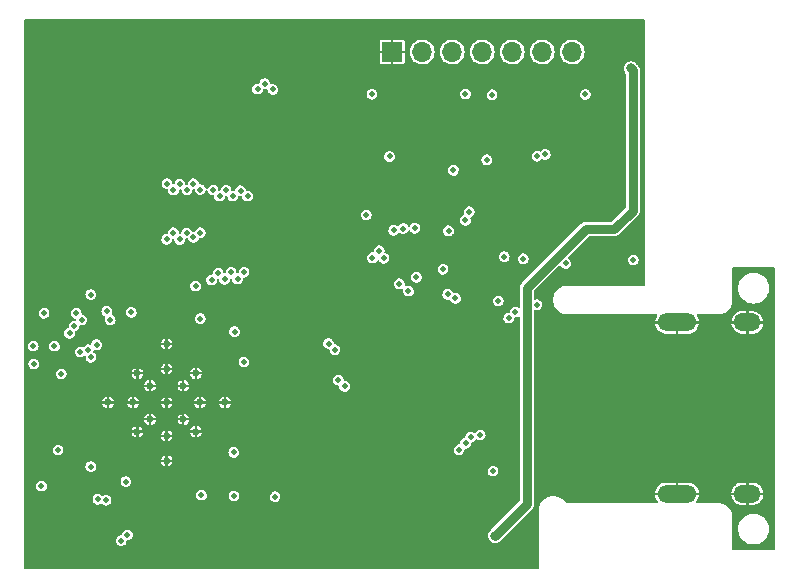
<source format=gbr>
%TF.GenerationSoftware,KiCad,Pcbnew,(6.0.7)*%
%TF.CreationDate,2022-10-26T00:08:39+02:00*%
%TF.ProjectId,TTL_to_HDMI,54544c5f-746f-45f4-9844-4d492e6b6963,rev?*%
%TF.SameCoordinates,Original*%
%TF.FileFunction,Copper,L3,Inr*%
%TF.FilePolarity,Positive*%
%FSLAX46Y46*%
G04 Gerber Fmt 4.6, Leading zero omitted, Abs format (unit mm)*
G04 Created by KiCad (PCBNEW (6.0.7)) date 2022-10-26 00:08:39*
%MOMM*%
%LPD*%
G01*
G04 APERTURE LIST*
%TA.AperFunction,ComponentPad*%
%ADD10O,3.300000X1.500000*%
%TD*%
%TA.AperFunction,ComponentPad*%
%ADD11O,2.300000X1.500000*%
%TD*%
%TA.AperFunction,ComponentPad*%
%ADD12R,1.700000X1.700000*%
%TD*%
%TA.AperFunction,ComponentPad*%
%ADD13O,1.700000X1.700000*%
%TD*%
%TA.AperFunction,ComponentPad*%
%ADD14C,0.600000*%
%TD*%
%TA.AperFunction,ViaPad*%
%ADD15C,0.500000*%
%TD*%
%TA.AperFunction,ViaPad*%
%ADD16C,0.800000*%
%TD*%
%TA.AperFunction,Conductor*%
%ADD17C,0.800000*%
%TD*%
G04 APERTURE END LIST*
D10*
%TO.N,GND*%
%TO.C,J4*%
X126507000Y-97906000D03*
X126507000Y-112406000D03*
D11*
X132467000Y-97906000D03*
X132467000Y-112406000D03*
%TD*%
D12*
%TO.N,GND*%
%TO.C,J3*%
X102400000Y-75000000D03*
D13*
%TO.N,UART2rx*%
X104940000Y-75000000D03*
%TO.N,UART2tx*%
X107480000Y-75000000D03*
%TO.N,DBGrst*%
X110020000Y-75000000D03*
%TO.N,DBGdio*%
X112560000Y-75000000D03*
%TO.N,DBGclk*%
X115100000Y-75000000D03*
%TO.N,VCC*%
X117640000Y-75000000D03*
%TD*%
D14*
%TO.N,GND*%
%TO.C,U2*%
X83296000Y-104673000D03*
X80467573Y-104673000D03*
X84710214Y-106087214D03*
X86124427Y-104673000D03*
X83296000Y-109622747D03*
X78346253Y-104673000D03*
X85770874Y-102198126D03*
X81881786Y-103258786D03*
X85770874Y-107147874D03*
X80821126Y-102198126D03*
X83296000Y-99723253D03*
X83296000Y-107501427D03*
X88245747Y-104673000D03*
X83296000Y-101844573D03*
X80821126Y-107147874D03*
X84710214Y-103258786D03*
X81881786Y-106087214D03*
%TD*%
D15*
%TO.N,GND*%
X78400000Y-110600000D03*
X81225000Y-94475000D03*
X110550000Y-87524500D03*
X121901306Y-87575806D03*
X86600000Y-84325000D03*
X118728938Y-87547257D03*
X80501116Y-115449020D03*
X110228056Y-102626000D03*
X89052420Y-99368358D03*
X86825980Y-90527900D03*
X96482119Y-99225683D03*
X110179563Y-101126500D03*
X78400000Y-112200000D03*
X98859789Y-103809789D03*
X101300000Y-113700000D03*
X82775500Y-90299498D03*
X110236000Y-105625000D03*
X120075000Y-82000000D03*
X75075000Y-109900000D03*
X108575000Y-83875000D03*
X122000000Y-72800000D03*
X97340211Y-102290211D03*
X86552489Y-93744610D03*
X123200000Y-72800000D03*
X92500000Y-113950500D03*
X98000717Y-100741660D03*
X83750000Y-113600000D03*
X85350000Y-96884509D03*
X72700000Y-115150000D03*
X76784933Y-112967354D03*
X112150000Y-87524500D03*
X79725000Y-93850000D03*
X120356594Y-87545518D03*
X82775500Y-86690719D03*
X117075000Y-87549500D03*
X78659500Y-84400000D03*
X90659500Y-84350000D03*
X84636405Y-84322710D03*
X110236000Y-104125500D03*
X90849503Y-87202900D03*
X73025000Y-106275000D03*
X77560500Y-84375000D03*
X105750000Y-90150000D03*
X105249500Y-88300000D03*
X75722847Y-106872847D03*
X99425000Y-82000000D03*
X123200000Y-74000000D03*
X115489347Y-87524342D03*
X108975000Y-110250000D03*
X109744000Y-82006000D03*
X105249500Y-86775000D03*
X90425000Y-105625000D03*
X86650000Y-87175000D03*
X85060521Y-94917992D03*
X88607600Y-84462098D03*
X84650000Y-85300000D03*
X78973914Y-116883577D03*
X80600000Y-84425000D03*
X90481801Y-93976021D03*
X82625000Y-84400000D03*
X103450000Y-114375000D03*
X75600000Y-102500000D03*
X114056860Y-87498520D03*
X81425000Y-112875000D03*
X105250000Y-85200000D03*
X88650000Y-85950000D03*
X72975000Y-93625000D03*
%TO.N,DBGrst*%
X100675000Y-78575000D03*
X108600000Y-78550000D03*
%TO.N,VCC*%
X86250000Y-112525000D03*
X72700000Y-111750000D03*
X74100000Y-108700000D03*
X79849020Y-111371954D03*
X72050000Y-101425000D03*
X72000000Y-99900000D03*
X107575000Y-85025000D03*
X76875000Y-110100000D03*
X92475000Y-112650000D03*
X110400000Y-84125000D03*
X117075000Y-92900000D03*
X72925000Y-97125000D03*
X100200000Y-88800000D03*
X102175000Y-83850000D03*
X76883938Y-95541062D03*
X76896059Y-100853941D03*
%TO.N,Net-(D1-Pad1)*%
X111375000Y-96075000D03*
X122800000Y-92600000D03*
D16*
%TO.N,+5V*%
X111125000Y-115951000D03*
X122600000Y-76400000D03*
D15*
%TO.N,Net-(J1-Pad9)*%
X92300000Y-78175000D03*
X80300000Y-97050000D03*
%TO.N,Net-(J1-Pad10)*%
X91600000Y-77675000D03*
X78525942Y-97674058D03*
%TO.N,Net-(J1-Pad11)*%
X78225000Y-96957904D03*
X91000000Y-78150000D03*
%TO.N,B5*%
X89849520Y-93650000D03*
X90150000Y-87202900D03*
%TO.N,B4*%
X89560500Y-86750000D03*
X89299989Y-94225000D03*
%TO.N,B3*%
X88900500Y-87202900D03*
X88750520Y-93650000D03*
%TO.N,B2*%
X88200989Y-94250000D03*
X88325000Y-86700000D03*
%TO.N,B1*%
X87775500Y-87202900D03*
X87651489Y-93700000D03*
%TO.N,B0*%
X87225989Y-86675000D03*
X87101989Y-94300000D03*
%TO.N,G5*%
X86150000Y-90299498D03*
X86150000Y-86650000D03*
%TO.N,G4*%
X85560500Y-86150000D03*
X85571483Y-90692717D03*
%TO.N,G3*%
X84992967Y-90299498D03*
X85025500Y-86693139D03*
%TO.N,G2*%
X84400000Y-90875000D03*
X84425000Y-86175000D03*
%TO.N,G1*%
X83875500Y-90299498D03*
X83875500Y-86700000D03*
%TO.N,G0*%
X83300989Y-90855925D03*
X83326000Y-86146737D03*
%TO.N,CLK*%
X89052420Y-98668855D03*
X85750000Y-94800000D03*
%TO.N,/13*%
X114649500Y-96400000D03*
X109051842Y-107593403D03*
%TO.N,/UTILITY*%
X110931500Y-110490000D03*
X109847444Y-107434444D03*
%TO.N,SCL*%
X74375000Y-102250000D03*
X108602970Y-108129889D03*
X112268000Y-97536000D03*
%TO.N,SDA*%
X112817500Y-97028000D03*
X73800000Y-99900000D03*
X108053470Y-108679389D03*
%TO.N,Net-(R2-Pad2)*%
X89000000Y-112600000D03*
X88975000Y-108900000D03*
X86150000Y-97575000D03*
X89841218Y-101239758D03*
%TO.N,UART2tx*%
X103325000Y-89950000D03*
X111875000Y-92325000D03*
%TO.N,UART2rx*%
X113488556Y-92511444D03*
X102525000Y-90100000D03*
%TO.N,CONFIG*%
X104325000Y-89925000D03*
X108600000Y-89250980D03*
%TO.N,Net-(SW1-Pad2)*%
X107166906Y-90141727D03*
X108925000Y-88525000D03*
X118750000Y-78600000D03*
X110850000Y-78625000D03*
%TO.N,EDGE*%
X75075000Y-98825000D03*
X101300000Y-91825000D03*
%TO.N,MSEN*%
X103000000Y-94624500D03*
X76645550Y-100200836D03*
%TO.N,nPD*%
X103775000Y-95250000D03*
X77367234Y-99774883D03*
%TO.N,nRST*%
X75975000Y-100400000D03*
X104450000Y-94075000D03*
%TO.N,CTL1*%
X75457330Y-98224224D03*
X100725000Y-92425500D03*
%TO.N,CTL2*%
X76091659Y-97674713D03*
X101701056Y-92473944D03*
%TO.N,DBGdio*%
X107100000Y-95525000D03*
X114667155Y-83826743D03*
%TO.N,DBGclk*%
X107750000Y-95850000D03*
X115350000Y-83675000D03*
%TO.N,CTL3*%
X106700000Y-93400000D03*
X75652325Y-97125213D03*
%TO.N,/TX0+*%
X97009834Y-99684834D03*
X78174499Y-112957260D03*
%TO.N,/TX0-*%
X97540166Y-100215166D03*
X77479128Y-112881346D03*
%TO.N,/TX1+*%
X97834834Y-102784834D03*
X79973033Y-115907746D03*
%TO.N,/TX1-*%
X79444813Y-116366317D03*
X98365166Y-103315166D03*
%TD*%
D17*
%TO.N,+5V*%
X122751306Y-76551306D02*
X122751306Y-88425776D01*
X122751306Y-88425776D02*
X121177082Y-90000000D01*
X113800000Y-113276000D02*
X111125000Y-115951000D01*
X121177082Y-90000000D02*
X118772918Y-90000000D01*
X118772918Y-90000000D02*
X113800000Y-94972918D01*
X122600000Y-76400000D02*
X122751306Y-76551306D01*
X113800000Y-94972918D02*
X113800000Y-113276000D01*
%TD*%
%TA.AperFunction,Conductor*%
%TO.N,GND*%
G36*
X123736333Y-72219407D02*
G01*
X123772297Y-72268907D01*
X123777136Y-72298434D01*
X123799494Y-74375221D01*
X123799500Y-74376287D01*
X123799500Y-94700500D01*
X123780593Y-94758691D01*
X123731093Y-94794655D01*
X123700500Y-94799500D01*
X117234281Y-94799500D01*
X117211926Y-94796943D01*
X117210226Y-94796549D01*
X117200718Y-94794345D01*
X117200000Y-94794344D01*
X117194542Y-94795589D01*
X117189272Y-94796179D01*
X117183130Y-94797116D01*
X117015490Y-94810309D01*
X117015485Y-94810310D01*
X117011620Y-94810614D01*
X116942529Y-94827201D01*
X116831655Y-94853819D01*
X116831652Y-94853820D01*
X116827878Y-94854726D01*
X116824288Y-94856213D01*
X116656890Y-94925551D01*
X116656884Y-94925554D01*
X116653299Y-94927039D01*
X116649988Y-94929068D01*
X116649984Y-94929070D01*
X116575558Y-94974679D01*
X116492182Y-95025772D01*
X116489228Y-95028295D01*
X116386918Y-95115677D01*
X116348494Y-95148494D01*
X116225772Y-95292182D01*
X116223742Y-95295495D01*
X116131208Y-95446496D01*
X116127039Y-95453299D01*
X116125554Y-95456884D01*
X116125551Y-95456890D01*
X116066199Y-95600179D01*
X116054726Y-95627878D01*
X116053820Y-95631652D01*
X116053819Y-95631655D01*
X116028439Y-95737372D01*
X116010614Y-95811620D01*
X116010310Y-95815485D01*
X116010309Y-95815490D01*
X116005629Y-95874954D01*
X115997251Y-95981418D01*
X115997156Y-95982619D01*
X115996850Y-95984612D01*
X115996847Y-95986545D01*
X115996582Y-95989907D01*
X115995939Y-95992705D01*
X115994344Y-95999641D01*
X115996515Y-96009234D01*
X115996801Y-96012867D01*
X115996798Y-96014527D01*
X115997075Y-96016351D01*
X116010261Y-96183892D01*
X116010614Y-96188380D01*
X116054726Y-96372122D01*
X116056213Y-96375712D01*
X116125551Y-96543110D01*
X116125554Y-96543116D01*
X116127039Y-96546701D01*
X116129068Y-96550012D01*
X116129070Y-96550016D01*
X116160323Y-96601015D01*
X116225772Y-96707818D01*
X116228295Y-96710772D01*
X116325716Y-96824836D01*
X116348494Y-96851506D01*
X116492182Y-96974228D01*
X116519633Y-96991050D01*
X116649984Y-97070930D01*
X116649988Y-97070932D01*
X116653299Y-97072961D01*
X116656884Y-97074446D01*
X116656890Y-97074449D01*
X116814882Y-97139891D01*
X116827878Y-97145274D01*
X116831652Y-97146180D01*
X116831655Y-97146181D01*
X117007409Y-97188375D01*
X117011620Y-97189386D01*
X117015485Y-97189690D01*
X117015490Y-97189691D01*
X117182113Y-97202805D01*
X117188248Y-97203752D01*
X117188248Y-97203748D01*
X117193820Y-97204389D01*
X117199282Y-97205655D01*
X117200000Y-97205656D01*
X117205452Y-97204412D01*
X117205455Y-97204412D01*
X117211734Y-97202980D01*
X117233752Y-97200500D01*
X124749849Y-97200500D01*
X124808040Y-97219407D01*
X124844004Y-97268907D01*
X124844004Y-97330093D01*
X124828075Y-97360177D01*
X124800278Y-97396013D01*
X124794981Y-97404490D01*
X124714206Y-97568645D01*
X124710725Y-97578004D01*
X124664607Y-97755056D01*
X124663079Y-97764928D01*
X124661748Y-97790339D01*
X124665201Y-97803226D01*
X124668212Y-97805665D01*
X124670021Y-97806000D01*
X128337010Y-97806000D01*
X128349695Y-97801878D01*
X128350450Y-97800839D01*
X128350964Y-97794589D01*
X128350321Y-97790339D01*
X131121748Y-97790339D01*
X131125201Y-97803226D01*
X131128212Y-97805665D01*
X131130021Y-97806000D01*
X132351320Y-97806000D01*
X132364005Y-97801878D01*
X132367000Y-97797757D01*
X132367000Y-97790320D01*
X132567000Y-97790320D01*
X132571122Y-97803005D01*
X132575243Y-97806000D01*
X133797010Y-97806000D01*
X133809695Y-97801878D01*
X133810450Y-97800839D01*
X133810964Y-97794589D01*
X133792649Y-97673488D01*
X133790166Y-97663816D01*
X133726988Y-97492103D01*
X133722617Y-97483140D01*
X133626201Y-97327637D01*
X133620111Y-97319729D01*
X133494396Y-97186789D01*
X133486843Y-97180269D01*
X133336963Y-97075323D01*
X133328259Y-97070458D01*
X133160329Y-96997788D01*
X133150829Y-96994775D01*
X132970539Y-96957110D01*
X132963010Y-96956133D01*
X132961786Y-96956069D01*
X132959176Y-96956000D01*
X132582680Y-96956000D01*
X132569995Y-96960122D01*
X132567000Y-96964243D01*
X132567000Y-97790320D01*
X132367000Y-97790320D01*
X132367000Y-96971680D01*
X132362878Y-96958995D01*
X132358757Y-96956000D01*
X132021275Y-96956000D01*
X132016278Y-96956253D01*
X131879978Y-96970098D01*
X131870209Y-96972103D01*
X131695609Y-97026820D01*
X131686442Y-97030749D01*
X131526405Y-97119458D01*
X131518224Y-97125144D01*
X131379299Y-97244217D01*
X131372412Y-97251450D01*
X131260279Y-97396012D01*
X131254981Y-97404490D01*
X131174206Y-97568645D01*
X131170725Y-97578004D01*
X131124607Y-97755056D01*
X131123079Y-97764928D01*
X131121748Y-97790339D01*
X128350321Y-97790339D01*
X128332649Y-97673488D01*
X128330166Y-97663816D01*
X128266988Y-97492103D01*
X128262617Y-97483140D01*
X128181101Y-97351669D01*
X128166506Y-97292250D01*
X128189624Y-97235600D01*
X128241625Y-97203358D01*
X128265240Y-97200500D01*
X129965719Y-97200500D01*
X129988074Y-97203057D01*
X129999282Y-97205655D01*
X130000000Y-97205656D01*
X130005458Y-97204411D01*
X130010728Y-97203821D01*
X130016870Y-97202884D01*
X130184510Y-97189691D01*
X130184515Y-97189690D01*
X130188380Y-97189386D01*
X130311533Y-97159820D01*
X130368345Y-97146181D01*
X130368348Y-97146180D01*
X130372122Y-97145274D01*
X130385118Y-97139891D01*
X130543110Y-97074449D01*
X130543116Y-97074446D01*
X130546701Y-97072961D01*
X130550012Y-97070932D01*
X130550016Y-97070930D01*
X130680367Y-96991050D01*
X130707818Y-96974228D01*
X130851506Y-96851506D01*
X130874285Y-96824836D01*
X130971705Y-96710772D01*
X130974228Y-96707818D01*
X131039677Y-96601015D01*
X131070930Y-96550016D01*
X131070932Y-96550012D01*
X131072961Y-96546701D01*
X131074446Y-96543116D01*
X131074449Y-96543110D01*
X131143787Y-96375712D01*
X131145274Y-96372122D01*
X131166038Y-96285635D01*
X131188480Y-96192154D01*
X131188480Y-96192153D01*
X131189386Y-96188380D01*
X131189740Y-96183892D01*
X131202805Y-96017887D01*
X131203752Y-96011752D01*
X131203748Y-96011752D01*
X131204389Y-96006180D01*
X131205655Y-96000718D01*
X131205656Y-96000000D01*
X131203569Y-95990850D01*
X131202980Y-95988266D01*
X131200500Y-95966248D01*
X131200500Y-95000000D01*
X131694532Y-95000000D01*
X131714365Y-95226692D01*
X131715484Y-95230867D01*
X131715484Y-95230869D01*
X131734617Y-95302274D01*
X131773261Y-95446496D01*
X131869432Y-95652734D01*
X131871913Y-95656277D01*
X131871914Y-95656279D01*
X131978042Y-95807846D01*
X131999953Y-95839139D01*
X132160861Y-96000047D01*
X132164399Y-96002524D01*
X132164401Y-96002526D01*
X132317513Y-96109735D01*
X132347266Y-96130568D01*
X132553504Y-96226739D01*
X132642563Y-96250602D01*
X132769131Y-96284516D01*
X132769133Y-96284516D01*
X132773308Y-96285635D01*
X132817795Y-96289527D01*
X132941050Y-96300311D01*
X132941061Y-96300311D01*
X132943216Y-96300500D01*
X133056784Y-96300500D01*
X133058939Y-96300311D01*
X133058950Y-96300311D01*
X133182205Y-96289527D01*
X133226692Y-96285635D01*
X133230867Y-96284516D01*
X133230869Y-96284516D01*
X133357437Y-96250602D01*
X133446496Y-96226739D01*
X133652734Y-96130568D01*
X133682487Y-96109735D01*
X133835599Y-96002526D01*
X133835601Y-96002524D01*
X133839139Y-96000047D01*
X134000047Y-95839139D01*
X134021959Y-95807846D01*
X134128086Y-95656279D01*
X134128087Y-95656277D01*
X134130568Y-95652734D01*
X134226739Y-95446496D01*
X134265383Y-95302274D01*
X134284516Y-95230869D01*
X134284516Y-95230867D01*
X134285635Y-95226692D01*
X134305468Y-95000000D01*
X134285635Y-94773308D01*
X134281719Y-94758691D01*
X134228804Y-94561212D01*
X134226739Y-94553504D01*
X134130568Y-94347266D01*
X134118133Y-94329507D01*
X134002526Y-94164401D01*
X134002524Y-94164399D01*
X134000047Y-94160861D01*
X133839139Y-93999953D01*
X133780201Y-93958684D01*
X133656279Y-93871914D01*
X133656277Y-93871913D01*
X133652734Y-93869432D01*
X133446496Y-93773261D01*
X133319718Y-93739291D01*
X133230869Y-93715484D01*
X133230867Y-93715484D01*
X133226692Y-93714365D01*
X133182205Y-93710473D01*
X133058950Y-93699689D01*
X133058939Y-93699689D01*
X133056784Y-93699500D01*
X132943216Y-93699500D01*
X132941061Y-93699689D01*
X132941050Y-93699689D01*
X132817795Y-93710473D01*
X132773308Y-93714365D01*
X132769133Y-93715484D01*
X132769131Y-93715484D01*
X132680282Y-93739291D01*
X132553504Y-93773261D01*
X132347266Y-93869432D01*
X132343723Y-93871913D01*
X132343721Y-93871914D01*
X132219800Y-93958684D01*
X132160861Y-93999953D01*
X131999953Y-94160861D01*
X131997476Y-94164399D01*
X131997474Y-94164401D01*
X131881867Y-94329507D01*
X131869432Y-94347266D01*
X131773261Y-94553504D01*
X131771196Y-94561212D01*
X131718282Y-94758691D01*
X131714365Y-94773308D01*
X131694532Y-95000000D01*
X131200500Y-95000000D01*
X131200500Y-93299500D01*
X131219407Y-93241309D01*
X131268907Y-93205345D01*
X131299500Y-93200500D01*
X134700500Y-93200500D01*
X134758691Y-93219407D01*
X134794655Y-93268907D01*
X134799500Y-93299500D01*
X134799500Y-117100500D01*
X134780593Y-117158691D01*
X134731093Y-117194655D01*
X134700500Y-117199500D01*
X131299500Y-117199500D01*
X131241309Y-117180593D01*
X131205345Y-117131093D01*
X131200500Y-117100500D01*
X131200500Y-115400000D01*
X131694532Y-115400000D01*
X131714365Y-115626692D01*
X131715484Y-115630867D01*
X131715484Y-115630869D01*
X131725690Y-115668958D01*
X131773261Y-115846496D01*
X131869432Y-116052734D01*
X131871913Y-116056277D01*
X131871914Y-116056279D01*
X131941675Y-116155908D01*
X131999953Y-116239139D01*
X132160861Y-116400047D01*
X132164399Y-116402524D01*
X132164401Y-116402526D01*
X132310311Y-116504692D01*
X132347266Y-116530568D01*
X132553504Y-116626739D01*
X132642563Y-116650602D01*
X132769131Y-116684516D01*
X132769133Y-116684516D01*
X132773308Y-116685635D01*
X132817795Y-116689527D01*
X132941050Y-116700311D01*
X132941061Y-116700311D01*
X132943216Y-116700500D01*
X133056784Y-116700500D01*
X133058939Y-116700311D01*
X133058950Y-116700311D01*
X133182205Y-116689527D01*
X133226692Y-116685635D01*
X133230867Y-116684516D01*
X133230869Y-116684516D01*
X133357437Y-116650602D01*
X133446496Y-116626739D01*
X133652734Y-116530568D01*
X133689689Y-116504692D01*
X133835599Y-116402526D01*
X133835601Y-116402524D01*
X133839139Y-116400047D01*
X134000047Y-116239139D01*
X134058326Y-116155908D01*
X134128086Y-116056279D01*
X134128087Y-116056277D01*
X134130568Y-116052734D01*
X134226739Y-115846496D01*
X134274310Y-115668958D01*
X134284516Y-115630869D01*
X134284516Y-115630867D01*
X134285635Y-115626692D01*
X134305468Y-115400000D01*
X134285635Y-115173308D01*
X134226739Y-114953504D01*
X134130568Y-114747266D01*
X134000047Y-114560861D01*
X133839139Y-114399953D01*
X133652734Y-114269432D01*
X133446496Y-114173261D01*
X133357437Y-114149398D01*
X133230869Y-114115484D01*
X133230867Y-114115484D01*
X133226692Y-114114365D01*
X133182205Y-114110473D01*
X133058950Y-114099689D01*
X133058939Y-114099689D01*
X133056784Y-114099500D01*
X132943216Y-114099500D01*
X132941061Y-114099689D01*
X132941050Y-114099689D01*
X132817795Y-114110473D01*
X132773308Y-114114365D01*
X132769133Y-114115484D01*
X132769131Y-114115484D01*
X132642563Y-114149398D01*
X132553504Y-114173261D01*
X132347266Y-114269432D01*
X132160861Y-114399953D01*
X131999953Y-114560861D01*
X131869432Y-114747266D01*
X131773261Y-114953504D01*
X131714365Y-115173308D01*
X131694532Y-115400000D01*
X131200500Y-115400000D01*
X131200500Y-114434281D01*
X131203057Y-114411926D01*
X131204388Y-114406183D01*
X131205655Y-114400718D01*
X131205656Y-114400000D01*
X131204411Y-114394542D01*
X131203821Y-114389272D01*
X131202884Y-114383130D01*
X131189691Y-114215490D01*
X131189690Y-114215485D01*
X131189386Y-114211620D01*
X131145274Y-114027878D01*
X131143787Y-114024288D01*
X131074449Y-113856890D01*
X131074446Y-113856884D01*
X131072961Y-113853299D01*
X131054368Y-113822957D01*
X130976258Y-113695495D01*
X130974228Y-113692182D01*
X130851506Y-113548494D01*
X130707818Y-113425772D01*
X130617066Y-113370159D01*
X130550016Y-113329070D01*
X130550012Y-113329068D01*
X130546701Y-113327039D01*
X130543116Y-113325554D01*
X130543110Y-113325551D01*
X130375712Y-113256213D01*
X130372122Y-113254726D01*
X130368348Y-113253820D01*
X130368345Y-113253819D01*
X130192154Y-113211520D01*
X130192153Y-113211520D01*
X130188380Y-113210614D01*
X130184515Y-113210310D01*
X130184510Y-113210309D01*
X130017887Y-113197195D01*
X130011752Y-113196248D01*
X130011752Y-113196252D01*
X130006180Y-113195611D01*
X130000718Y-113194345D01*
X130000000Y-113194344D01*
X129994548Y-113195588D01*
X129994545Y-113195588D01*
X129988266Y-113197020D01*
X129966248Y-113199500D01*
X128195891Y-113199500D01*
X128137700Y-113180593D01*
X128101736Y-113131093D01*
X128101736Y-113069907D01*
X128117666Y-113039822D01*
X128213721Y-112915988D01*
X128219019Y-112907510D01*
X128299794Y-112743355D01*
X128303275Y-112733996D01*
X128349393Y-112556944D01*
X128350921Y-112547072D01*
X128352252Y-112521661D01*
X128351113Y-112517411D01*
X131123036Y-112517411D01*
X131141351Y-112638512D01*
X131143834Y-112648184D01*
X131207012Y-112819897D01*
X131211383Y-112828860D01*
X131307799Y-112984363D01*
X131313889Y-112992271D01*
X131439604Y-113125211D01*
X131447157Y-113131731D01*
X131597037Y-113236677D01*
X131605741Y-113241542D01*
X131773671Y-113314212D01*
X131783171Y-113317225D01*
X131963461Y-113354890D01*
X131970990Y-113355867D01*
X131972214Y-113355931D01*
X131974824Y-113356000D01*
X132351320Y-113356000D01*
X132364005Y-113351878D01*
X132367000Y-113347757D01*
X132367000Y-113340320D01*
X132567000Y-113340320D01*
X132571122Y-113353005D01*
X132575243Y-113356000D01*
X132912725Y-113356000D01*
X132917722Y-113355747D01*
X133054022Y-113341902D01*
X133063791Y-113339897D01*
X133238391Y-113285180D01*
X133247558Y-113281251D01*
X133407595Y-113192542D01*
X133415776Y-113186856D01*
X133554701Y-113067783D01*
X133561588Y-113060550D01*
X133673721Y-112915988D01*
X133679019Y-112907510D01*
X133759794Y-112743355D01*
X133763275Y-112733996D01*
X133809393Y-112556944D01*
X133810921Y-112547072D01*
X133812252Y-112521661D01*
X133808799Y-112508774D01*
X133805788Y-112506335D01*
X133803979Y-112506000D01*
X132582680Y-112506000D01*
X132569995Y-112510122D01*
X132567000Y-112514243D01*
X132567000Y-113340320D01*
X132367000Y-113340320D01*
X132367000Y-112521680D01*
X132362878Y-112508995D01*
X132358757Y-112506000D01*
X131136990Y-112506000D01*
X131124305Y-112510122D01*
X131123550Y-112511161D01*
X131123036Y-112517411D01*
X128351113Y-112517411D01*
X128348799Y-112508774D01*
X128345788Y-112506335D01*
X128343979Y-112506000D01*
X124676990Y-112506000D01*
X124664305Y-112510122D01*
X124663550Y-112511161D01*
X124663036Y-112517411D01*
X124681351Y-112638512D01*
X124683834Y-112648184D01*
X124747012Y-112819897D01*
X124751383Y-112828860D01*
X124847799Y-112984363D01*
X124853889Y-112992271D01*
X124891911Y-113032478D01*
X124918155Y-113087749D01*
X124906900Y-113147890D01*
X124862445Y-113189930D01*
X124819980Y-113199500D01*
X117168241Y-113199500D01*
X117110050Y-113180593D01*
X117084740Y-113153684D01*
X117071558Y-113132988D01*
X117071555Y-113132984D01*
X117069506Y-113129767D01*
X117000772Y-113051643D01*
X116935729Y-112977714D01*
X116935727Y-112977712D01*
X116933201Y-112974841D01*
X116824280Y-112884054D01*
X116777632Y-112845172D01*
X116777629Y-112845170D01*
X116774691Y-112842721D01*
X116646010Y-112765510D01*
X116601023Y-112738517D01*
X116601020Y-112738516D01*
X116597746Y-112736551D01*
X116406579Y-112658858D01*
X116345445Y-112644440D01*
X116209457Y-112612368D01*
X116209453Y-112612367D01*
X116205737Y-112611491D01*
X116016481Y-112596850D01*
X116011766Y-112596125D01*
X116011751Y-112596253D01*
X116006185Y-112595612D01*
X116000718Y-112594345D01*
X116000000Y-112594344D01*
X115994550Y-112595587D01*
X115989299Y-112596175D01*
X115983132Y-112597116D01*
X115948069Y-112599875D01*
X115815490Y-112610309D01*
X115815485Y-112610310D01*
X115811620Y-112610614D01*
X115727921Y-112630708D01*
X115631655Y-112653819D01*
X115631652Y-112653820D01*
X115627878Y-112654726D01*
X115624288Y-112656213D01*
X115456890Y-112725551D01*
X115456884Y-112725554D01*
X115453299Y-112727039D01*
X115449988Y-112729068D01*
X115449984Y-112729070D01*
X115378033Y-112773162D01*
X115292182Y-112825772D01*
X115148494Y-112948494D01*
X115025772Y-113092182D01*
X115019974Y-113101643D01*
X114933306Y-113243073D01*
X114927039Y-113253299D01*
X114925554Y-113256884D01*
X114925551Y-113256890D01*
X114884554Y-113355867D01*
X114854726Y-113427878D01*
X114853820Y-113431652D01*
X114853819Y-113431655D01*
X114813284Y-113600500D01*
X114810614Y-113611620D01*
X114810310Y-113615485D01*
X114810309Y-113615490D01*
X114797156Y-113782618D01*
X114796849Y-113784618D01*
X114796846Y-113786557D01*
X114796582Y-113789907D01*
X114794344Y-113799641D01*
X114796804Y-113810512D01*
X114797059Y-113811638D01*
X114799500Y-113833488D01*
X114799500Y-118700500D01*
X114780593Y-118758691D01*
X114731093Y-118794655D01*
X114700500Y-118799500D01*
X71299500Y-118799500D01*
X71241309Y-118780593D01*
X71205345Y-118731093D01*
X71200500Y-118700500D01*
X71200500Y-116360757D01*
X78989714Y-116360757D01*
X78990629Y-116367754D01*
X78990629Y-116367755D01*
X78994452Y-116396993D01*
X79006446Y-116488711D01*
X79009284Y-116495162D01*
X79009285Y-116495164D01*
X79055577Y-116600371D01*
X79058418Y-116606827D01*
X79075156Y-116626739D01*
X79136913Y-116700209D01*
X79136916Y-116700211D01*
X79141452Y-116705608D01*
X79248873Y-116777113D01*
X79255601Y-116779215D01*
X79255603Y-116779216D01*
X79310460Y-116796354D01*
X79372046Y-116815595D01*
X79436557Y-116816778D01*
X79494015Y-116817831D01*
X79494017Y-116817831D01*
X79501068Y-116817960D01*
X79507871Y-116816105D01*
X79507873Y-116816105D01*
X79549641Y-116804717D01*
X79625568Y-116784017D01*
X79735537Y-116716496D01*
X79822135Y-116620824D01*
X79878401Y-116504692D01*
X79882889Y-116478019D01*
X79889083Y-116441200D01*
X79917383Y-116386953D01*
X79972163Y-116359700D01*
X79988525Y-116358642D01*
X80022235Y-116359260D01*
X80022237Y-116359260D01*
X80029288Y-116359389D01*
X80036091Y-116357534D01*
X80036093Y-116357534D01*
X80077861Y-116346146D01*
X80153788Y-116325446D01*
X80263757Y-116257925D01*
X80280761Y-116239139D01*
X80345623Y-116167481D01*
X80345623Y-116167480D01*
X80350355Y-116162253D01*
X80384751Y-116091261D01*
X80403545Y-116052470D01*
X80403545Y-116052469D01*
X80406621Y-116046121D01*
X80417629Y-115980687D01*
X80422624Y-115951000D01*
X110519318Y-115951000D01*
X110539956Y-116107762D01*
X110600464Y-116253841D01*
X110696718Y-116379282D01*
X110822159Y-116475536D01*
X110968238Y-116536044D01*
X111125000Y-116556682D01*
X111281762Y-116536044D01*
X111427841Y-116475536D01*
X111553282Y-116379282D01*
X111570361Y-116357024D01*
X111573498Y-116352936D01*
X111582036Y-116343199D01*
X114192199Y-113733036D01*
X114201936Y-113724498D01*
X114223129Y-113708236D01*
X114228282Y-113704282D01*
X114324536Y-113578841D01*
X114385044Y-113432762D01*
X114400500Y-113315361D01*
X114405682Y-113276000D01*
X114401347Y-113243072D01*
X114400500Y-113230151D01*
X114400500Y-112290339D01*
X124661748Y-112290339D01*
X124665201Y-112303226D01*
X124668212Y-112305665D01*
X124670021Y-112306000D01*
X126391320Y-112306000D01*
X126404005Y-112301878D01*
X126407000Y-112297757D01*
X126407000Y-112290320D01*
X126607000Y-112290320D01*
X126611122Y-112303005D01*
X126615243Y-112306000D01*
X128337010Y-112306000D01*
X128349695Y-112301878D01*
X128350450Y-112300839D01*
X128350964Y-112294589D01*
X128350321Y-112290339D01*
X131121748Y-112290339D01*
X131125201Y-112303226D01*
X131128212Y-112305665D01*
X131130021Y-112306000D01*
X132351320Y-112306000D01*
X132364005Y-112301878D01*
X132367000Y-112297757D01*
X132367000Y-112290320D01*
X132567000Y-112290320D01*
X132571122Y-112303005D01*
X132575243Y-112306000D01*
X133797010Y-112306000D01*
X133809695Y-112301878D01*
X133810450Y-112300839D01*
X133810964Y-112294589D01*
X133792649Y-112173488D01*
X133790166Y-112163816D01*
X133726988Y-111992103D01*
X133722617Y-111983140D01*
X133626201Y-111827637D01*
X133620111Y-111819729D01*
X133494396Y-111686789D01*
X133486843Y-111680269D01*
X133336963Y-111575323D01*
X133328259Y-111570458D01*
X133160329Y-111497788D01*
X133150829Y-111494775D01*
X132970539Y-111457110D01*
X132963010Y-111456133D01*
X132961786Y-111456069D01*
X132959176Y-111456000D01*
X132582680Y-111456000D01*
X132569995Y-111460122D01*
X132567000Y-111464243D01*
X132567000Y-112290320D01*
X132367000Y-112290320D01*
X132367000Y-111471680D01*
X132362878Y-111458995D01*
X132358757Y-111456000D01*
X132021275Y-111456000D01*
X132016278Y-111456253D01*
X131879978Y-111470098D01*
X131870209Y-111472103D01*
X131695609Y-111526820D01*
X131686442Y-111530749D01*
X131526405Y-111619458D01*
X131518224Y-111625144D01*
X131379299Y-111744217D01*
X131372412Y-111751450D01*
X131260279Y-111896012D01*
X131254981Y-111904490D01*
X131174206Y-112068645D01*
X131170725Y-112078004D01*
X131124607Y-112255056D01*
X131123079Y-112264928D01*
X131121748Y-112290339D01*
X128350321Y-112290339D01*
X128332649Y-112173488D01*
X128330166Y-112163816D01*
X128266988Y-111992103D01*
X128262617Y-111983140D01*
X128166201Y-111827637D01*
X128160111Y-111819729D01*
X128034396Y-111686789D01*
X128026843Y-111680269D01*
X127876963Y-111575323D01*
X127868259Y-111570458D01*
X127700329Y-111497788D01*
X127690829Y-111494775D01*
X127510539Y-111457110D01*
X127503010Y-111456133D01*
X127501786Y-111456069D01*
X127499176Y-111456000D01*
X126622680Y-111456000D01*
X126609995Y-111460122D01*
X126607000Y-111464243D01*
X126607000Y-112290320D01*
X126407000Y-112290320D01*
X126407000Y-111471680D01*
X126402878Y-111458995D01*
X126398757Y-111456000D01*
X125561275Y-111456000D01*
X125556278Y-111456253D01*
X125419978Y-111470098D01*
X125410209Y-111472103D01*
X125235609Y-111526820D01*
X125226442Y-111530749D01*
X125066405Y-111619458D01*
X125058224Y-111625144D01*
X124919299Y-111744217D01*
X124912412Y-111751450D01*
X124800279Y-111896012D01*
X124794981Y-111904490D01*
X124714206Y-112068645D01*
X124710725Y-112078004D01*
X124664607Y-112255056D01*
X124663079Y-112264928D01*
X124661748Y-112290339D01*
X114400500Y-112290339D01*
X114400500Y-98017411D01*
X124663036Y-98017411D01*
X124681351Y-98138512D01*
X124683834Y-98148184D01*
X124747012Y-98319897D01*
X124751383Y-98328860D01*
X124847799Y-98484363D01*
X124853889Y-98492271D01*
X124979604Y-98625211D01*
X124987157Y-98631731D01*
X125137037Y-98736677D01*
X125145741Y-98741542D01*
X125313671Y-98814212D01*
X125323171Y-98817225D01*
X125503461Y-98854890D01*
X125510990Y-98855867D01*
X125512214Y-98855931D01*
X125514824Y-98856000D01*
X126391320Y-98856000D01*
X126404005Y-98851878D01*
X126407000Y-98847757D01*
X126407000Y-98840320D01*
X126607000Y-98840320D01*
X126611122Y-98853005D01*
X126615243Y-98856000D01*
X127452725Y-98856000D01*
X127457722Y-98855747D01*
X127594022Y-98841902D01*
X127603791Y-98839897D01*
X127778391Y-98785180D01*
X127787558Y-98781251D01*
X127947595Y-98692542D01*
X127955776Y-98686856D01*
X128094701Y-98567783D01*
X128101588Y-98560550D01*
X128213721Y-98415988D01*
X128219019Y-98407510D01*
X128299794Y-98243355D01*
X128303275Y-98233996D01*
X128349393Y-98056944D01*
X128350921Y-98047072D01*
X128352252Y-98021661D01*
X128351113Y-98017411D01*
X131123036Y-98017411D01*
X131141351Y-98138512D01*
X131143834Y-98148184D01*
X131207012Y-98319897D01*
X131211383Y-98328860D01*
X131307799Y-98484363D01*
X131313889Y-98492271D01*
X131439604Y-98625211D01*
X131447157Y-98631731D01*
X131597037Y-98736677D01*
X131605741Y-98741542D01*
X131773671Y-98814212D01*
X131783171Y-98817225D01*
X131963461Y-98854890D01*
X131970990Y-98855867D01*
X131972214Y-98855931D01*
X131974824Y-98856000D01*
X132351320Y-98856000D01*
X132364005Y-98851878D01*
X132367000Y-98847757D01*
X132367000Y-98840320D01*
X132567000Y-98840320D01*
X132571122Y-98853005D01*
X132575243Y-98856000D01*
X132912725Y-98856000D01*
X132917722Y-98855747D01*
X133054022Y-98841902D01*
X133063791Y-98839897D01*
X133238391Y-98785180D01*
X133247558Y-98781251D01*
X133407595Y-98692542D01*
X133415776Y-98686856D01*
X133554701Y-98567783D01*
X133561588Y-98560550D01*
X133673721Y-98415988D01*
X133679019Y-98407510D01*
X133759794Y-98243355D01*
X133763275Y-98233996D01*
X133809393Y-98056944D01*
X133810921Y-98047072D01*
X133812252Y-98021661D01*
X133808799Y-98008774D01*
X133805788Y-98006335D01*
X133803979Y-98006000D01*
X132582680Y-98006000D01*
X132569995Y-98010122D01*
X132567000Y-98014243D01*
X132567000Y-98840320D01*
X132367000Y-98840320D01*
X132367000Y-98021680D01*
X132362878Y-98008995D01*
X132358757Y-98006000D01*
X131136990Y-98006000D01*
X131124305Y-98010122D01*
X131123550Y-98011161D01*
X131123036Y-98017411D01*
X128351113Y-98017411D01*
X128348799Y-98008774D01*
X128345788Y-98006335D01*
X128343979Y-98006000D01*
X126622680Y-98006000D01*
X126609995Y-98010122D01*
X126607000Y-98014243D01*
X126607000Y-98840320D01*
X126407000Y-98840320D01*
X126407000Y-98021680D01*
X126402878Y-98008995D01*
X126398757Y-98006000D01*
X124676990Y-98006000D01*
X124664305Y-98010122D01*
X124663550Y-98011161D01*
X124663036Y-98017411D01*
X114400500Y-98017411D01*
X114400500Y-96928868D01*
X114419407Y-96870677D01*
X114468907Y-96834713D01*
X114529023Y-96834373D01*
X114569996Y-96847174D01*
X114570001Y-96847175D01*
X114576733Y-96849278D01*
X114641244Y-96850460D01*
X114698702Y-96851514D01*
X114698704Y-96851514D01*
X114705755Y-96851643D01*
X114712558Y-96849788D01*
X114712560Y-96849788D01*
X114758925Y-96837147D01*
X114830255Y-96817700D01*
X114940224Y-96750179D01*
X114973411Y-96713515D01*
X115022090Y-96659735D01*
X115022090Y-96659734D01*
X115026822Y-96654507D01*
X115083088Y-96538375D01*
X115094096Y-96472941D01*
X115103863Y-96414891D01*
X115103863Y-96414886D01*
X115104497Y-96411120D01*
X115104633Y-96400000D01*
X115086339Y-96272259D01*
X115051188Y-96194948D01*
X115035849Y-96161212D01*
X115035848Y-96161211D01*
X115032928Y-96154788D01*
X114970468Y-96082299D01*
X114953298Y-96062372D01*
X114953297Y-96062371D01*
X114948693Y-96057028D01*
X114942776Y-96053193D01*
X114942774Y-96053191D01*
X114846324Y-95990677D01*
X114840406Y-95986841D01*
X114833650Y-95984821D01*
X114833649Y-95984820D01*
X114765136Y-95964330D01*
X114716773Y-95949866D01*
X114640144Y-95949398D01*
X114594782Y-95949121D01*
X114587731Y-95949078D01*
X114580955Y-95951015D01*
X114580952Y-95951015D01*
X114526705Y-95966519D01*
X114465558Y-95964330D01*
X114417377Y-95926618D01*
X114400500Y-95871330D01*
X114400500Y-95262661D01*
X114419407Y-95204470D01*
X114429496Y-95192657D01*
X116523032Y-93099121D01*
X116577549Y-93071344D01*
X116637981Y-93080915D01*
X116683652Y-93129254D01*
X116685763Y-93134053D01*
X116685766Y-93134058D01*
X116688605Y-93140510D01*
X116706007Y-93161212D01*
X116767100Y-93233892D01*
X116767103Y-93233894D01*
X116771639Y-93239291D01*
X116879060Y-93310796D01*
X116885788Y-93312898D01*
X116885790Y-93312899D01*
X116940647Y-93330037D01*
X117002233Y-93349278D01*
X117066744Y-93350461D01*
X117124202Y-93351514D01*
X117124204Y-93351514D01*
X117131255Y-93351643D01*
X117138058Y-93349788D01*
X117138060Y-93349788D01*
X117179828Y-93338400D01*
X117255755Y-93317700D01*
X117365724Y-93250179D01*
X117381635Y-93232601D01*
X117447590Y-93159735D01*
X117447590Y-93159734D01*
X117452322Y-93154507D01*
X117503243Y-93049407D01*
X117505512Y-93044724D01*
X117505512Y-93044723D01*
X117508588Y-93038375D01*
X117522006Y-92958619D01*
X117529363Y-92914891D01*
X117529363Y-92914886D01*
X117529997Y-92911120D01*
X117530133Y-92900000D01*
X117511839Y-92772259D01*
X117482621Y-92707998D01*
X117461349Y-92661212D01*
X117461348Y-92661211D01*
X117458428Y-92654788D01*
X117406429Y-92594440D01*
X122344901Y-92594440D01*
X122345816Y-92601437D01*
X122345816Y-92601438D01*
X122347082Y-92611120D01*
X122361633Y-92722394D01*
X122364471Y-92728845D01*
X122364472Y-92728847D01*
X122408652Y-92829254D01*
X122413605Y-92840510D01*
X122442410Y-92874778D01*
X122492100Y-92933892D01*
X122492103Y-92933894D01*
X122496639Y-92939291D01*
X122604060Y-93010796D01*
X122610788Y-93012898D01*
X122610790Y-93012899D01*
X122665647Y-93030037D01*
X122727233Y-93049278D01*
X122791744Y-93050461D01*
X122849202Y-93051514D01*
X122849204Y-93051514D01*
X122856255Y-93051643D01*
X122863058Y-93049788D01*
X122863060Y-93049788D01*
X122904921Y-93038375D01*
X122980755Y-93017700D01*
X123090724Y-92950179D01*
X123105466Y-92933892D01*
X123172590Y-92859735D01*
X123172590Y-92859734D01*
X123177322Y-92854507D01*
X123215946Y-92774788D01*
X123230512Y-92744724D01*
X123230512Y-92744723D01*
X123233588Y-92738375D01*
X123245394Y-92668199D01*
X123254363Y-92614891D01*
X123254363Y-92614886D01*
X123254997Y-92611120D01*
X123255133Y-92600000D01*
X123236839Y-92472259D01*
X123183428Y-92354788D01*
X123115150Y-92275547D01*
X123103798Y-92262372D01*
X123103797Y-92262371D01*
X123099193Y-92257028D01*
X123093276Y-92253193D01*
X123093274Y-92253191D01*
X123006979Y-92197259D01*
X122990906Y-92186841D01*
X122984150Y-92184821D01*
X122984149Y-92184820D01*
X122904769Y-92161080D01*
X122867273Y-92149866D01*
X122790644Y-92149398D01*
X122745282Y-92149121D01*
X122738231Y-92149078D01*
X122731454Y-92151015D01*
X122731453Y-92151015D01*
X122620935Y-92182601D01*
X122620933Y-92182602D01*
X122614155Y-92184539D01*
X122505019Y-92253399D01*
X122419596Y-92350122D01*
X122364754Y-92466932D01*
X122344901Y-92594440D01*
X117406429Y-92594440D01*
X117374193Y-92557028D01*
X117368276Y-92553193D01*
X117368274Y-92553191D01*
X117289353Y-92502038D01*
X117250806Y-92454521D01*
X117247550Y-92393423D01*
X117273195Y-92348958D01*
X118992657Y-90629496D01*
X119047174Y-90601719D01*
X119062661Y-90600500D01*
X121131233Y-90600500D01*
X121144154Y-90601347D01*
X121177082Y-90605682D01*
X121210010Y-90601347D01*
X121216443Y-90600500D01*
X121333844Y-90585044D01*
X121479923Y-90524536D01*
X121605364Y-90428282D01*
X121625580Y-90401936D01*
X121634118Y-90392199D01*
X123143505Y-88882812D01*
X123153242Y-88874274D01*
X123174435Y-88858012D01*
X123179588Y-88854058D01*
X123275842Y-88728617D01*
X123336350Y-88582538D01*
X123351806Y-88465137D01*
X123356988Y-88425776D01*
X123352653Y-88392848D01*
X123351806Y-88379927D01*
X123351806Y-76597155D01*
X123352653Y-76584233D01*
X123356141Y-76557739D01*
X123356988Y-76551306D01*
X123336350Y-76394544D01*
X123275842Y-76248465D01*
X123271896Y-76243323D01*
X123271894Y-76243319D01*
X123203756Y-76154521D01*
X123203755Y-76154519D01*
X123183539Y-76128172D01*
X123183535Y-76128168D01*
X123179588Y-76123024D01*
X123153242Y-76102808D01*
X123143505Y-76094270D01*
X123057036Y-76007801D01*
X123048498Y-75998064D01*
X123032236Y-75976871D01*
X123028282Y-75971718D01*
X122902841Y-75875464D01*
X122756762Y-75814956D01*
X122600000Y-75794318D01*
X122443238Y-75814956D01*
X122297159Y-75875464D01*
X122171718Y-75971718D01*
X122075464Y-76097159D01*
X122014956Y-76243238D01*
X121994318Y-76400000D01*
X122014956Y-76556762D01*
X122075464Y-76702841D01*
X122079415Y-76707990D01*
X122130348Y-76774368D01*
X122150806Y-76834635D01*
X122150806Y-88136033D01*
X122131899Y-88194224D01*
X122121810Y-88206037D01*
X120957343Y-89370504D01*
X120902826Y-89398281D01*
X120887339Y-89399500D01*
X118818767Y-89399500D01*
X118805845Y-89398653D01*
X118772918Y-89394318D01*
X118766484Y-89395165D01*
X118733557Y-89399500D01*
X118616156Y-89414956D01*
X118470077Y-89475464D01*
X118344636Y-89571718D01*
X118340689Y-89576862D01*
X118340685Y-89576866D01*
X118324419Y-89598065D01*
X118315880Y-89607803D01*
X113407801Y-94515882D01*
X113398064Y-94524420D01*
X113371718Y-94544636D01*
X113306289Y-94629905D01*
X113275464Y-94670077D01*
X113214956Y-94816156D01*
X113194318Y-94972918D01*
X113198451Y-95004309D01*
X113198653Y-95005845D01*
X113199500Y-95018767D01*
X113199500Y-96556556D01*
X113180593Y-96614747D01*
X113131093Y-96650711D01*
X113069907Y-96650711D01*
X113046658Y-96639635D01*
X113008406Y-96614841D01*
X113001650Y-96612821D01*
X113001649Y-96612820D01*
X112955699Y-96599078D01*
X112884773Y-96577866D01*
X112808144Y-96577398D01*
X112762782Y-96577121D01*
X112755731Y-96577078D01*
X112748954Y-96579015D01*
X112748953Y-96579015D01*
X112638435Y-96610601D01*
X112638433Y-96610602D01*
X112631655Y-96612539D01*
X112522519Y-96681399D01*
X112437096Y-96778122D01*
X112382254Y-96894932D01*
X112366322Y-96997259D01*
X112365633Y-97001683D01*
X112337999Y-97056272D01*
X112283555Y-97084192D01*
X112267208Y-97085450D01*
X112213283Y-97085121D01*
X112206231Y-97085078D01*
X112199454Y-97087015D01*
X112199453Y-97087015D01*
X112088935Y-97118601D01*
X112088933Y-97118602D01*
X112082155Y-97120539D01*
X111973019Y-97189399D01*
X111887596Y-97286122D01*
X111832754Y-97402932D01*
X111812901Y-97530440D01*
X111813816Y-97537437D01*
X111813816Y-97537438D01*
X111818634Y-97574278D01*
X111829633Y-97658394D01*
X111832471Y-97664845D01*
X111832472Y-97664847D01*
X111863886Y-97736241D01*
X111881605Y-97776510D01*
X111911880Y-97812526D01*
X111960100Y-97869892D01*
X111960103Y-97869894D01*
X111964639Y-97875291D01*
X112072060Y-97946796D01*
X112078788Y-97948898D01*
X112078790Y-97948899D01*
X112133646Y-97966037D01*
X112195233Y-97985278D01*
X112259744Y-97986460D01*
X112317202Y-97987514D01*
X112317204Y-97987514D01*
X112324255Y-97987643D01*
X112331058Y-97985788D01*
X112331060Y-97985788D01*
X112373027Y-97974346D01*
X112448755Y-97953700D01*
X112558724Y-97886179D01*
X112617523Y-97821219D01*
X112640590Y-97795735D01*
X112640590Y-97795734D01*
X112645322Y-97790507D01*
X112701588Y-97674375D01*
X112702892Y-97666628D01*
X112718172Y-97575802D01*
X112720625Y-97561217D01*
X112748924Y-97506970D01*
X112803705Y-97479717D01*
X112820067Y-97478659D01*
X112866702Y-97479514D01*
X112866704Y-97479514D01*
X112873755Y-97479643D01*
X112880558Y-97477788D01*
X112880560Y-97477788D01*
X112922328Y-97466400D01*
X112998255Y-97445700D01*
X113048700Y-97414727D01*
X113108181Y-97400391D01*
X113164729Y-97423756D01*
X113196744Y-97475898D01*
X113199500Y-97499093D01*
X113199500Y-112986257D01*
X113180593Y-113044448D01*
X113170504Y-113056261D01*
X110732801Y-115493964D01*
X110723064Y-115502502D01*
X110696718Y-115522718D01*
X110600464Y-115648159D01*
X110594510Y-115662534D01*
X110545852Y-115780005D01*
X110539956Y-115794238D01*
X110519318Y-115951000D01*
X80422624Y-115951000D01*
X80427396Y-115922637D01*
X80427396Y-115922632D01*
X80428030Y-115918866D01*
X80428166Y-115907746D01*
X80409872Y-115780005D01*
X80356461Y-115662534D01*
X80272226Y-115564774D01*
X80266309Y-115560939D01*
X80266307Y-115560937D01*
X80195846Y-115515268D01*
X80163939Y-115494587D01*
X80157183Y-115492567D01*
X80157182Y-115492566D01*
X80114368Y-115479762D01*
X80040306Y-115457612D01*
X79963677Y-115457144D01*
X79918315Y-115456867D01*
X79911264Y-115456824D01*
X79904487Y-115458761D01*
X79904486Y-115458761D01*
X79793968Y-115490347D01*
X79793966Y-115490348D01*
X79787188Y-115492285D01*
X79678052Y-115561145D01*
X79592629Y-115657868D01*
X79537787Y-115774678D01*
X79528875Y-115831917D01*
X79501241Y-115886506D01*
X79446797Y-115914426D01*
X79430450Y-115915684D01*
X79390096Y-115915438D01*
X79383044Y-115915395D01*
X79376267Y-115917332D01*
X79376266Y-115917332D01*
X79265748Y-115948918D01*
X79265746Y-115948919D01*
X79258968Y-115950856D01*
X79149832Y-116019716D01*
X79064409Y-116116439D01*
X79009567Y-116233249D01*
X78989714Y-116360757D01*
X71200500Y-116360757D01*
X71200500Y-112875786D01*
X77024029Y-112875786D01*
X77040761Y-113003740D01*
X77043599Y-113010191D01*
X77043600Y-113010193D01*
X77081873Y-113097175D01*
X77092733Y-113121856D01*
X77114617Y-113147890D01*
X77171228Y-113215238D01*
X77171231Y-113215240D01*
X77175767Y-113220637D01*
X77283188Y-113292142D01*
X77289916Y-113294244D01*
X77289918Y-113294245D01*
X77343968Y-113311131D01*
X77406361Y-113330624D01*
X77470872Y-113331807D01*
X77528330Y-113332860D01*
X77528332Y-113332860D01*
X77535383Y-113332989D01*
X77542186Y-113331134D01*
X77542188Y-113331134D01*
X77604255Y-113314212D01*
X77659883Y-113299046D01*
X77697417Y-113276000D01*
X77727911Y-113257277D01*
X77787394Y-113242941D01*
X77843942Y-113266307D01*
X77855492Y-113277938D01*
X77871138Y-113296551D01*
X77978559Y-113368056D01*
X77985287Y-113370158D01*
X77985289Y-113370159D01*
X78040145Y-113387297D01*
X78101732Y-113406538D01*
X78166243Y-113407721D01*
X78223701Y-113408774D01*
X78223703Y-113408774D01*
X78230754Y-113408903D01*
X78237557Y-113407048D01*
X78237559Y-113407048D01*
X78279327Y-113395660D01*
X78355254Y-113374960D01*
X78465223Y-113307439D01*
X78485371Y-113285180D01*
X78547089Y-113216995D01*
X78547089Y-113216994D01*
X78551821Y-113211767D01*
X78608087Y-113095635D01*
X78624146Y-113000179D01*
X78628862Y-112972151D01*
X78628862Y-112972146D01*
X78629496Y-112968380D01*
X78629632Y-112957260D01*
X78611338Y-112829519D01*
X78572784Y-112744724D01*
X78560848Y-112718472D01*
X78560847Y-112718471D01*
X78557927Y-112712048D01*
X78473692Y-112614288D01*
X78467775Y-112610453D01*
X78467773Y-112610451D01*
X78392929Y-112561941D01*
X78365405Y-112544101D01*
X78358649Y-112542081D01*
X78358648Y-112542080D01*
X78290436Y-112521680D01*
X78282946Y-112519440D01*
X85794901Y-112519440D01*
X85795816Y-112526437D01*
X85795816Y-112526438D01*
X85798075Y-112543715D01*
X85811633Y-112647394D01*
X85814471Y-112653845D01*
X85814472Y-112653847D01*
X85860764Y-112759054D01*
X85863605Y-112765510D01*
X85882825Y-112788375D01*
X85942100Y-112858892D01*
X85942103Y-112858894D01*
X85946639Y-112864291D01*
X86054060Y-112935796D01*
X86060788Y-112937898D01*
X86060790Y-112937899D01*
X86100097Y-112950179D01*
X86177233Y-112974278D01*
X86241744Y-112975461D01*
X86299202Y-112976514D01*
X86299204Y-112976514D01*
X86306255Y-112976643D01*
X86313058Y-112974788D01*
X86313060Y-112974788D01*
X86377350Y-112957260D01*
X86430755Y-112942700D01*
X86540724Y-112875179D01*
X86555466Y-112858892D01*
X86622590Y-112784735D01*
X86622590Y-112784734D01*
X86627322Y-112779507D01*
X86683588Y-112663375D01*
X86695185Y-112594440D01*
X88544901Y-112594440D01*
X88545816Y-112601437D01*
X88545816Y-112601438D01*
X88546976Y-112610309D01*
X88561633Y-112722394D01*
X88564471Y-112728845D01*
X88564472Y-112728847D01*
X88604535Y-112819897D01*
X88613605Y-112840510D01*
X88643258Y-112875786D01*
X88692100Y-112933892D01*
X88692103Y-112933894D01*
X88696639Y-112939291D01*
X88804060Y-113010796D01*
X88810788Y-113012898D01*
X88810790Y-113012899D01*
X88856774Y-113027265D01*
X88927233Y-113049278D01*
X88991744Y-113050461D01*
X89049202Y-113051514D01*
X89049204Y-113051514D01*
X89056255Y-113051643D01*
X89063058Y-113049788D01*
X89063060Y-113049788D01*
X89104828Y-113038400D01*
X89180755Y-113017700D01*
X89290724Y-112950179D01*
X89295459Y-112944948D01*
X89372590Y-112859735D01*
X89372590Y-112859734D01*
X89377322Y-112854507D01*
X89433588Y-112738375D01*
X89446585Y-112661120D01*
X89449391Y-112644440D01*
X92019901Y-112644440D01*
X92020816Y-112651437D01*
X92020816Y-112651438D01*
X92021672Y-112657981D01*
X92036633Y-112772394D01*
X92039471Y-112778845D01*
X92039472Y-112778847D01*
X92085205Y-112882784D01*
X92088605Y-112890510D01*
X92123387Y-112931888D01*
X92167100Y-112983892D01*
X92167103Y-112983894D01*
X92171639Y-112989291D01*
X92279060Y-113060796D01*
X92285788Y-113062898D01*
X92285790Y-113062899D01*
X92308222Y-113069907D01*
X92402233Y-113099278D01*
X92466744Y-113100460D01*
X92524202Y-113101514D01*
X92524204Y-113101514D01*
X92531255Y-113101643D01*
X92538058Y-113099788D01*
X92538060Y-113099788D01*
X92582217Y-113087749D01*
X92655755Y-113067700D01*
X92765724Y-113000179D01*
X92787028Y-112976643D01*
X92847590Y-112909735D01*
X92847590Y-112909734D01*
X92852322Y-112904507D01*
X92908588Y-112788375D01*
X92921429Y-112712048D01*
X92929363Y-112664891D01*
X92929363Y-112664886D01*
X92929997Y-112661120D01*
X92930133Y-112650000D01*
X92911839Y-112522259D01*
X92858428Y-112404788D01*
X92774193Y-112307028D01*
X92768276Y-112303193D01*
X92768274Y-112303191D01*
X92691131Y-112253191D01*
X92665906Y-112236841D01*
X92659150Y-112234821D01*
X92659149Y-112234820D01*
X92616335Y-112222016D01*
X92542273Y-112199866D01*
X92465644Y-112199398D01*
X92420282Y-112199121D01*
X92413231Y-112199078D01*
X92406454Y-112201015D01*
X92406453Y-112201015D01*
X92295935Y-112232601D01*
X92295933Y-112232602D01*
X92289155Y-112234539D01*
X92283191Y-112238302D01*
X92259264Y-112253399D01*
X92180019Y-112303399D01*
X92094596Y-112400122D01*
X92039754Y-112516932D01*
X92019901Y-112644440D01*
X89449391Y-112644440D01*
X89454363Y-112614891D01*
X89454363Y-112614886D01*
X89454997Y-112611120D01*
X89455133Y-112600000D01*
X89436839Y-112472259D01*
X89403731Y-112399442D01*
X89386349Y-112361212D01*
X89386348Y-112361211D01*
X89383428Y-112354788D01*
X89299193Y-112257028D01*
X89293276Y-112253193D01*
X89293274Y-112253191D01*
X89209786Y-112199078D01*
X89190906Y-112186841D01*
X89184150Y-112184821D01*
X89184149Y-112184820D01*
X89141335Y-112172016D01*
X89067273Y-112149866D01*
X88990644Y-112149398D01*
X88945282Y-112149121D01*
X88938231Y-112149078D01*
X88931454Y-112151015D01*
X88931453Y-112151015D01*
X88820935Y-112182601D01*
X88820933Y-112182602D01*
X88814155Y-112184539D01*
X88705019Y-112253399D01*
X88619596Y-112350122D01*
X88564754Y-112466932D01*
X88544901Y-112594440D01*
X86695185Y-112594440D01*
X86703009Y-112547937D01*
X86704363Y-112539891D01*
X86704363Y-112539886D01*
X86704997Y-112536120D01*
X86705133Y-112525000D01*
X86686839Y-112397259D01*
X86642999Y-112300839D01*
X86636349Y-112286212D01*
X86636348Y-112286211D01*
X86633428Y-112279788D01*
X86580395Y-112218240D01*
X86553798Y-112187372D01*
X86553797Y-112187371D01*
X86549193Y-112182028D01*
X86543276Y-112178193D01*
X86543274Y-112178191D01*
X86446824Y-112115677D01*
X86440906Y-112111841D01*
X86434150Y-112109821D01*
X86434149Y-112109820D01*
X86378573Y-112093199D01*
X86317273Y-112074866D01*
X86240644Y-112074398D01*
X86195282Y-112074121D01*
X86188231Y-112074078D01*
X86181454Y-112076015D01*
X86181453Y-112076015D01*
X86070935Y-112107601D01*
X86070933Y-112107602D01*
X86064155Y-112109539D01*
X85955019Y-112178399D01*
X85869596Y-112275122D01*
X85814754Y-112391932D01*
X85794901Y-112519440D01*
X78282946Y-112519440D01*
X78241772Y-112507126D01*
X78165143Y-112506658D01*
X78119781Y-112506381D01*
X78112730Y-112506338D01*
X78105953Y-112508275D01*
X78105952Y-112508275D01*
X77995434Y-112539861D01*
X77995432Y-112539862D01*
X77988654Y-112541799D01*
X77982693Y-112545560D01*
X77982689Y-112545562D01*
X77926454Y-112581044D01*
X77867151Y-112596105D01*
X77810321Y-112573432D01*
X77798630Y-112561944D01*
X77778321Y-112538374D01*
X77772404Y-112534539D01*
X77772402Y-112534537D01*
X77701941Y-112488868D01*
X77670034Y-112468187D01*
X77663278Y-112466167D01*
X77663277Y-112466166D01*
X77620463Y-112453362D01*
X77546401Y-112431212D01*
X77469772Y-112430744D01*
X77424410Y-112430467D01*
X77417359Y-112430424D01*
X77410582Y-112432361D01*
X77410581Y-112432361D01*
X77300063Y-112463947D01*
X77300061Y-112463948D01*
X77293283Y-112465885D01*
X77184147Y-112534745D01*
X77098724Y-112631468D01*
X77043882Y-112748278D01*
X77024029Y-112875786D01*
X71200500Y-112875786D01*
X71200500Y-111744440D01*
X72244901Y-111744440D01*
X72245816Y-111751437D01*
X72245816Y-111751438D01*
X72247082Y-111761120D01*
X72261633Y-111872394D01*
X72264471Y-111878845D01*
X72264472Y-111878847D01*
X72310362Y-111983140D01*
X72313605Y-111990510D01*
X72355122Y-112039901D01*
X72392100Y-112083892D01*
X72392103Y-112083894D01*
X72396639Y-112089291D01*
X72504060Y-112160796D01*
X72510788Y-112162898D01*
X72510790Y-112162899D01*
X72565646Y-112180037D01*
X72627233Y-112199278D01*
X72691744Y-112200461D01*
X72749202Y-112201514D01*
X72749204Y-112201514D01*
X72756255Y-112201643D01*
X72763058Y-112199788D01*
X72763060Y-112199788D01*
X72828201Y-112182028D01*
X72880755Y-112167700D01*
X72990724Y-112100179D01*
X73014311Y-112074121D01*
X73072590Y-112009735D01*
X73072590Y-112009734D01*
X73077322Y-112004507D01*
X73133588Y-111888375D01*
X73150817Y-111785965D01*
X73154363Y-111764891D01*
X73154363Y-111764886D01*
X73154997Y-111761120D01*
X73155133Y-111750000D01*
X73136839Y-111622259D01*
X73095232Y-111530749D01*
X73086349Y-111511212D01*
X73086348Y-111511211D01*
X73083428Y-111504788D01*
X72999193Y-111407028D01*
X72993276Y-111403193D01*
X72993274Y-111403191D01*
X72936502Y-111366394D01*
X79393921Y-111366394D01*
X79394836Y-111373391D01*
X79394836Y-111373392D01*
X79396102Y-111383074D01*
X79410653Y-111494348D01*
X79413491Y-111500799D01*
X79413492Y-111500801D01*
X79459784Y-111606008D01*
X79462625Y-111612464D01*
X79504142Y-111661854D01*
X79541120Y-111705846D01*
X79541123Y-111705848D01*
X79545659Y-111711245D01*
X79653080Y-111782750D01*
X79659808Y-111784852D01*
X79659810Y-111784853D01*
X79714666Y-111801991D01*
X79776253Y-111821232D01*
X79840764Y-111822414D01*
X79898222Y-111823468D01*
X79898224Y-111823468D01*
X79905275Y-111823597D01*
X79912078Y-111821742D01*
X79912080Y-111821742D01*
X79953848Y-111810354D01*
X80029775Y-111789654D01*
X80139744Y-111722133D01*
X80171736Y-111686789D01*
X80221610Y-111631689D01*
X80221610Y-111631688D01*
X80226342Y-111626461D01*
X80282608Y-111510329D01*
X80299088Y-111412372D01*
X80303383Y-111386845D01*
X80303383Y-111386840D01*
X80304017Y-111383074D01*
X80304153Y-111371954D01*
X80285859Y-111244213D01*
X80232448Y-111126742D01*
X80148213Y-111028982D01*
X80142296Y-111025147D01*
X80142294Y-111025145D01*
X80045844Y-110962631D01*
X80039926Y-110958795D01*
X80033170Y-110956775D01*
X80033169Y-110956774D01*
X79976372Y-110939788D01*
X79916293Y-110921820D01*
X79839664Y-110921352D01*
X79794302Y-110921075D01*
X79787251Y-110921032D01*
X79780474Y-110922969D01*
X79780473Y-110922969D01*
X79669955Y-110954555D01*
X79669953Y-110954556D01*
X79663175Y-110956493D01*
X79554039Y-111025353D01*
X79468616Y-111122076D01*
X79413774Y-111238886D01*
X79393921Y-111366394D01*
X72936502Y-111366394D01*
X72896824Y-111340677D01*
X72890906Y-111336841D01*
X72884150Y-111334821D01*
X72884149Y-111334820D01*
X72841335Y-111322016D01*
X72767273Y-111299866D01*
X72690644Y-111299398D01*
X72645282Y-111299121D01*
X72638231Y-111299078D01*
X72631454Y-111301015D01*
X72631453Y-111301015D01*
X72520935Y-111332601D01*
X72520933Y-111332602D01*
X72514155Y-111334539D01*
X72405019Y-111403399D01*
X72319596Y-111500122D01*
X72264754Y-111616932D01*
X72244901Y-111744440D01*
X71200500Y-111744440D01*
X71200500Y-110094440D01*
X76419901Y-110094440D01*
X76420816Y-110101437D01*
X76420816Y-110101438D01*
X76421900Y-110109726D01*
X76436633Y-110222394D01*
X76439471Y-110228845D01*
X76439472Y-110228847D01*
X76449313Y-110251212D01*
X76488605Y-110340510D01*
X76506887Y-110362259D01*
X76567100Y-110433892D01*
X76567103Y-110433894D01*
X76571639Y-110439291D01*
X76679060Y-110510796D01*
X76685788Y-110512898D01*
X76685790Y-110512899D01*
X76740647Y-110530037D01*
X76802233Y-110549278D01*
X76866744Y-110550460D01*
X76924202Y-110551514D01*
X76924204Y-110551514D01*
X76931255Y-110551643D01*
X76938058Y-110549788D01*
X76938060Y-110549788D01*
X76979828Y-110538400D01*
X77055755Y-110517700D01*
X77109924Y-110484440D01*
X110476401Y-110484440D01*
X110477316Y-110491437D01*
X110477316Y-110491438D01*
X110478582Y-110501120D01*
X110493133Y-110612394D01*
X110495971Y-110618845D01*
X110495972Y-110618847D01*
X110502958Y-110634724D01*
X110545105Y-110730510D01*
X110586622Y-110779900D01*
X110623600Y-110823892D01*
X110623603Y-110823894D01*
X110628139Y-110829291D01*
X110735560Y-110900796D01*
X110742288Y-110902898D01*
X110742290Y-110902899D01*
X110797146Y-110920037D01*
X110858733Y-110939278D01*
X110923244Y-110940460D01*
X110980702Y-110941514D01*
X110980704Y-110941514D01*
X110987755Y-110941643D01*
X110994558Y-110939788D01*
X110994560Y-110939788D01*
X111036328Y-110928400D01*
X111112255Y-110907700D01*
X111222224Y-110840179D01*
X111308822Y-110744507D01*
X111365088Y-110628375D01*
X111383708Y-110517700D01*
X111385863Y-110504891D01*
X111385863Y-110504886D01*
X111386497Y-110501120D01*
X111386633Y-110490000D01*
X111368339Y-110362259D01*
X111314928Y-110244788D01*
X111230693Y-110147028D01*
X111224776Y-110143193D01*
X111224774Y-110143191D01*
X111139928Y-110088198D01*
X111122406Y-110076841D01*
X111115650Y-110074821D01*
X111115649Y-110074820D01*
X111072835Y-110062016D01*
X110998773Y-110039866D01*
X110922144Y-110039398D01*
X110876782Y-110039121D01*
X110869731Y-110039078D01*
X110862954Y-110041015D01*
X110862953Y-110041015D01*
X110752435Y-110072601D01*
X110752433Y-110072602D01*
X110745655Y-110074539D01*
X110636519Y-110143399D01*
X110551096Y-110240122D01*
X110496254Y-110356932D01*
X110476401Y-110484440D01*
X77109924Y-110484440D01*
X77165724Y-110450179D01*
X77252322Y-110354507D01*
X77286718Y-110283515D01*
X77305512Y-110244724D01*
X77305512Y-110244723D01*
X77308588Y-110238375D01*
X77323057Y-110152372D01*
X77329363Y-110114891D01*
X77329363Y-110114886D01*
X77329997Y-110111120D01*
X77330133Y-110100000D01*
X77311839Y-109972259D01*
X77283736Y-109910450D01*
X77261349Y-109861212D01*
X77261348Y-109861211D01*
X77258428Y-109854788D01*
X77174193Y-109757028D01*
X77168276Y-109753193D01*
X77168274Y-109753191D01*
X77138193Y-109733694D01*
X82806210Y-109733694D01*
X82808551Y-109751593D01*
X82812307Y-109765047D01*
X82864308Y-109883227D01*
X82871688Y-109895082D01*
X82954767Y-109993919D01*
X82965178Y-110003227D01*
X83072659Y-110074772D01*
X83085262Y-110080784D01*
X83181033Y-110110705D01*
X83192627Y-110110573D01*
X83196000Y-110099988D01*
X83196000Y-110098095D01*
X83396000Y-110098095D01*
X83399779Y-110109726D01*
X83409956Y-110109970D01*
X83489811Y-110088198D01*
X83502628Y-110082651D01*
X83612659Y-110015093D01*
X83623400Y-110006176D01*
X83710047Y-109910450D01*
X83717858Y-109898869D01*
X83774152Y-109782678D01*
X83778400Y-109769368D01*
X83783642Y-109738209D01*
X83781682Y-109725017D01*
X83781092Y-109724416D01*
X83774286Y-109722747D01*
X83411680Y-109722747D01*
X83398995Y-109726869D01*
X83396000Y-109730990D01*
X83396000Y-110098095D01*
X83196000Y-110098095D01*
X83196000Y-109738427D01*
X83191878Y-109725742D01*
X83187757Y-109722747D01*
X82820459Y-109722747D01*
X82807774Y-109726869D01*
X82806705Y-109728340D01*
X82806210Y-109733694D01*
X77138193Y-109733694D01*
X77071824Y-109690677D01*
X77065906Y-109686841D01*
X77059150Y-109684821D01*
X77059149Y-109684820D01*
X77016335Y-109672016D01*
X76942273Y-109649866D01*
X76865644Y-109649398D01*
X76820282Y-109649121D01*
X76813231Y-109649078D01*
X76806454Y-109651015D01*
X76806453Y-109651015D01*
X76695935Y-109682601D01*
X76695933Y-109682602D01*
X76689155Y-109684539D01*
X76580019Y-109753399D01*
X76494596Y-109850122D01*
X76439754Y-109966932D01*
X76419901Y-110094440D01*
X71200500Y-110094440D01*
X71200500Y-109507253D01*
X82807917Y-109507253D01*
X82810039Y-109520421D01*
X82810867Y-109521245D01*
X82817159Y-109522747D01*
X83180320Y-109522747D01*
X83193005Y-109518625D01*
X83196000Y-109514504D01*
X83196000Y-109507067D01*
X83396000Y-109507067D01*
X83400122Y-109519752D01*
X83404243Y-109522747D01*
X83771141Y-109522747D01*
X83783826Y-109518625D01*
X83784704Y-109517418D01*
X83785212Y-109511515D01*
X83781838Y-109487954D01*
X83777918Y-109474548D01*
X83724479Y-109357015D01*
X83716951Y-109345245D01*
X83632673Y-109247434D01*
X83622148Y-109238253D01*
X83513802Y-109168026D01*
X83501125Y-109162169D01*
X83411026Y-109135224D01*
X83399217Y-109135503D01*
X83396000Y-109145815D01*
X83396000Y-109507067D01*
X83196000Y-109507067D01*
X83196000Y-109146946D01*
X83192285Y-109135513D01*
X83181797Y-109135325D01*
X83096517Y-109159698D01*
X83083769Y-109165400D01*
X82974571Y-109234299D01*
X82963938Y-109243348D01*
X82878466Y-109340128D01*
X82870802Y-109351796D01*
X82815929Y-109468671D01*
X82811844Y-109482030D01*
X82807917Y-109507253D01*
X71200500Y-109507253D01*
X71200500Y-108694440D01*
X73644901Y-108694440D01*
X73645816Y-108701437D01*
X73645816Y-108701438D01*
X73647082Y-108711120D01*
X73661633Y-108822394D01*
X73664471Y-108828845D01*
X73664472Y-108828847D01*
X73710764Y-108934054D01*
X73713605Y-108940510D01*
X73755122Y-108989900D01*
X73792100Y-109033892D01*
X73792103Y-109033894D01*
X73796639Y-109039291D01*
X73904060Y-109110796D01*
X73910788Y-109112898D01*
X73910790Y-109112899D01*
X73954530Y-109126564D01*
X74027233Y-109149278D01*
X74091744Y-109150460D01*
X74149202Y-109151514D01*
X74149204Y-109151514D01*
X74156255Y-109151643D01*
X74163058Y-109149788D01*
X74163060Y-109149788D01*
X74231854Y-109131032D01*
X74280755Y-109117700D01*
X74390724Y-109050179D01*
X74400579Y-109039291D01*
X74472590Y-108959735D01*
X74472590Y-108959734D01*
X74477322Y-108954507D01*
X74506424Y-108894440D01*
X88519901Y-108894440D01*
X88520816Y-108901437D01*
X88520816Y-108901438D01*
X88522082Y-108911120D01*
X88536633Y-109022394D01*
X88539471Y-109028845D01*
X88539472Y-109028847D01*
X88585764Y-109134054D01*
X88588605Y-109140510D01*
X88611735Y-109168026D01*
X88667100Y-109233892D01*
X88667103Y-109233894D01*
X88671639Y-109239291D01*
X88779060Y-109310796D01*
X88785788Y-109312898D01*
X88785790Y-109312899D01*
X88840647Y-109330037D01*
X88902233Y-109349278D01*
X88966744Y-109350460D01*
X89024202Y-109351514D01*
X89024204Y-109351514D01*
X89031255Y-109351643D01*
X89038058Y-109349788D01*
X89038060Y-109349788D01*
X89079828Y-109338400D01*
X89155755Y-109317700D01*
X89265724Y-109250179D01*
X89352322Y-109154507D01*
X89408588Y-109038375D01*
X89426139Y-108934054D01*
X89429363Y-108914891D01*
X89429363Y-108914886D01*
X89429997Y-108911120D01*
X89430133Y-108900000D01*
X89411839Y-108772259D01*
X89376384Y-108694280D01*
X89367086Y-108673829D01*
X107598371Y-108673829D01*
X107599286Y-108680826D01*
X107599286Y-108680827D01*
X107604501Y-108720706D01*
X107615103Y-108801783D01*
X107617941Y-108808234D01*
X107617942Y-108808236D01*
X107658319Y-108900000D01*
X107667075Y-108919899D01*
X107688939Y-108945909D01*
X107745570Y-109013281D01*
X107745573Y-109013283D01*
X107750109Y-109018680D01*
X107857530Y-109090185D01*
X107864258Y-109092287D01*
X107864260Y-109092288D01*
X107910993Y-109106888D01*
X107980703Y-109128667D01*
X108045214Y-109129849D01*
X108102672Y-109130903D01*
X108102674Y-109130903D01*
X108109725Y-109131032D01*
X108116528Y-109129177D01*
X108116530Y-109129177D01*
X108158626Y-109117700D01*
X108234225Y-109097089D01*
X108344194Y-109029568D01*
X108417879Y-108948162D01*
X108426060Y-108939124D01*
X108426060Y-108939123D01*
X108430792Y-108933896D01*
X108487058Y-108817764D01*
X108504365Y-108714891D01*
X108507833Y-108694280D01*
X108507833Y-108694275D01*
X108508467Y-108690509D01*
X108508603Y-108679389D01*
X108510424Y-108679411D01*
X108523829Y-108626733D01*
X108570890Y-108587631D01*
X108609345Y-108580618D01*
X108652172Y-108581403D01*
X108652174Y-108581403D01*
X108659225Y-108581532D01*
X108666028Y-108579677D01*
X108666030Y-108579677D01*
X108711031Y-108567408D01*
X108783725Y-108547589D01*
X108893694Y-108480068D01*
X108919201Y-108451888D01*
X108975560Y-108389624D01*
X108975560Y-108389623D01*
X108980292Y-108384396D01*
X109036558Y-108268264D01*
X109057967Y-108141009D01*
X109058064Y-108133097D01*
X109077684Y-108075142D01*
X109131016Y-108038797D01*
X109232597Y-108011103D01*
X109342566Y-107943582D01*
X109396749Y-107883722D01*
X109424432Y-107853138D01*
X109424432Y-107853137D01*
X109429164Y-107847910D01*
X109434879Y-107836114D01*
X109477264Y-107791989D01*
X109537492Y-107781204D01*
X109578831Y-107796865D01*
X109651504Y-107845240D01*
X109658232Y-107847342D01*
X109658234Y-107847343D01*
X109713090Y-107864481D01*
X109774677Y-107883722D01*
X109839188Y-107884905D01*
X109896646Y-107885958D01*
X109896648Y-107885958D01*
X109903699Y-107886087D01*
X109910502Y-107884232D01*
X109910504Y-107884232D01*
X109953172Y-107872599D01*
X110028199Y-107852144D01*
X110138168Y-107784623D01*
X110198299Y-107718191D01*
X110220034Y-107694179D01*
X110220034Y-107694178D01*
X110224766Y-107688951D01*
X110281032Y-107572819D01*
X110292040Y-107507385D01*
X110301807Y-107449335D01*
X110301807Y-107449330D01*
X110302441Y-107445564D01*
X110302577Y-107434444D01*
X110284283Y-107306703D01*
X110251511Y-107234625D01*
X110233793Y-107195656D01*
X110233792Y-107195655D01*
X110230872Y-107189232D01*
X110172966Y-107122028D01*
X110151242Y-107096816D01*
X110151241Y-107096815D01*
X110146637Y-107091472D01*
X110140720Y-107087637D01*
X110140718Y-107087635D01*
X110044268Y-107025121D01*
X110038350Y-107021285D01*
X110031594Y-107019265D01*
X110031593Y-107019264D01*
X109966093Y-106999675D01*
X109914717Y-106984310D01*
X109838088Y-106983842D01*
X109792726Y-106983565D01*
X109785675Y-106983522D01*
X109778898Y-106985459D01*
X109778897Y-106985459D01*
X109668379Y-107017045D01*
X109668377Y-107017046D01*
X109661599Y-107018983D01*
X109552463Y-107087843D01*
X109467040Y-107184566D01*
X109464044Y-107190948D01*
X109460170Y-107196845D01*
X109458867Y-107195989D01*
X109422647Y-107234625D01*
X109362555Y-107246140D01*
X109321035Y-107230986D01*
X109248666Y-107184080D01*
X109242748Y-107180244D01*
X109235992Y-107178224D01*
X109235991Y-107178223D01*
X109193177Y-107165419D01*
X109119115Y-107143269D01*
X109042486Y-107142801D01*
X108997124Y-107142524D01*
X108990073Y-107142481D01*
X108983296Y-107144418D01*
X108983295Y-107144418D01*
X108872777Y-107176004D01*
X108872775Y-107176005D01*
X108865997Y-107177942D01*
X108860033Y-107181705D01*
X108837922Y-107195656D01*
X108756861Y-107246802D01*
X108671438Y-107343525D01*
X108616596Y-107460335D01*
X108596743Y-107587843D01*
X108597159Y-107591023D01*
X108578107Y-107647306D01*
X108525937Y-107683329D01*
X108423905Y-107712490D01*
X108423903Y-107712491D01*
X108417125Y-107714428D01*
X108307989Y-107783288D01*
X108222566Y-107880011D01*
X108167724Y-107996821D01*
X108147871Y-108124329D01*
X108148759Y-108131120D01*
X108129173Y-108188984D01*
X108079238Y-108224341D01*
X108049193Y-108228818D01*
X107998752Y-108228510D01*
X107991701Y-108228467D01*
X107984924Y-108230404D01*
X107984923Y-108230404D01*
X107874405Y-108261990D01*
X107874403Y-108261991D01*
X107867625Y-108263928D01*
X107758489Y-108332788D01*
X107673066Y-108429511D01*
X107618224Y-108546321D01*
X107598371Y-108673829D01*
X89367086Y-108673829D01*
X89361349Y-108661212D01*
X89361348Y-108661211D01*
X89358428Y-108654788D01*
X89293269Y-108579167D01*
X89278798Y-108562372D01*
X89278797Y-108562371D01*
X89274193Y-108557028D01*
X89268276Y-108553193D01*
X89268274Y-108553191D01*
X89171824Y-108490677D01*
X89165906Y-108486841D01*
X89159150Y-108484821D01*
X89159149Y-108484820D01*
X89116335Y-108472016D01*
X89042273Y-108449866D01*
X88965644Y-108449398D01*
X88920282Y-108449121D01*
X88913231Y-108449078D01*
X88906454Y-108451015D01*
X88906453Y-108451015D01*
X88795935Y-108482601D01*
X88795933Y-108482602D01*
X88789155Y-108484539D01*
X88680019Y-108553399D01*
X88594596Y-108650122D01*
X88539754Y-108766932D01*
X88519901Y-108894440D01*
X74506424Y-108894440D01*
X74533588Y-108838375D01*
X74554997Y-108711120D01*
X74555133Y-108700000D01*
X74536839Y-108572259D01*
X74483428Y-108454788D01*
X74422775Y-108384396D01*
X74403798Y-108362372D01*
X74403797Y-108362371D01*
X74399193Y-108357028D01*
X74393276Y-108353193D01*
X74393274Y-108353191D01*
X74296824Y-108290677D01*
X74290906Y-108286841D01*
X74284150Y-108284821D01*
X74284149Y-108284820D01*
X74214292Y-108263928D01*
X74167273Y-108249866D01*
X74090644Y-108249398D01*
X74045282Y-108249121D01*
X74038231Y-108249078D01*
X74031454Y-108251015D01*
X74031453Y-108251015D01*
X73920935Y-108282601D01*
X73920933Y-108282602D01*
X73914155Y-108284539D01*
X73805019Y-108353399D01*
X73719596Y-108450122D01*
X73664754Y-108566932D01*
X73644901Y-108694440D01*
X71200500Y-108694440D01*
X71200500Y-107258821D01*
X80331336Y-107258821D01*
X80333677Y-107276720D01*
X80337433Y-107290174D01*
X80389434Y-107408354D01*
X80396814Y-107420209D01*
X80479893Y-107519046D01*
X80490304Y-107528354D01*
X80597785Y-107599899D01*
X80610388Y-107605911D01*
X80706159Y-107635832D01*
X80717753Y-107635700D01*
X80721126Y-107625115D01*
X80721126Y-107623222D01*
X80921126Y-107623222D01*
X80924905Y-107634853D01*
X80935082Y-107635097D01*
X81014937Y-107613325D01*
X81017134Y-107612374D01*
X82806210Y-107612374D01*
X82808551Y-107630273D01*
X82812307Y-107643727D01*
X82864308Y-107761907D01*
X82871688Y-107773762D01*
X82954767Y-107872599D01*
X82965178Y-107881907D01*
X83072659Y-107953452D01*
X83085262Y-107959464D01*
X83181033Y-107989385D01*
X83192627Y-107989253D01*
X83196000Y-107978668D01*
X83196000Y-107976775D01*
X83396000Y-107976775D01*
X83399779Y-107988406D01*
X83409956Y-107988650D01*
X83489811Y-107966878D01*
X83502628Y-107961331D01*
X83612659Y-107893773D01*
X83623400Y-107884856D01*
X83710047Y-107789130D01*
X83717858Y-107777549D01*
X83774152Y-107661358D01*
X83778400Y-107648048D01*
X83783642Y-107616889D01*
X83781682Y-107603697D01*
X83781092Y-107603096D01*
X83774286Y-107601427D01*
X83411680Y-107601427D01*
X83398995Y-107605549D01*
X83396000Y-107609670D01*
X83396000Y-107976775D01*
X83196000Y-107976775D01*
X83196000Y-107617107D01*
X83191878Y-107604422D01*
X83187757Y-107601427D01*
X82820459Y-107601427D01*
X82807774Y-107605549D01*
X82806705Y-107607020D01*
X82806210Y-107612374D01*
X81017134Y-107612374D01*
X81027754Y-107607778D01*
X81137785Y-107540220D01*
X81148526Y-107531303D01*
X81235173Y-107435577D01*
X81242984Y-107423996D01*
X81261425Y-107385933D01*
X82807917Y-107385933D01*
X82810039Y-107399101D01*
X82810867Y-107399925D01*
X82817159Y-107401427D01*
X83180320Y-107401427D01*
X83193005Y-107397305D01*
X83196000Y-107393184D01*
X83196000Y-107385747D01*
X83396000Y-107385747D01*
X83400122Y-107398432D01*
X83404243Y-107401427D01*
X83771141Y-107401427D01*
X83783826Y-107397305D01*
X83784704Y-107396098D01*
X83785212Y-107390195D01*
X83781838Y-107366634D01*
X83777918Y-107353228D01*
X83734994Y-107258821D01*
X85281084Y-107258821D01*
X85283425Y-107276720D01*
X85287181Y-107290174D01*
X85339182Y-107408354D01*
X85346562Y-107420209D01*
X85429641Y-107519046D01*
X85440052Y-107528354D01*
X85547533Y-107599899D01*
X85560136Y-107605911D01*
X85655907Y-107635832D01*
X85667501Y-107635700D01*
X85670874Y-107625115D01*
X85670874Y-107623222D01*
X85870874Y-107623222D01*
X85874653Y-107634853D01*
X85884830Y-107635097D01*
X85964685Y-107613325D01*
X85977502Y-107607778D01*
X86087533Y-107540220D01*
X86098274Y-107531303D01*
X86184921Y-107435577D01*
X86192732Y-107423996D01*
X86249026Y-107307805D01*
X86253274Y-107294495D01*
X86258516Y-107263336D01*
X86256556Y-107250144D01*
X86255966Y-107249543D01*
X86249160Y-107247874D01*
X85886554Y-107247874D01*
X85873869Y-107251996D01*
X85870874Y-107256117D01*
X85870874Y-107623222D01*
X85670874Y-107623222D01*
X85670874Y-107263554D01*
X85666752Y-107250869D01*
X85662631Y-107247874D01*
X85295333Y-107247874D01*
X85282648Y-107251996D01*
X85281579Y-107253467D01*
X85281084Y-107258821D01*
X83734994Y-107258821D01*
X83724479Y-107235695D01*
X83716951Y-107223925D01*
X83632673Y-107126114D01*
X83622148Y-107116933D01*
X83513802Y-107046706D01*
X83501125Y-107040849D01*
X83472806Y-107032380D01*
X85282791Y-107032380D01*
X85284913Y-107045548D01*
X85285741Y-107046372D01*
X85292033Y-107047874D01*
X85655194Y-107047874D01*
X85667879Y-107043752D01*
X85670874Y-107039631D01*
X85670874Y-107032194D01*
X85870874Y-107032194D01*
X85874996Y-107044879D01*
X85879117Y-107047874D01*
X86246015Y-107047874D01*
X86258700Y-107043752D01*
X86259578Y-107042545D01*
X86260086Y-107036642D01*
X86256712Y-107013081D01*
X86252792Y-106999675D01*
X86199353Y-106882142D01*
X86191825Y-106870372D01*
X86107547Y-106772561D01*
X86097022Y-106763380D01*
X85988676Y-106693153D01*
X85975999Y-106687296D01*
X85885900Y-106660351D01*
X85874091Y-106660630D01*
X85870874Y-106670942D01*
X85870874Y-107032194D01*
X85670874Y-107032194D01*
X85670874Y-106672073D01*
X85667159Y-106660640D01*
X85656671Y-106660452D01*
X85571391Y-106684825D01*
X85558643Y-106690527D01*
X85449445Y-106759426D01*
X85438812Y-106768475D01*
X85353340Y-106865255D01*
X85345676Y-106876923D01*
X85290803Y-106993798D01*
X85286718Y-107007157D01*
X85282791Y-107032380D01*
X83472806Y-107032380D01*
X83411026Y-107013904D01*
X83399217Y-107014183D01*
X83396000Y-107024495D01*
X83396000Y-107385747D01*
X83196000Y-107385747D01*
X83196000Y-107025626D01*
X83192285Y-107014193D01*
X83181797Y-107014005D01*
X83096517Y-107038378D01*
X83083769Y-107044080D01*
X82974571Y-107112979D01*
X82963938Y-107122028D01*
X82878466Y-107218808D01*
X82870802Y-107230476D01*
X82815929Y-107347351D01*
X82811844Y-107360710D01*
X82807917Y-107385933D01*
X81261425Y-107385933D01*
X81299278Y-107307805D01*
X81303526Y-107294495D01*
X81308768Y-107263336D01*
X81306808Y-107250144D01*
X81306218Y-107249543D01*
X81299412Y-107247874D01*
X80936806Y-107247874D01*
X80924121Y-107251996D01*
X80921126Y-107256117D01*
X80921126Y-107623222D01*
X80721126Y-107623222D01*
X80721126Y-107263554D01*
X80717004Y-107250869D01*
X80712883Y-107247874D01*
X80345585Y-107247874D01*
X80332900Y-107251996D01*
X80331831Y-107253467D01*
X80331336Y-107258821D01*
X71200500Y-107258821D01*
X71200500Y-107032380D01*
X80333043Y-107032380D01*
X80335165Y-107045548D01*
X80335993Y-107046372D01*
X80342285Y-107047874D01*
X80705446Y-107047874D01*
X80718131Y-107043752D01*
X80721126Y-107039631D01*
X80721126Y-107032194D01*
X80921126Y-107032194D01*
X80925248Y-107044879D01*
X80929369Y-107047874D01*
X81296267Y-107047874D01*
X81308952Y-107043752D01*
X81309830Y-107042545D01*
X81310338Y-107036642D01*
X81306964Y-107013081D01*
X81303044Y-106999675D01*
X81249605Y-106882142D01*
X81242077Y-106870372D01*
X81157799Y-106772561D01*
X81147274Y-106763380D01*
X81038928Y-106693153D01*
X81026251Y-106687296D01*
X80936152Y-106660351D01*
X80924343Y-106660630D01*
X80921126Y-106670942D01*
X80921126Y-107032194D01*
X80721126Y-107032194D01*
X80721126Y-106672073D01*
X80717411Y-106660640D01*
X80706923Y-106660452D01*
X80621643Y-106684825D01*
X80608895Y-106690527D01*
X80499697Y-106759426D01*
X80489064Y-106768475D01*
X80403592Y-106865255D01*
X80395928Y-106876923D01*
X80341055Y-106993798D01*
X80336970Y-107007157D01*
X80333043Y-107032380D01*
X71200500Y-107032380D01*
X71200500Y-106198161D01*
X81391996Y-106198161D01*
X81394337Y-106216060D01*
X81398093Y-106229514D01*
X81450094Y-106347694D01*
X81457474Y-106359549D01*
X81540553Y-106458386D01*
X81550964Y-106467694D01*
X81658445Y-106539239D01*
X81671048Y-106545251D01*
X81766819Y-106575172D01*
X81778413Y-106575040D01*
X81781786Y-106564455D01*
X81781786Y-106562562D01*
X81981786Y-106562562D01*
X81985565Y-106574193D01*
X81995742Y-106574437D01*
X82075597Y-106552665D01*
X82088414Y-106547118D01*
X82198445Y-106479560D01*
X82209186Y-106470643D01*
X82295833Y-106374917D01*
X82303644Y-106363336D01*
X82359938Y-106247145D01*
X82364186Y-106233835D01*
X82369428Y-106202676D01*
X82368757Y-106198161D01*
X84220424Y-106198161D01*
X84222765Y-106216060D01*
X84226521Y-106229514D01*
X84278522Y-106347694D01*
X84285902Y-106359549D01*
X84368981Y-106458386D01*
X84379392Y-106467694D01*
X84486873Y-106539239D01*
X84499476Y-106545251D01*
X84595247Y-106575172D01*
X84606841Y-106575040D01*
X84610214Y-106564455D01*
X84610214Y-106562562D01*
X84810214Y-106562562D01*
X84813993Y-106574193D01*
X84824170Y-106574437D01*
X84904025Y-106552665D01*
X84916842Y-106547118D01*
X85026873Y-106479560D01*
X85037614Y-106470643D01*
X85124261Y-106374917D01*
X85132072Y-106363336D01*
X85188366Y-106247145D01*
X85192614Y-106233835D01*
X85197856Y-106202676D01*
X85195896Y-106189484D01*
X85195306Y-106188883D01*
X85188500Y-106187214D01*
X84825894Y-106187214D01*
X84813209Y-106191336D01*
X84810214Y-106195457D01*
X84810214Y-106562562D01*
X84610214Y-106562562D01*
X84610214Y-106202894D01*
X84606092Y-106190209D01*
X84601971Y-106187214D01*
X84234673Y-106187214D01*
X84221988Y-106191336D01*
X84220919Y-106192807D01*
X84220424Y-106198161D01*
X82368757Y-106198161D01*
X82367468Y-106189484D01*
X82366878Y-106188883D01*
X82360072Y-106187214D01*
X81997466Y-106187214D01*
X81984781Y-106191336D01*
X81981786Y-106195457D01*
X81981786Y-106562562D01*
X81781786Y-106562562D01*
X81781786Y-106202894D01*
X81777664Y-106190209D01*
X81773543Y-106187214D01*
X81406245Y-106187214D01*
X81393560Y-106191336D01*
X81392491Y-106192807D01*
X81391996Y-106198161D01*
X71200500Y-106198161D01*
X71200500Y-105971720D01*
X81393703Y-105971720D01*
X81395825Y-105984888D01*
X81396653Y-105985712D01*
X81402945Y-105987214D01*
X81766106Y-105987214D01*
X81778791Y-105983092D01*
X81781786Y-105978971D01*
X81781786Y-105971534D01*
X81981786Y-105971534D01*
X81985908Y-105984219D01*
X81990029Y-105987214D01*
X82356927Y-105987214D01*
X82369612Y-105983092D01*
X82370490Y-105981885D01*
X82370998Y-105975982D01*
X82370388Y-105971720D01*
X84222131Y-105971720D01*
X84224253Y-105984888D01*
X84225081Y-105985712D01*
X84231373Y-105987214D01*
X84594534Y-105987214D01*
X84607219Y-105983092D01*
X84610214Y-105978971D01*
X84610214Y-105971534D01*
X84810214Y-105971534D01*
X84814336Y-105984219D01*
X84818457Y-105987214D01*
X85185355Y-105987214D01*
X85198040Y-105983092D01*
X85198918Y-105981885D01*
X85199426Y-105975982D01*
X85196052Y-105952421D01*
X85192132Y-105939015D01*
X85138693Y-105821482D01*
X85131165Y-105809712D01*
X85046887Y-105711901D01*
X85036362Y-105702720D01*
X84928016Y-105632493D01*
X84915339Y-105626636D01*
X84825240Y-105599691D01*
X84813431Y-105599970D01*
X84810214Y-105610282D01*
X84810214Y-105971534D01*
X84610214Y-105971534D01*
X84610214Y-105611413D01*
X84606499Y-105599980D01*
X84596011Y-105599792D01*
X84510731Y-105624165D01*
X84497983Y-105629867D01*
X84388785Y-105698766D01*
X84378152Y-105707815D01*
X84292680Y-105804595D01*
X84285016Y-105816263D01*
X84230143Y-105933138D01*
X84226058Y-105946497D01*
X84222131Y-105971720D01*
X82370388Y-105971720D01*
X82367624Y-105952421D01*
X82363704Y-105939015D01*
X82310265Y-105821482D01*
X82302737Y-105809712D01*
X82218459Y-105711901D01*
X82207934Y-105702720D01*
X82099588Y-105632493D01*
X82086911Y-105626636D01*
X81996812Y-105599691D01*
X81985003Y-105599970D01*
X81981786Y-105610282D01*
X81981786Y-105971534D01*
X81781786Y-105971534D01*
X81781786Y-105611413D01*
X81778071Y-105599980D01*
X81767583Y-105599792D01*
X81682303Y-105624165D01*
X81669555Y-105629867D01*
X81560357Y-105698766D01*
X81549724Y-105707815D01*
X81464252Y-105804595D01*
X81456588Y-105816263D01*
X81401715Y-105933138D01*
X81397630Y-105946497D01*
X81393703Y-105971720D01*
X71200500Y-105971720D01*
X71200500Y-104783947D01*
X77856463Y-104783947D01*
X77858804Y-104801846D01*
X77862560Y-104815300D01*
X77914561Y-104933480D01*
X77921941Y-104945335D01*
X78005020Y-105044172D01*
X78015431Y-105053480D01*
X78122912Y-105125025D01*
X78135515Y-105131037D01*
X78231286Y-105160958D01*
X78242880Y-105160826D01*
X78246253Y-105150241D01*
X78246253Y-105148348D01*
X78446253Y-105148348D01*
X78450032Y-105159979D01*
X78460209Y-105160223D01*
X78540064Y-105138451D01*
X78552881Y-105132904D01*
X78662912Y-105065346D01*
X78673653Y-105056429D01*
X78760300Y-104960703D01*
X78768111Y-104949122D01*
X78824405Y-104832931D01*
X78828653Y-104819621D01*
X78833895Y-104788462D01*
X78833224Y-104783947D01*
X79977783Y-104783947D01*
X79980124Y-104801846D01*
X79983880Y-104815300D01*
X80035881Y-104933480D01*
X80043261Y-104945335D01*
X80126340Y-105044172D01*
X80136751Y-105053480D01*
X80244232Y-105125025D01*
X80256835Y-105131037D01*
X80352606Y-105160958D01*
X80364200Y-105160826D01*
X80367573Y-105150241D01*
X80367573Y-105148348D01*
X80567573Y-105148348D01*
X80571352Y-105159979D01*
X80581529Y-105160223D01*
X80661384Y-105138451D01*
X80674201Y-105132904D01*
X80784232Y-105065346D01*
X80794973Y-105056429D01*
X80881620Y-104960703D01*
X80889431Y-104949122D01*
X80945725Y-104832931D01*
X80949973Y-104819621D01*
X80955215Y-104788462D01*
X80954544Y-104783947D01*
X82806210Y-104783947D01*
X82808551Y-104801846D01*
X82812307Y-104815300D01*
X82864308Y-104933480D01*
X82871688Y-104945335D01*
X82954767Y-105044172D01*
X82965178Y-105053480D01*
X83072659Y-105125025D01*
X83085262Y-105131037D01*
X83181033Y-105160958D01*
X83192627Y-105160826D01*
X83196000Y-105150241D01*
X83196000Y-105148348D01*
X83396000Y-105148348D01*
X83399779Y-105159979D01*
X83409956Y-105160223D01*
X83489811Y-105138451D01*
X83502628Y-105132904D01*
X83612659Y-105065346D01*
X83623400Y-105056429D01*
X83710047Y-104960703D01*
X83717858Y-104949122D01*
X83774152Y-104832931D01*
X83778400Y-104819621D01*
X83783642Y-104788462D01*
X83782971Y-104783947D01*
X85634637Y-104783947D01*
X85636978Y-104801846D01*
X85640734Y-104815300D01*
X85692735Y-104933480D01*
X85700115Y-104945335D01*
X85783194Y-105044172D01*
X85793605Y-105053480D01*
X85901086Y-105125025D01*
X85913689Y-105131037D01*
X86009460Y-105160958D01*
X86021054Y-105160826D01*
X86024427Y-105150241D01*
X86024427Y-105148348D01*
X86224427Y-105148348D01*
X86228206Y-105159979D01*
X86238383Y-105160223D01*
X86318238Y-105138451D01*
X86331055Y-105132904D01*
X86441086Y-105065346D01*
X86451827Y-105056429D01*
X86538474Y-104960703D01*
X86546285Y-104949122D01*
X86602579Y-104832931D01*
X86606827Y-104819621D01*
X86612069Y-104788462D01*
X86611398Y-104783947D01*
X87755957Y-104783947D01*
X87758298Y-104801846D01*
X87762054Y-104815300D01*
X87814055Y-104933480D01*
X87821435Y-104945335D01*
X87904514Y-105044172D01*
X87914925Y-105053480D01*
X88022406Y-105125025D01*
X88035009Y-105131037D01*
X88130780Y-105160958D01*
X88142374Y-105160826D01*
X88145747Y-105150241D01*
X88145747Y-105148348D01*
X88345747Y-105148348D01*
X88349526Y-105159979D01*
X88359703Y-105160223D01*
X88439558Y-105138451D01*
X88452375Y-105132904D01*
X88562406Y-105065346D01*
X88573147Y-105056429D01*
X88659794Y-104960703D01*
X88667605Y-104949122D01*
X88723899Y-104832931D01*
X88728147Y-104819621D01*
X88733389Y-104788462D01*
X88731429Y-104775270D01*
X88730839Y-104774669D01*
X88724033Y-104773000D01*
X88361427Y-104773000D01*
X88348742Y-104777122D01*
X88345747Y-104781243D01*
X88345747Y-105148348D01*
X88145747Y-105148348D01*
X88145747Y-104788680D01*
X88141625Y-104775995D01*
X88137504Y-104773000D01*
X87770206Y-104773000D01*
X87757521Y-104777122D01*
X87756452Y-104778593D01*
X87755957Y-104783947D01*
X86611398Y-104783947D01*
X86610109Y-104775270D01*
X86609519Y-104774669D01*
X86602713Y-104773000D01*
X86240107Y-104773000D01*
X86227422Y-104777122D01*
X86224427Y-104781243D01*
X86224427Y-105148348D01*
X86024427Y-105148348D01*
X86024427Y-104788680D01*
X86020305Y-104775995D01*
X86016184Y-104773000D01*
X85648886Y-104773000D01*
X85636201Y-104777122D01*
X85635132Y-104778593D01*
X85634637Y-104783947D01*
X83782971Y-104783947D01*
X83781682Y-104775270D01*
X83781092Y-104774669D01*
X83774286Y-104773000D01*
X83411680Y-104773000D01*
X83398995Y-104777122D01*
X83396000Y-104781243D01*
X83396000Y-105148348D01*
X83196000Y-105148348D01*
X83196000Y-104788680D01*
X83191878Y-104775995D01*
X83187757Y-104773000D01*
X82820459Y-104773000D01*
X82807774Y-104777122D01*
X82806705Y-104778593D01*
X82806210Y-104783947D01*
X80954544Y-104783947D01*
X80953255Y-104775270D01*
X80952665Y-104774669D01*
X80945859Y-104773000D01*
X80583253Y-104773000D01*
X80570568Y-104777122D01*
X80567573Y-104781243D01*
X80567573Y-105148348D01*
X80367573Y-105148348D01*
X80367573Y-104788680D01*
X80363451Y-104775995D01*
X80359330Y-104773000D01*
X79992032Y-104773000D01*
X79979347Y-104777122D01*
X79978278Y-104778593D01*
X79977783Y-104783947D01*
X78833224Y-104783947D01*
X78831935Y-104775270D01*
X78831345Y-104774669D01*
X78824539Y-104773000D01*
X78461933Y-104773000D01*
X78449248Y-104777122D01*
X78446253Y-104781243D01*
X78446253Y-105148348D01*
X78246253Y-105148348D01*
X78246253Y-104788680D01*
X78242131Y-104775995D01*
X78238010Y-104773000D01*
X77870712Y-104773000D01*
X77858027Y-104777122D01*
X77856958Y-104778593D01*
X77856463Y-104783947D01*
X71200500Y-104783947D01*
X71200500Y-104557506D01*
X77858170Y-104557506D01*
X77860292Y-104570674D01*
X77861120Y-104571498D01*
X77867412Y-104573000D01*
X78230573Y-104573000D01*
X78243258Y-104568878D01*
X78246253Y-104564757D01*
X78246253Y-104557320D01*
X78446253Y-104557320D01*
X78450375Y-104570005D01*
X78454496Y-104573000D01*
X78821394Y-104573000D01*
X78834079Y-104568878D01*
X78834957Y-104567671D01*
X78835465Y-104561768D01*
X78834855Y-104557506D01*
X79979490Y-104557506D01*
X79981612Y-104570674D01*
X79982440Y-104571498D01*
X79988732Y-104573000D01*
X80351893Y-104573000D01*
X80364578Y-104568878D01*
X80367573Y-104564757D01*
X80367573Y-104557320D01*
X80567573Y-104557320D01*
X80571695Y-104570005D01*
X80575816Y-104573000D01*
X80942714Y-104573000D01*
X80955399Y-104568878D01*
X80956277Y-104567671D01*
X80956785Y-104561768D01*
X80956175Y-104557506D01*
X82807917Y-104557506D01*
X82810039Y-104570674D01*
X82810867Y-104571498D01*
X82817159Y-104573000D01*
X83180320Y-104573000D01*
X83193005Y-104568878D01*
X83196000Y-104564757D01*
X83196000Y-104557320D01*
X83396000Y-104557320D01*
X83400122Y-104570005D01*
X83404243Y-104573000D01*
X83771141Y-104573000D01*
X83783826Y-104568878D01*
X83784704Y-104567671D01*
X83785212Y-104561768D01*
X83784602Y-104557506D01*
X85636344Y-104557506D01*
X85638466Y-104570674D01*
X85639294Y-104571498D01*
X85645586Y-104573000D01*
X86008747Y-104573000D01*
X86021432Y-104568878D01*
X86024427Y-104564757D01*
X86024427Y-104557320D01*
X86224427Y-104557320D01*
X86228549Y-104570005D01*
X86232670Y-104573000D01*
X86599568Y-104573000D01*
X86612253Y-104568878D01*
X86613131Y-104567671D01*
X86613639Y-104561768D01*
X86613029Y-104557506D01*
X87757664Y-104557506D01*
X87759786Y-104570674D01*
X87760614Y-104571498D01*
X87766906Y-104573000D01*
X88130067Y-104573000D01*
X88142752Y-104568878D01*
X88145747Y-104564757D01*
X88145747Y-104557320D01*
X88345747Y-104557320D01*
X88349869Y-104570005D01*
X88353990Y-104573000D01*
X88720888Y-104573000D01*
X88733573Y-104568878D01*
X88734451Y-104567671D01*
X88734959Y-104561768D01*
X88731585Y-104538207D01*
X88727665Y-104524801D01*
X88674226Y-104407268D01*
X88666698Y-104395498D01*
X88582420Y-104297687D01*
X88571895Y-104288506D01*
X88463549Y-104218279D01*
X88450872Y-104212422D01*
X88360773Y-104185477D01*
X88348964Y-104185756D01*
X88345747Y-104196068D01*
X88345747Y-104557320D01*
X88145747Y-104557320D01*
X88145747Y-104197199D01*
X88142032Y-104185766D01*
X88131544Y-104185578D01*
X88046264Y-104209951D01*
X88033516Y-104215653D01*
X87924318Y-104284552D01*
X87913685Y-104293601D01*
X87828213Y-104390381D01*
X87820549Y-104402049D01*
X87765676Y-104518924D01*
X87761591Y-104532283D01*
X87757664Y-104557506D01*
X86613029Y-104557506D01*
X86610265Y-104538207D01*
X86606345Y-104524801D01*
X86552906Y-104407268D01*
X86545378Y-104395498D01*
X86461100Y-104297687D01*
X86450575Y-104288506D01*
X86342229Y-104218279D01*
X86329552Y-104212422D01*
X86239453Y-104185477D01*
X86227644Y-104185756D01*
X86224427Y-104196068D01*
X86224427Y-104557320D01*
X86024427Y-104557320D01*
X86024427Y-104197199D01*
X86020712Y-104185766D01*
X86010224Y-104185578D01*
X85924944Y-104209951D01*
X85912196Y-104215653D01*
X85802998Y-104284552D01*
X85792365Y-104293601D01*
X85706893Y-104390381D01*
X85699229Y-104402049D01*
X85644356Y-104518924D01*
X85640271Y-104532283D01*
X85636344Y-104557506D01*
X83784602Y-104557506D01*
X83781838Y-104538207D01*
X83777918Y-104524801D01*
X83724479Y-104407268D01*
X83716951Y-104395498D01*
X83632673Y-104297687D01*
X83622148Y-104288506D01*
X83513802Y-104218279D01*
X83501125Y-104212422D01*
X83411026Y-104185477D01*
X83399217Y-104185756D01*
X83396000Y-104196068D01*
X83396000Y-104557320D01*
X83196000Y-104557320D01*
X83196000Y-104197199D01*
X83192285Y-104185766D01*
X83181797Y-104185578D01*
X83096517Y-104209951D01*
X83083769Y-104215653D01*
X82974571Y-104284552D01*
X82963938Y-104293601D01*
X82878466Y-104390381D01*
X82870802Y-104402049D01*
X82815929Y-104518924D01*
X82811844Y-104532283D01*
X82807917Y-104557506D01*
X80956175Y-104557506D01*
X80953411Y-104538207D01*
X80949491Y-104524801D01*
X80896052Y-104407268D01*
X80888524Y-104395498D01*
X80804246Y-104297687D01*
X80793721Y-104288506D01*
X80685375Y-104218279D01*
X80672698Y-104212422D01*
X80582599Y-104185477D01*
X80570790Y-104185756D01*
X80567573Y-104196068D01*
X80567573Y-104557320D01*
X80367573Y-104557320D01*
X80367573Y-104197199D01*
X80363858Y-104185766D01*
X80353370Y-104185578D01*
X80268090Y-104209951D01*
X80255342Y-104215653D01*
X80146144Y-104284552D01*
X80135511Y-104293601D01*
X80050039Y-104390381D01*
X80042375Y-104402049D01*
X79987502Y-104518924D01*
X79983417Y-104532283D01*
X79979490Y-104557506D01*
X78834855Y-104557506D01*
X78832091Y-104538207D01*
X78828171Y-104524801D01*
X78774732Y-104407268D01*
X78767204Y-104395498D01*
X78682926Y-104297687D01*
X78672401Y-104288506D01*
X78564055Y-104218279D01*
X78551378Y-104212422D01*
X78461279Y-104185477D01*
X78449470Y-104185756D01*
X78446253Y-104196068D01*
X78446253Y-104557320D01*
X78246253Y-104557320D01*
X78246253Y-104197199D01*
X78242538Y-104185766D01*
X78232050Y-104185578D01*
X78146770Y-104209951D01*
X78134022Y-104215653D01*
X78024824Y-104284552D01*
X78014191Y-104293601D01*
X77928719Y-104390381D01*
X77921055Y-104402049D01*
X77866182Y-104518924D01*
X77862097Y-104532283D01*
X77858170Y-104557506D01*
X71200500Y-104557506D01*
X71200500Y-103369733D01*
X81391996Y-103369733D01*
X81394337Y-103387632D01*
X81398093Y-103401086D01*
X81450094Y-103519266D01*
X81457474Y-103531121D01*
X81540553Y-103629958D01*
X81550964Y-103639266D01*
X81658445Y-103710811D01*
X81671048Y-103716823D01*
X81766819Y-103746744D01*
X81778413Y-103746612D01*
X81781786Y-103736027D01*
X81781786Y-103734134D01*
X81981786Y-103734134D01*
X81985565Y-103745765D01*
X81995742Y-103746009D01*
X82075597Y-103724237D01*
X82088414Y-103718690D01*
X82198445Y-103651132D01*
X82209186Y-103642215D01*
X82295833Y-103546489D01*
X82303644Y-103534908D01*
X82359938Y-103418717D01*
X82364186Y-103405407D01*
X82369428Y-103374248D01*
X82368757Y-103369733D01*
X84220424Y-103369733D01*
X84222765Y-103387632D01*
X84226521Y-103401086D01*
X84278522Y-103519266D01*
X84285902Y-103531121D01*
X84368981Y-103629958D01*
X84379392Y-103639266D01*
X84486873Y-103710811D01*
X84499476Y-103716823D01*
X84595247Y-103746744D01*
X84606841Y-103746612D01*
X84610214Y-103736027D01*
X84610214Y-103734134D01*
X84810214Y-103734134D01*
X84813993Y-103745765D01*
X84824170Y-103746009D01*
X84904025Y-103724237D01*
X84916842Y-103718690D01*
X85026873Y-103651132D01*
X85037614Y-103642215D01*
X85124261Y-103546489D01*
X85132072Y-103534908D01*
X85188366Y-103418717D01*
X85192614Y-103405407D01*
X85197856Y-103374248D01*
X85195896Y-103361056D01*
X85195306Y-103360455D01*
X85188500Y-103358786D01*
X84825894Y-103358786D01*
X84813209Y-103362908D01*
X84810214Y-103367029D01*
X84810214Y-103734134D01*
X84610214Y-103734134D01*
X84610214Y-103374466D01*
X84606092Y-103361781D01*
X84601971Y-103358786D01*
X84234673Y-103358786D01*
X84221988Y-103362908D01*
X84220919Y-103364379D01*
X84220424Y-103369733D01*
X82368757Y-103369733D01*
X82367468Y-103361056D01*
X82366878Y-103360455D01*
X82360072Y-103358786D01*
X81997466Y-103358786D01*
X81984781Y-103362908D01*
X81981786Y-103367029D01*
X81981786Y-103734134D01*
X81781786Y-103734134D01*
X81781786Y-103374466D01*
X81777664Y-103361781D01*
X81773543Y-103358786D01*
X81406245Y-103358786D01*
X81393560Y-103362908D01*
X81392491Y-103364379D01*
X81391996Y-103369733D01*
X71200500Y-103369733D01*
X71200500Y-103143292D01*
X81393703Y-103143292D01*
X81395825Y-103156460D01*
X81396653Y-103157284D01*
X81402945Y-103158786D01*
X81766106Y-103158786D01*
X81778791Y-103154664D01*
X81781786Y-103150543D01*
X81781786Y-103143106D01*
X81981786Y-103143106D01*
X81985908Y-103155791D01*
X81990029Y-103158786D01*
X82356927Y-103158786D01*
X82369612Y-103154664D01*
X82370490Y-103153457D01*
X82370998Y-103147554D01*
X82370388Y-103143292D01*
X84222131Y-103143292D01*
X84224253Y-103156460D01*
X84225081Y-103157284D01*
X84231373Y-103158786D01*
X84594534Y-103158786D01*
X84607219Y-103154664D01*
X84610214Y-103150543D01*
X84610214Y-103143106D01*
X84810214Y-103143106D01*
X84814336Y-103155791D01*
X84818457Y-103158786D01*
X85185355Y-103158786D01*
X85198040Y-103154664D01*
X85198918Y-103153457D01*
X85199426Y-103147554D01*
X85196052Y-103123993D01*
X85192132Y-103110587D01*
X85138693Y-102993054D01*
X85131165Y-102981284D01*
X85046887Y-102883473D01*
X85036362Y-102874292D01*
X84928016Y-102804065D01*
X84915339Y-102798208D01*
X84852027Y-102779274D01*
X97379735Y-102779274D01*
X97396467Y-102907228D01*
X97399305Y-102913679D01*
X97399306Y-102913681D01*
X97434231Y-102993054D01*
X97448439Y-103025344D01*
X97481444Y-103064608D01*
X97526934Y-103118726D01*
X97526937Y-103118728D01*
X97531473Y-103124125D01*
X97638894Y-103195630D01*
X97645622Y-103197732D01*
X97645624Y-103197733D01*
X97700480Y-103214871D01*
X97762067Y-103234112D01*
X97789273Y-103234611D01*
X97815238Y-103235087D01*
X97873072Y-103255058D01*
X97908123Y-103305209D01*
X97911587Y-103321233D01*
X97918520Y-103374248D01*
X97926799Y-103437560D01*
X97929637Y-103444011D01*
X97929638Y-103444013D01*
X97975930Y-103549220D01*
X97978771Y-103555676D01*
X98020288Y-103605067D01*
X98057266Y-103649058D01*
X98057269Y-103649060D01*
X98061805Y-103654457D01*
X98169226Y-103725962D01*
X98175954Y-103728064D01*
X98175956Y-103728065D01*
X98230812Y-103745203D01*
X98292399Y-103764444D01*
X98356910Y-103765627D01*
X98414368Y-103766680D01*
X98414370Y-103766680D01*
X98421421Y-103766809D01*
X98428224Y-103764954D01*
X98428226Y-103764954D01*
X98469994Y-103753566D01*
X98545921Y-103732866D01*
X98655890Y-103665345D01*
X98742488Y-103569673D01*
X98798754Y-103453541D01*
X98813309Y-103367029D01*
X98819529Y-103330057D01*
X98819529Y-103330052D01*
X98820163Y-103326286D01*
X98820299Y-103315166D01*
X98802005Y-103187425D01*
X98748594Y-103069954D01*
X98677836Y-102987835D01*
X98668964Y-102977538D01*
X98668963Y-102977537D01*
X98664359Y-102972194D01*
X98658442Y-102968359D01*
X98658440Y-102968357D01*
X98561990Y-102905843D01*
X98556072Y-102902007D01*
X98549316Y-102899987D01*
X98549315Y-102899986D01*
X98494100Y-102883473D01*
X98432439Y-102865032D01*
X98416735Y-102864936D01*
X98386640Y-102864752D01*
X98328566Y-102845489D01*
X98292905Y-102795770D01*
X98289245Y-102779789D01*
X98274019Y-102673474D01*
X98271673Y-102657093D01*
X98218262Y-102539622D01*
X98158669Y-102470461D01*
X98138632Y-102447206D01*
X98138631Y-102447205D01*
X98134027Y-102441862D01*
X98128110Y-102438027D01*
X98128108Y-102438025D01*
X98031658Y-102375511D01*
X98025740Y-102371675D01*
X98018984Y-102369655D01*
X98018983Y-102369654D01*
X97935701Y-102344747D01*
X97902107Y-102334700D01*
X97825478Y-102334232D01*
X97780116Y-102333955D01*
X97773065Y-102333912D01*
X97766288Y-102335849D01*
X97766287Y-102335849D01*
X97655769Y-102367435D01*
X97655767Y-102367436D01*
X97648989Y-102369373D01*
X97539853Y-102438233D01*
X97454430Y-102534956D01*
X97399588Y-102651766D01*
X97379735Y-102779274D01*
X84852027Y-102779274D01*
X84825240Y-102771263D01*
X84813431Y-102771542D01*
X84810214Y-102781854D01*
X84810214Y-103143106D01*
X84610214Y-103143106D01*
X84610214Y-102782985D01*
X84606499Y-102771552D01*
X84596011Y-102771364D01*
X84510731Y-102795737D01*
X84497983Y-102801439D01*
X84388785Y-102870338D01*
X84378152Y-102879387D01*
X84292680Y-102976167D01*
X84285016Y-102987835D01*
X84230143Y-103104710D01*
X84226058Y-103118069D01*
X84222131Y-103143292D01*
X82370388Y-103143292D01*
X82367624Y-103123993D01*
X82363704Y-103110587D01*
X82310265Y-102993054D01*
X82302737Y-102981284D01*
X82218459Y-102883473D01*
X82207934Y-102874292D01*
X82099588Y-102804065D01*
X82086911Y-102798208D01*
X81996812Y-102771263D01*
X81985003Y-102771542D01*
X81981786Y-102781854D01*
X81981786Y-103143106D01*
X81781786Y-103143106D01*
X81781786Y-102782985D01*
X81778071Y-102771552D01*
X81767583Y-102771364D01*
X81682303Y-102795737D01*
X81669555Y-102801439D01*
X81560357Y-102870338D01*
X81549724Y-102879387D01*
X81464252Y-102976167D01*
X81456588Y-102987835D01*
X81401715Y-103104710D01*
X81397630Y-103118069D01*
X81393703Y-103143292D01*
X71200500Y-103143292D01*
X71200500Y-102244440D01*
X73919901Y-102244440D01*
X73920816Y-102251437D01*
X73920816Y-102251438D01*
X73922082Y-102261120D01*
X73936633Y-102372394D01*
X73939471Y-102378845D01*
X73939472Y-102378847D01*
X73985764Y-102484054D01*
X73988605Y-102490510D01*
X74021524Y-102529672D01*
X74067100Y-102583892D01*
X74067103Y-102583894D01*
X74071639Y-102589291D01*
X74179060Y-102660796D01*
X74185788Y-102662898D01*
X74185790Y-102662899D01*
X74240647Y-102680037D01*
X74302233Y-102699278D01*
X74366744Y-102700461D01*
X74424202Y-102701514D01*
X74424204Y-102701514D01*
X74431255Y-102701643D01*
X74438058Y-102699788D01*
X74438060Y-102699788D01*
X74491915Y-102685105D01*
X74555755Y-102667700D01*
X74665724Y-102600179D01*
X74718984Y-102541338D01*
X74747590Y-102509735D01*
X74747590Y-102509734D01*
X74752322Y-102504507D01*
X74808588Y-102388375D01*
X74819786Y-102321814D01*
X74821930Y-102309073D01*
X80331336Y-102309073D01*
X80333677Y-102326972D01*
X80337433Y-102340426D01*
X80389434Y-102458606D01*
X80396814Y-102470461D01*
X80479893Y-102569298D01*
X80490304Y-102578606D01*
X80597785Y-102650151D01*
X80610388Y-102656163D01*
X80706159Y-102686084D01*
X80717753Y-102685952D01*
X80721126Y-102675367D01*
X80721126Y-102673474D01*
X80921126Y-102673474D01*
X80924905Y-102685105D01*
X80935082Y-102685349D01*
X81014937Y-102663577D01*
X81027754Y-102658030D01*
X81137785Y-102590472D01*
X81148526Y-102581555D01*
X81235173Y-102485829D01*
X81242984Y-102474248D01*
X81299278Y-102358057D01*
X81303526Y-102344747D01*
X81308768Y-102313588D01*
X81306808Y-102300396D01*
X81306218Y-102299795D01*
X81299412Y-102298126D01*
X80936806Y-102298126D01*
X80924121Y-102302248D01*
X80921126Y-102306369D01*
X80921126Y-102673474D01*
X80721126Y-102673474D01*
X80721126Y-102313806D01*
X80717004Y-102301121D01*
X80712883Y-102298126D01*
X80345585Y-102298126D01*
X80332900Y-102302248D01*
X80331831Y-102303719D01*
X80331336Y-102309073D01*
X74821930Y-102309073D01*
X74829363Y-102264891D01*
X74829363Y-102264886D01*
X74829997Y-102261120D01*
X74830133Y-102250000D01*
X74811839Y-102122259D01*
X74793822Y-102082632D01*
X80333043Y-102082632D01*
X80335165Y-102095800D01*
X80335993Y-102096624D01*
X80342285Y-102098126D01*
X80705446Y-102098126D01*
X80718131Y-102094004D01*
X80721126Y-102089883D01*
X80721126Y-102082446D01*
X80921126Y-102082446D01*
X80925248Y-102095131D01*
X80929369Y-102098126D01*
X81296267Y-102098126D01*
X81308952Y-102094004D01*
X81309830Y-102092797D01*
X81310338Y-102086894D01*
X81306964Y-102063333D01*
X81303044Y-102049927D01*
X81260120Y-101955520D01*
X82806210Y-101955520D01*
X82808551Y-101973419D01*
X82812307Y-101986873D01*
X82864308Y-102105053D01*
X82871688Y-102116908D01*
X82954767Y-102215745D01*
X82965178Y-102225053D01*
X83072659Y-102296598D01*
X83085262Y-102302610D01*
X83181033Y-102332531D01*
X83192627Y-102332399D01*
X83196000Y-102321814D01*
X83196000Y-102319921D01*
X83396000Y-102319921D01*
X83399779Y-102331552D01*
X83409956Y-102331796D01*
X83489811Y-102310024D01*
X83492008Y-102309073D01*
X85281084Y-102309073D01*
X85283425Y-102326972D01*
X85287181Y-102340426D01*
X85339182Y-102458606D01*
X85346562Y-102470461D01*
X85429641Y-102569298D01*
X85440052Y-102578606D01*
X85547533Y-102650151D01*
X85560136Y-102656163D01*
X85655907Y-102686084D01*
X85667501Y-102685952D01*
X85670874Y-102675367D01*
X85670874Y-102673474D01*
X85870874Y-102673474D01*
X85874653Y-102685105D01*
X85884830Y-102685349D01*
X85964685Y-102663577D01*
X85977502Y-102658030D01*
X86087533Y-102590472D01*
X86098274Y-102581555D01*
X86184921Y-102485829D01*
X86192732Y-102474248D01*
X86249026Y-102358057D01*
X86253274Y-102344747D01*
X86258516Y-102313588D01*
X86256556Y-102300396D01*
X86255966Y-102299795D01*
X86249160Y-102298126D01*
X85886554Y-102298126D01*
X85873869Y-102302248D01*
X85870874Y-102306369D01*
X85870874Y-102673474D01*
X85670874Y-102673474D01*
X85670874Y-102313806D01*
X85666752Y-102301121D01*
X85662631Y-102298126D01*
X85295333Y-102298126D01*
X85282648Y-102302248D01*
X85281579Y-102303719D01*
X85281084Y-102309073D01*
X83492008Y-102309073D01*
X83502628Y-102304477D01*
X83612659Y-102236919D01*
X83623400Y-102228002D01*
X83710047Y-102132276D01*
X83717858Y-102120695D01*
X83736299Y-102082632D01*
X85282791Y-102082632D01*
X85284913Y-102095800D01*
X85285741Y-102096624D01*
X85292033Y-102098126D01*
X85655194Y-102098126D01*
X85667879Y-102094004D01*
X85670874Y-102089883D01*
X85670874Y-102082446D01*
X85870874Y-102082446D01*
X85874996Y-102095131D01*
X85879117Y-102098126D01*
X86246015Y-102098126D01*
X86258700Y-102094004D01*
X86259578Y-102092797D01*
X86260086Y-102086894D01*
X86256712Y-102063333D01*
X86252792Y-102049927D01*
X86199353Y-101932394D01*
X86191825Y-101920624D01*
X86107547Y-101822813D01*
X86097022Y-101813632D01*
X85988676Y-101743405D01*
X85975999Y-101737548D01*
X85885900Y-101710603D01*
X85874091Y-101710882D01*
X85870874Y-101721194D01*
X85870874Y-102082446D01*
X85670874Y-102082446D01*
X85670874Y-101722325D01*
X85667159Y-101710892D01*
X85656671Y-101710704D01*
X85571391Y-101735077D01*
X85558643Y-101740779D01*
X85449445Y-101809678D01*
X85438812Y-101818727D01*
X85353340Y-101915507D01*
X85345676Y-101927175D01*
X85290803Y-102044050D01*
X85286718Y-102057409D01*
X85282791Y-102082632D01*
X83736299Y-102082632D01*
X83774152Y-102004504D01*
X83778400Y-101991194D01*
X83783642Y-101960035D01*
X83781682Y-101946843D01*
X83781092Y-101946242D01*
X83774286Y-101944573D01*
X83411680Y-101944573D01*
X83398995Y-101948695D01*
X83396000Y-101952816D01*
X83396000Y-102319921D01*
X83196000Y-102319921D01*
X83196000Y-101960253D01*
X83191878Y-101947568D01*
X83187757Y-101944573D01*
X82820459Y-101944573D01*
X82807774Y-101948695D01*
X82806705Y-101950166D01*
X82806210Y-101955520D01*
X81260120Y-101955520D01*
X81249605Y-101932394D01*
X81242077Y-101920624D01*
X81157799Y-101822813D01*
X81147274Y-101813632D01*
X81038928Y-101743405D01*
X81026251Y-101737548D01*
X80997932Y-101729079D01*
X82807917Y-101729079D01*
X82810039Y-101742247D01*
X82810867Y-101743071D01*
X82817159Y-101744573D01*
X83180320Y-101744573D01*
X83193005Y-101740451D01*
X83196000Y-101736330D01*
X83196000Y-101728893D01*
X83396000Y-101728893D01*
X83400122Y-101741578D01*
X83404243Y-101744573D01*
X83771141Y-101744573D01*
X83783826Y-101740451D01*
X83784704Y-101739244D01*
X83785212Y-101733341D01*
X83781838Y-101709780D01*
X83777918Y-101696374D01*
X83724479Y-101578841D01*
X83716951Y-101567071D01*
X83632673Y-101469260D01*
X83622148Y-101460079D01*
X83513802Y-101389852D01*
X83501125Y-101383995D01*
X83411026Y-101357050D01*
X83399217Y-101357329D01*
X83396000Y-101367641D01*
X83396000Y-101728893D01*
X83196000Y-101728893D01*
X83196000Y-101368772D01*
X83192285Y-101357339D01*
X83181797Y-101357151D01*
X83096517Y-101381524D01*
X83083769Y-101387226D01*
X82974571Y-101456125D01*
X82963938Y-101465174D01*
X82878466Y-101561954D01*
X82870802Y-101573622D01*
X82815929Y-101690497D01*
X82811844Y-101703856D01*
X82807917Y-101729079D01*
X80997932Y-101729079D01*
X80936152Y-101710603D01*
X80924343Y-101710882D01*
X80921126Y-101721194D01*
X80921126Y-102082446D01*
X80721126Y-102082446D01*
X80721126Y-101722325D01*
X80717411Y-101710892D01*
X80706923Y-101710704D01*
X80621643Y-101735077D01*
X80608895Y-101740779D01*
X80499697Y-101809678D01*
X80489064Y-101818727D01*
X80403592Y-101915507D01*
X80395928Y-101927175D01*
X80341055Y-102044050D01*
X80336970Y-102057409D01*
X80333043Y-102082632D01*
X74793822Y-102082632D01*
X74778952Y-102049927D01*
X74761349Y-102011212D01*
X74761348Y-102011211D01*
X74758428Y-102004788D01*
X74674193Y-101907028D01*
X74668276Y-101903193D01*
X74668274Y-101903191D01*
X74571824Y-101840677D01*
X74565906Y-101836841D01*
X74559150Y-101834821D01*
X74559149Y-101834820D01*
X74475081Y-101809678D01*
X74442273Y-101799866D01*
X74365644Y-101799398D01*
X74320282Y-101799121D01*
X74313231Y-101799078D01*
X74306454Y-101801015D01*
X74306453Y-101801015D01*
X74195935Y-101832601D01*
X74195933Y-101832602D01*
X74189155Y-101834539D01*
X74080019Y-101903399D01*
X73994596Y-102000122D01*
X73939754Y-102116932D01*
X73919901Y-102244440D01*
X71200500Y-102244440D01*
X71200500Y-101419440D01*
X71594901Y-101419440D01*
X71595816Y-101426437D01*
X71595816Y-101426438D01*
X71597082Y-101436120D01*
X71611633Y-101547394D01*
X71614471Y-101553845D01*
X71614472Y-101553847D01*
X71658439Y-101653769D01*
X71663605Y-101665510D01*
X71701744Y-101710882D01*
X71742100Y-101758892D01*
X71742103Y-101758894D01*
X71746639Y-101764291D01*
X71854060Y-101835796D01*
X71860788Y-101837898D01*
X71860790Y-101837899D01*
X71915647Y-101855037D01*
X71977233Y-101874278D01*
X72041744Y-101875461D01*
X72099202Y-101876514D01*
X72099204Y-101876514D01*
X72106255Y-101876643D01*
X72113058Y-101874788D01*
X72113060Y-101874788D01*
X72154828Y-101863400D01*
X72230755Y-101842700D01*
X72340724Y-101775179D01*
X72368427Y-101744573D01*
X72422590Y-101684735D01*
X72422590Y-101684734D01*
X72427322Y-101679507D01*
X72483588Y-101563375D01*
X72500966Y-101460079D01*
X72504363Y-101439891D01*
X72504363Y-101439886D01*
X72504997Y-101436120D01*
X72505133Y-101425000D01*
X72486839Y-101297259D01*
X72433428Y-101179788D01*
X72364943Y-101100307D01*
X72353798Y-101087372D01*
X72353797Y-101087371D01*
X72349193Y-101082028D01*
X72343276Y-101078193D01*
X72343274Y-101078191D01*
X72246824Y-101015677D01*
X72240906Y-101011841D01*
X72234150Y-101009821D01*
X72234149Y-101009820D01*
X72149807Y-100984596D01*
X72117273Y-100974866D01*
X72040644Y-100974398D01*
X71995282Y-100974121D01*
X71988231Y-100974078D01*
X71981454Y-100976015D01*
X71981453Y-100976015D01*
X71870935Y-101007601D01*
X71870933Y-101007602D01*
X71864155Y-101009539D01*
X71755019Y-101078399D01*
X71669596Y-101175122D01*
X71614754Y-101291932D01*
X71594901Y-101419440D01*
X71200500Y-101419440D01*
X71200500Y-100394440D01*
X75519901Y-100394440D01*
X75520816Y-100401437D01*
X75520816Y-100401438D01*
X75525961Y-100440782D01*
X75536633Y-100522394D01*
X75539471Y-100528845D01*
X75539472Y-100528847D01*
X75585764Y-100634054D01*
X75588605Y-100640510D01*
X75610712Y-100666809D01*
X75667100Y-100733892D01*
X75667103Y-100733894D01*
X75671639Y-100739291D01*
X75779060Y-100810796D01*
X75785788Y-100812898D01*
X75785790Y-100812899D01*
X75840646Y-100830037D01*
X75902233Y-100849278D01*
X75966744Y-100850460D01*
X76024202Y-100851514D01*
X76024204Y-100851514D01*
X76031255Y-100851643D01*
X76038058Y-100849788D01*
X76038060Y-100849788D01*
X76079828Y-100838400D01*
X76155755Y-100817700D01*
X76265724Y-100750179D01*
X76273685Y-100741383D01*
X76326754Y-100710930D01*
X76387587Y-100717485D01*
X76432949Y-100758545D01*
X76444904Y-100823051D01*
X76440960Y-100848381D01*
X76441875Y-100855378D01*
X76441875Y-100855379D01*
X76443141Y-100865061D01*
X76457692Y-100976335D01*
X76460530Y-100982786D01*
X76460531Y-100982788D01*
X76504926Y-101083684D01*
X76509664Y-101094451D01*
X76551181Y-101143841D01*
X76588159Y-101187833D01*
X76588162Y-101187835D01*
X76592698Y-101193232D01*
X76700119Y-101264737D01*
X76706847Y-101266839D01*
X76706849Y-101266840D01*
X76761706Y-101283978D01*
X76823292Y-101303219D01*
X76887803Y-101304402D01*
X76945261Y-101305455D01*
X76945263Y-101305455D01*
X76952314Y-101305584D01*
X76959117Y-101303729D01*
X76959119Y-101303729D01*
X77006405Y-101290837D01*
X77076814Y-101271641D01*
X77137796Y-101234198D01*
X89386119Y-101234198D01*
X89387034Y-101241195D01*
X89387034Y-101241196D01*
X89388300Y-101250878D01*
X89402851Y-101362152D01*
X89405689Y-101368603D01*
X89405690Y-101368605D01*
X89449979Y-101469260D01*
X89454823Y-101480268D01*
X89496340Y-101529659D01*
X89533318Y-101573650D01*
X89533321Y-101573652D01*
X89537857Y-101579049D01*
X89645278Y-101650554D01*
X89652006Y-101652656D01*
X89652008Y-101652657D01*
X89693149Y-101665510D01*
X89768451Y-101689036D01*
X89832962Y-101690218D01*
X89890420Y-101691272D01*
X89890422Y-101691272D01*
X89897473Y-101691401D01*
X89904276Y-101689546D01*
X89904278Y-101689546D01*
X89964372Y-101673162D01*
X90021973Y-101657458D01*
X90131942Y-101589937D01*
X90218540Y-101494265D01*
X90269128Y-101389852D01*
X90271730Y-101384482D01*
X90271730Y-101384481D01*
X90274806Y-101378133D01*
X90289308Y-101291932D01*
X90295581Y-101254649D01*
X90295581Y-101254644D01*
X90296215Y-101250878D01*
X90296351Y-101239758D01*
X90278057Y-101112017D01*
X90224646Y-100994546D01*
X90140411Y-100896786D01*
X90134494Y-100892951D01*
X90134492Y-100892949D01*
X90038042Y-100830435D01*
X90032124Y-100826599D01*
X90025368Y-100824579D01*
X90025367Y-100824578D01*
X89966216Y-100806888D01*
X89908491Y-100789624D01*
X89831862Y-100789156D01*
X89786500Y-100788879D01*
X89779449Y-100788836D01*
X89772672Y-100790773D01*
X89772671Y-100790773D01*
X89662153Y-100822359D01*
X89662151Y-100822360D01*
X89655373Y-100824297D01*
X89546237Y-100893157D01*
X89460814Y-100989880D01*
X89405972Y-101106690D01*
X89386119Y-101234198D01*
X77137796Y-101234198D01*
X77186783Y-101204120D01*
X77273381Y-101108448D01*
X77321166Y-101009820D01*
X77326571Y-100998665D01*
X77326571Y-100998664D01*
X77329647Y-100992316D01*
X77346364Y-100892949D01*
X77350422Y-100868832D01*
X77350422Y-100868827D01*
X77351056Y-100865061D01*
X77351192Y-100853941D01*
X77332898Y-100726200D01*
X77314523Y-100685787D01*
X77282408Y-100615153D01*
X77282407Y-100615152D01*
X77279487Y-100608729D01*
X77210657Y-100528847D01*
X77199857Y-100516313D01*
X77199856Y-100516312D01*
X77195252Y-100510969D01*
X77189335Y-100507134D01*
X77189333Y-100507132D01*
X77116210Y-100459737D01*
X77077663Y-100412220D01*
X77075743Y-100346561D01*
X77076064Y-100345557D01*
X77079138Y-100339211D01*
X77083919Y-100310796D01*
X77089452Y-100277905D01*
X77117752Y-100223658D01*
X77172532Y-100196405D01*
X77216603Y-100199835D01*
X77287730Y-100222057D01*
X77287735Y-100222058D01*
X77294467Y-100224161D01*
X77358978Y-100225344D01*
X77416436Y-100226397D01*
X77416438Y-100226397D01*
X77423489Y-100226526D01*
X77430292Y-100224671D01*
X77430294Y-100224671D01*
X77472062Y-100213283D01*
X77547989Y-100192583D01*
X77641631Y-100135087D01*
X77651945Y-100128754D01*
X77657958Y-100125062D01*
X77662693Y-100119831D01*
X77739824Y-100034618D01*
X77739824Y-100034617D01*
X77744556Y-100029390D01*
X77800822Y-99913258D01*
X77813363Y-99838715D01*
X77814123Y-99834200D01*
X82806210Y-99834200D01*
X82808551Y-99852099D01*
X82812307Y-99865553D01*
X82864308Y-99983733D01*
X82871688Y-99995588D01*
X82954767Y-100094425D01*
X82965178Y-100103733D01*
X83072659Y-100175278D01*
X83085262Y-100181290D01*
X83181033Y-100211211D01*
X83192627Y-100211079D01*
X83196000Y-100200494D01*
X83196000Y-100198601D01*
X83396000Y-100198601D01*
X83399779Y-100210232D01*
X83409956Y-100210476D01*
X83489811Y-100188704D01*
X83502628Y-100183157D01*
X83612659Y-100115599D01*
X83623400Y-100106682D01*
X83710047Y-100010956D01*
X83717858Y-99999375D01*
X83774152Y-99883184D01*
X83778400Y-99869874D01*
X83783642Y-99838715D01*
X83781682Y-99825523D01*
X83781092Y-99824922D01*
X83774286Y-99823253D01*
X83411680Y-99823253D01*
X83398995Y-99827375D01*
X83396000Y-99831496D01*
X83396000Y-100198601D01*
X83196000Y-100198601D01*
X83196000Y-99838933D01*
X83191878Y-99826248D01*
X83187757Y-99823253D01*
X82820459Y-99823253D01*
X82807774Y-99827375D01*
X82806705Y-99828846D01*
X82806210Y-99834200D01*
X77814123Y-99834200D01*
X77821597Y-99789774D01*
X77821597Y-99789769D01*
X77822231Y-99786003D01*
X77822367Y-99774883D01*
X77808675Y-99679274D01*
X96554735Y-99679274D01*
X96571467Y-99807228D01*
X96574305Y-99813679D01*
X96574306Y-99813681D01*
X96620598Y-99918888D01*
X96623439Y-99925344D01*
X96643426Y-99949121D01*
X96701934Y-100018726D01*
X96701937Y-100018728D01*
X96706473Y-100024125D01*
X96813894Y-100095630D01*
X96820622Y-100097732D01*
X96820624Y-100097733D01*
X96849269Y-100106682D01*
X96937067Y-100134112D01*
X96964273Y-100134611D01*
X96990238Y-100135087D01*
X97048072Y-100155058D01*
X97083123Y-100205209D01*
X97086587Y-100221233D01*
X97092563Y-100266932D01*
X97101799Y-100337560D01*
X97104637Y-100344011D01*
X97104638Y-100344013D01*
X97150930Y-100449220D01*
X97153771Y-100455676D01*
X97195288Y-100505067D01*
X97232266Y-100549058D01*
X97232269Y-100549060D01*
X97236805Y-100554457D01*
X97344226Y-100625962D01*
X97350954Y-100628064D01*
X97350956Y-100628065D01*
X97390791Y-100640510D01*
X97467399Y-100664444D01*
X97531910Y-100665627D01*
X97589368Y-100666680D01*
X97589370Y-100666680D01*
X97596421Y-100666809D01*
X97603224Y-100664954D01*
X97603226Y-100664954D01*
X97673080Y-100645909D01*
X97720921Y-100632866D01*
X97830890Y-100565345D01*
X97917488Y-100469673D01*
X97973754Y-100353541D01*
X97990522Y-100253871D01*
X97994529Y-100230057D01*
X97994529Y-100230052D01*
X97995163Y-100226286D01*
X97995299Y-100215166D01*
X97977005Y-100087425D01*
X97945769Y-100018726D01*
X97926515Y-99976378D01*
X97926514Y-99976377D01*
X97923594Y-99969954D01*
X97863318Y-99900000D01*
X97843964Y-99877538D01*
X97843963Y-99877537D01*
X97839359Y-99872194D01*
X97833442Y-99868359D01*
X97833440Y-99868357D01*
X97736990Y-99805843D01*
X97731072Y-99802007D01*
X97724316Y-99799987D01*
X97724315Y-99799986D01*
X97675460Y-99785375D01*
X97607439Y-99765032D01*
X97591735Y-99764936D01*
X97561640Y-99764752D01*
X97503566Y-99745489D01*
X97467905Y-99695770D01*
X97464245Y-99679789D01*
X97449245Y-99575054D01*
X97446673Y-99557093D01*
X97413685Y-99484539D01*
X97396183Y-99446046D01*
X97396182Y-99446045D01*
X97393262Y-99439622D01*
X97340229Y-99378074D01*
X97313632Y-99347206D01*
X97313631Y-99347205D01*
X97309027Y-99341862D01*
X97303110Y-99338027D01*
X97303108Y-99338025D01*
X97208405Y-99276643D01*
X97200740Y-99271675D01*
X97193984Y-99269655D01*
X97193983Y-99269654D01*
X97151169Y-99256850D01*
X97077107Y-99234700D01*
X97000478Y-99234232D01*
X96955116Y-99233955D01*
X96948065Y-99233912D01*
X96941288Y-99235849D01*
X96941287Y-99235849D01*
X96830769Y-99267435D01*
X96830767Y-99267436D01*
X96823989Y-99269373D01*
X96714853Y-99338233D01*
X96629430Y-99434956D01*
X96574588Y-99551766D01*
X96554735Y-99679274D01*
X77808675Y-99679274D01*
X77804073Y-99647142D01*
X77786166Y-99607759D01*
X82807917Y-99607759D01*
X82810039Y-99620927D01*
X82810867Y-99621751D01*
X82817159Y-99623253D01*
X83180320Y-99623253D01*
X83193005Y-99619131D01*
X83196000Y-99615010D01*
X83196000Y-99607573D01*
X83396000Y-99607573D01*
X83400122Y-99620258D01*
X83404243Y-99623253D01*
X83771141Y-99623253D01*
X83783826Y-99619131D01*
X83784704Y-99617924D01*
X83785212Y-99612021D01*
X83781838Y-99588460D01*
X83777918Y-99575054D01*
X83724479Y-99457521D01*
X83716951Y-99445751D01*
X83632673Y-99347940D01*
X83622148Y-99338759D01*
X83513802Y-99268532D01*
X83501125Y-99262675D01*
X83411026Y-99235730D01*
X83399217Y-99236009D01*
X83396000Y-99246321D01*
X83396000Y-99607573D01*
X83196000Y-99607573D01*
X83196000Y-99247452D01*
X83192285Y-99236019D01*
X83181797Y-99235831D01*
X83096517Y-99260204D01*
X83083769Y-99265906D01*
X82974571Y-99334805D01*
X82963938Y-99343854D01*
X82878466Y-99440634D01*
X82870802Y-99452302D01*
X82815929Y-99569177D01*
X82811844Y-99582536D01*
X82807917Y-99607759D01*
X77786166Y-99607759D01*
X77774698Y-99582536D01*
X77753583Y-99536095D01*
X77753582Y-99536094D01*
X77750662Y-99529671D01*
X77681219Y-99449078D01*
X77671032Y-99437255D01*
X77671031Y-99437254D01*
X77666427Y-99431911D01*
X77660510Y-99428076D01*
X77660508Y-99428074D01*
X77564058Y-99365560D01*
X77558140Y-99361724D01*
X77551384Y-99359704D01*
X77551383Y-99359703D01*
X77497265Y-99343518D01*
X77434507Y-99324749D01*
X77357878Y-99324281D01*
X77312516Y-99324004D01*
X77305465Y-99323961D01*
X77298688Y-99325898D01*
X77298687Y-99325898D01*
X77188169Y-99357484D01*
X77188167Y-99357485D01*
X77181389Y-99359422D01*
X77072253Y-99428282D01*
X76986830Y-99525005D01*
X76931988Y-99641815D01*
X76925290Y-99684834D01*
X76923497Y-99696350D01*
X76895863Y-99750940D01*
X76841420Y-99778860D01*
X76797310Y-99775969D01*
X76719585Y-99752724D01*
X76719583Y-99752724D01*
X76712823Y-99750702D01*
X76636194Y-99750234D01*
X76590832Y-99749957D01*
X76583781Y-99749914D01*
X76577004Y-99751851D01*
X76577003Y-99751851D01*
X76466485Y-99783437D01*
X76466483Y-99783438D01*
X76459705Y-99785375D01*
X76350569Y-99854235D01*
X76265146Y-99950958D01*
X76263881Y-99949841D01*
X76222872Y-99982691D01*
X76159516Y-99984930D01*
X76042273Y-99949866D01*
X75965644Y-99949398D01*
X75920282Y-99949121D01*
X75913231Y-99949078D01*
X75906454Y-99951015D01*
X75906453Y-99951015D01*
X75795935Y-99982601D01*
X75795933Y-99982602D01*
X75789155Y-99984539D01*
X75680019Y-100053399D01*
X75594596Y-100150122D01*
X75539754Y-100266932D01*
X75519901Y-100394440D01*
X71200500Y-100394440D01*
X71200500Y-99894440D01*
X71544901Y-99894440D01*
X71545816Y-99901437D01*
X71545816Y-99901438D01*
X71547082Y-99911120D01*
X71561633Y-100022394D01*
X71564471Y-100028845D01*
X71564472Y-100028847D01*
X71608432Y-100128754D01*
X71613605Y-100140510D01*
X71654116Y-100188704D01*
X71692100Y-100233892D01*
X71692103Y-100233894D01*
X71696639Y-100239291D01*
X71804060Y-100310796D01*
X71810788Y-100312898D01*
X71810790Y-100312899D01*
X71865646Y-100330037D01*
X71927233Y-100349278D01*
X71991744Y-100350461D01*
X72049202Y-100351514D01*
X72049204Y-100351514D01*
X72056255Y-100351643D01*
X72063058Y-100349788D01*
X72063060Y-100349788D01*
X72107910Y-100337560D01*
X72180755Y-100317700D01*
X72290724Y-100250179D01*
X72312134Y-100226526D01*
X72372590Y-100159735D01*
X72372590Y-100159734D01*
X72377322Y-100154507D01*
X72433588Y-100038375D01*
X72448295Y-99950958D01*
X72454363Y-99914891D01*
X72454363Y-99914886D01*
X72454997Y-99911120D01*
X72455133Y-99900000D01*
X72454337Y-99894440D01*
X73344901Y-99894440D01*
X73345816Y-99901437D01*
X73345816Y-99901438D01*
X73347082Y-99911120D01*
X73361633Y-100022394D01*
X73364471Y-100028845D01*
X73364472Y-100028847D01*
X73408432Y-100128754D01*
X73413605Y-100140510D01*
X73454116Y-100188704D01*
X73492100Y-100233892D01*
X73492103Y-100233894D01*
X73496639Y-100239291D01*
X73604060Y-100310796D01*
X73610788Y-100312898D01*
X73610790Y-100312899D01*
X73665646Y-100330037D01*
X73727233Y-100349278D01*
X73791744Y-100350461D01*
X73849202Y-100351514D01*
X73849204Y-100351514D01*
X73856255Y-100351643D01*
X73863058Y-100349788D01*
X73863060Y-100349788D01*
X73907910Y-100337560D01*
X73980755Y-100317700D01*
X74090724Y-100250179D01*
X74112134Y-100226526D01*
X74172590Y-100159735D01*
X74172590Y-100159734D01*
X74177322Y-100154507D01*
X74233588Y-100038375D01*
X74248295Y-99950958D01*
X74254363Y-99914891D01*
X74254363Y-99914886D01*
X74254997Y-99911120D01*
X74255133Y-99900000D01*
X74236839Y-99772259D01*
X74202145Y-99695954D01*
X74186349Y-99661212D01*
X74186348Y-99661211D01*
X74183428Y-99654788D01*
X74099193Y-99557028D01*
X74093276Y-99553193D01*
X74093274Y-99553191D01*
X73996824Y-99490677D01*
X73990906Y-99486841D01*
X73984150Y-99484821D01*
X73984149Y-99484820D01*
X73941335Y-99472016D01*
X73867273Y-99449866D01*
X73790644Y-99449398D01*
X73745282Y-99449121D01*
X73738231Y-99449078D01*
X73731454Y-99451015D01*
X73731453Y-99451015D01*
X73620935Y-99482601D01*
X73620933Y-99482602D01*
X73614155Y-99484539D01*
X73505019Y-99553399D01*
X73419596Y-99650122D01*
X73364754Y-99766932D01*
X73344901Y-99894440D01*
X72454337Y-99894440D01*
X72436839Y-99772259D01*
X72402145Y-99695954D01*
X72386349Y-99661212D01*
X72386348Y-99661211D01*
X72383428Y-99654788D01*
X72299193Y-99557028D01*
X72293276Y-99553193D01*
X72293274Y-99553191D01*
X72196824Y-99490677D01*
X72190906Y-99486841D01*
X72184150Y-99484821D01*
X72184149Y-99484820D01*
X72141335Y-99472016D01*
X72067273Y-99449866D01*
X71990644Y-99449398D01*
X71945282Y-99449121D01*
X71938231Y-99449078D01*
X71931454Y-99451015D01*
X71931453Y-99451015D01*
X71820935Y-99482601D01*
X71820933Y-99482602D01*
X71814155Y-99484539D01*
X71705019Y-99553399D01*
X71619596Y-99650122D01*
X71564754Y-99766932D01*
X71544901Y-99894440D01*
X71200500Y-99894440D01*
X71200500Y-98819440D01*
X74619901Y-98819440D01*
X74620816Y-98826437D01*
X74620816Y-98826438D01*
X74622082Y-98836120D01*
X74636633Y-98947394D01*
X74639471Y-98953845D01*
X74639472Y-98953847D01*
X74685764Y-99059054D01*
X74688605Y-99065510D01*
X74707854Y-99088409D01*
X74767100Y-99158892D01*
X74767103Y-99158894D01*
X74771639Y-99164291D01*
X74879060Y-99235796D01*
X74885788Y-99237898D01*
X74885790Y-99237899D01*
X74912748Y-99246321D01*
X75002233Y-99274278D01*
X75066744Y-99275461D01*
X75124202Y-99276514D01*
X75124204Y-99276514D01*
X75131255Y-99276643D01*
X75138058Y-99274788D01*
X75138060Y-99274788D01*
X75191552Y-99260204D01*
X75255755Y-99242700D01*
X75365724Y-99175179D01*
X75417243Y-99118262D01*
X75447590Y-99084735D01*
X75447590Y-99084734D01*
X75452322Y-99079507D01*
X75508588Y-98963375D01*
X75519596Y-98897941D01*
X75529363Y-98839891D01*
X75529363Y-98839886D01*
X75529997Y-98836120D01*
X75530133Y-98825000D01*
X75521351Y-98763679D01*
X75531818Y-98703397D01*
X75573126Y-98663295D01*
X88597321Y-98663295D01*
X88598236Y-98670292D01*
X88598236Y-98670293D01*
X88601762Y-98697259D01*
X88614053Y-98791249D01*
X88616891Y-98797700D01*
X88616892Y-98797702D01*
X88642544Y-98856000D01*
X88666025Y-98909365D01*
X88692115Y-98940403D01*
X88744520Y-99002747D01*
X88744523Y-99002749D01*
X88749059Y-99008146D01*
X88856480Y-99079651D01*
X88863208Y-99081753D01*
X88863210Y-99081754D01*
X88918067Y-99098892D01*
X88979653Y-99118133D01*
X89044164Y-99119315D01*
X89101622Y-99120369D01*
X89101624Y-99120369D01*
X89108675Y-99120498D01*
X89115478Y-99118643D01*
X89115480Y-99118643D01*
X89157248Y-99107255D01*
X89233175Y-99086555D01*
X89343144Y-99019034D01*
X89429742Y-98923362D01*
X89480092Y-98819440D01*
X89482932Y-98813579D01*
X89482932Y-98813578D01*
X89486008Y-98807230D01*
X89504233Y-98698902D01*
X89506783Y-98683746D01*
X89506783Y-98683741D01*
X89507417Y-98679975D01*
X89507553Y-98668855D01*
X89489259Y-98541114D01*
X89435848Y-98423643D01*
X89369875Y-98347077D01*
X89356218Y-98331227D01*
X89356217Y-98331226D01*
X89351613Y-98325883D01*
X89345696Y-98322048D01*
X89345694Y-98322046D01*
X89249244Y-98259532D01*
X89243326Y-98255696D01*
X89236570Y-98253676D01*
X89236569Y-98253675D01*
X89162499Y-98231523D01*
X89119693Y-98218721D01*
X89043064Y-98218253D01*
X88997702Y-98217976D01*
X88990651Y-98217933D01*
X88983874Y-98219870D01*
X88983873Y-98219870D01*
X88873355Y-98251456D01*
X88873353Y-98251457D01*
X88866575Y-98253394D01*
X88757439Y-98322254D01*
X88672016Y-98418977D01*
X88617174Y-98535787D01*
X88597321Y-98663295D01*
X75573126Y-98663295D01*
X75575719Y-98660778D01*
X75593308Y-98654132D01*
X75638085Y-98641924D01*
X75748054Y-98574403D01*
X75778186Y-98541114D01*
X75829920Y-98483959D01*
X75829920Y-98483958D01*
X75834652Y-98478731D01*
X75885304Y-98374187D01*
X75887842Y-98368948D01*
X75887842Y-98368947D01*
X75890918Y-98362599D01*
X75908258Y-98259532D01*
X75911693Y-98239115D01*
X75911693Y-98239110D01*
X75912327Y-98235344D01*
X75912463Y-98224224D01*
X75913519Y-98224237D01*
X75927527Y-98169168D01*
X75974584Y-98130062D01*
X76018870Y-98125199D01*
X76018892Y-98123991D01*
X76140861Y-98126227D01*
X76140863Y-98126227D01*
X76147914Y-98126356D01*
X76154717Y-98124501D01*
X76154719Y-98124501D01*
X76196487Y-98113113D01*
X76272414Y-98092413D01*
X76382383Y-98024892D01*
X76387711Y-98019006D01*
X76464249Y-97934448D01*
X76464249Y-97934447D01*
X76468981Y-97929220D01*
X76525247Y-97813088D01*
X76540954Y-97719724D01*
X76546022Y-97689604D01*
X76546022Y-97689599D01*
X76546656Y-97685833D01*
X76546719Y-97680724D01*
X76546745Y-97678538D01*
X76546792Y-97674713D01*
X76528498Y-97546972D01*
X76505857Y-97497175D01*
X76478008Y-97435925D01*
X76478007Y-97435924D01*
X76475087Y-97429501D01*
X76390852Y-97331741D01*
X76384935Y-97327906D01*
X76384933Y-97327904D01*
X76288483Y-97265390D01*
X76282565Y-97261554D01*
X76275810Y-97259534D01*
X76275806Y-97259532D01*
X76177975Y-97230274D01*
X76127641Y-97195486D01*
X76107348Y-97134215D01*
X76107411Y-97129039D01*
X76107458Y-97125213D01*
X76089164Y-96997472D01*
X76068645Y-96952344D01*
X77769901Y-96952344D01*
X77770816Y-96959341D01*
X77770816Y-96959342D01*
X77772082Y-96969024D01*
X77786633Y-97080298D01*
X77789471Y-97086749D01*
X77789472Y-97086751D01*
X77834638Y-97189399D01*
X77838605Y-97198414D01*
X77877106Y-97244217D01*
X77917100Y-97291796D01*
X77917103Y-97291798D01*
X77921639Y-97297195D01*
X78029060Y-97368700D01*
X78035787Y-97370802D01*
X78035792Y-97370804D01*
X78045031Y-97373690D01*
X78094936Y-97409090D01*
X78114503Y-97467063D01*
X78105123Y-97510261D01*
X78090696Y-97540990D01*
X78070843Y-97668498D01*
X78071758Y-97675495D01*
X78071758Y-97675496D01*
X78072610Y-97682012D01*
X78087575Y-97796452D01*
X78090413Y-97802903D01*
X78090414Y-97802905D01*
X78128680Y-97889871D01*
X78139547Y-97914568D01*
X78168405Y-97948899D01*
X78218042Y-98007950D01*
X78218045Y-98007952D01*
X78222581Y-98013349D01*
X78330002Y-98084854D01*
X78336730Y-98086956D01*
X78336732Y-98086957D01*
X78372483Y-98098126D01*
X78453175Y-98123336D01*
X78517686Y-98124518D01*
X78575144Y-98125572D01*
X78575146Y-98125572D01*
X78582197Y-98125701D01*
X78589000Y-98123846D01*
X78589002Y-98123846D01*
X78630770Y-98112458D01*
X78706697Y-98091758D01*
X78816666Y-98024237D01*
X78829442Y-98010122D01*
X78898532Y-97933793D01*
X78898532Y-97933792D01*
X78903264Y-97928565D01*
X78959530Y-97812433D01*
X78980060Y-97690403D01*
X78980305Y-97688949D01*
X78980305Y-97688944D01*
X78980939Y-97685178D01*
X78980994Y-97680724D01*
X78981028Y-97677883D01*
X78981075Y-97674058D01*
X78966092Y-97569440D01*
X85694901Y-97569440D01*
X85695816Y-97576437D01*
X85695816Y-97576438D01*
X85697082Y-97586120D01*
X85711633Y-97697394D01*
X85714471Y-97703845D01*
X85714472Y-97703847D01*
X85760636Y-97808763D01*
X85763605Y-97815510D01*
X85805122Y-97864901D01*
X85842100Y-97908892D01*
X85842103Y-97908894D01*
X85846639Y-97914291D01*
X85954060Y-97985796D01*
X85960788Y-97987898D01*
X85960790Y-97987899D01*
X86015647Y-98005037D01*
X86077233Y-98024278D01*
X86141744Y-98025461D01*
X86199202Y-98026514D01*
X86199204Y-98026514D01*
X86206255Y-98026643D01*
X86213058Y-98024788D01*
X86213060Y-98024788D01*
X86255016Y-98013349D01*
X86330755Y-97992700D01*
X86440724Y-97925179D01*
X86483770Y-97877623D01*
X86522590Y-97834735D01*
X86522590Y-97834734D01*
X86527322Y-97829507D01*
X86583588Y-97713375D01*
X86604997Y-97586120D01*
X86605133Y-97575000D01*
X86586839Y-97447259D01*
X86565433Y-97400179D01*
X86536349Y-97336212D01*
X86536348Y-97336211D01*
X86533428Y-97329788D01*
X86472892Y-97259532D01*
X86453798Y-97237372D01*
X86453797Y-97237371D01*
X86449193Y-97232028D01*
X86443276Y-97228193D01*
X86443274Y-97228191D01*
X86367143Y-97178847D01*
X86340906Y-97161841D01*
X86334150Y-97159821D01*
X86334149Y-97159820D01*
X86255615Y-97136333D01*
X86217273Y-97124866D01*
X86140644Y-97124398D01*
X86095282Y-97124121D01*
X86088231Y-97124078D01*
X86081454Y-97126015D01*
X86081453Y-97126015D01*
X85970935Y-97157601D01*
X85970933Y-97157602D01*
X85964155Y-97159539D01*
X85855019Y-97228399D01*
X85769596Y-97325122D01*
X85714754Y-97441932D01*
X85694901Y-97569440D01*
X78966092Y-97569440D01*
X78962781Y-97546317D01*
X78909370Y-97428846D01*
X78849234Y-97359054D01*
X78829740Y-97336430D01*
X78829739Y-97336429D01*
X78825135Y-97331086D01*
X78819218Y-97327251D01*
X78819216Y-97327249D01*
X78747611Y-97280838D01*
X78716848Y-97260899D01*
X78710090Y-97258878D01*
X78710088Y-97258877D01*
X78707742Y-97258175D01*
X78706074Y-97257022D01*
X78703689Y-97255920D01*
X78703880Y-97255506D01*
X78657410Y-97223386D01*
X78637138Y-97165656D01*
X78647017Y-97120161D01*
X78655512Y-97102627D01*
X78658588Y-97096279D01*
X78667310Y-97044440D01*
X79844901Y-97044440D01*
X79845816Y-97051437D01*
X79845816Y-97051438D01*
X79847082Y-97061120D01*
X79861633Y-97172394D01*
X79864471Y-97178845D01*
X79864472Y-97178847D01*
X79910764Y-97284054D01*
X79913605Y-97290510D01*
X79952205Y-97336430D01*
X79992100Y-97383892D01*
X79992103Y-97383894D01*
X79996639Y-97389291D01*
X80083724Y-97447259D01*
X80094216Y-97454243D01*
X80104060Y-97460796D01*
X80110788Y-97462898D01*
X80110790Y-97462899D01*
X80158448Y-97477788D01*
X80227233Y-97499278D01*
X80291744Y-97500460D01*
X80349202Y-97501514D01*
X80349204Y-97501514D01*
X80356255Y-97501643D01*
X80363058Y-97499788D01*
X80363060Y-97499788D01*
X80424122Y-97483140D01*
X80480755Y-97467700D01*
X80590724Y-97400179D01*
X80605466Y-97383892D01*
X80672590Y-97309735D01*
X80672590Y-97309734D01*
X80677322Y-97304507D01*
X80716243Y-97224174D01*
X80730512Y-97194724D01*
X80730512Y-97194723D01*
X80733588Y-97188375D01*
X80749082Y-97096279D01*
X80754363Y-97064891D01*
X80754363Y-97064886D01*
X80754997Y-97061120D01*
X80755133Y-97050000D01*
X80736839Y-96922259D01*
X80683428Y-96804788D01*
X80606829Y-96715890D01*
X80603798Y-96712372D01*
X80603797Y-96712371D01*
X80599193Y-96707028D01*
X80593276Y-96703193D01*
X80593274Y-96703191D01*
X80496824Y-96640677D01*
X80490906Y-96636841D01*
X80484150Y-96634821D01*
X80484149Y-96634820D01*
X80417649Y-96614932D01*
X80367273Y-96599866D01*
X80290644Y-96599398D01*
X80245282Y-96599121D01*
X80238231Y-96599078D01*
X80231454Y-96601015D01*
X80231453Y-96601015D01*
X80120935Y-96632601D01*
X80120933Y-96632602D01*
X80114155Y-96634539D01*
X80005019Y-96703399D01*
X79919596Y-96800122D01*
X79864754Y-96916932D01*
X79844901Y-97044440D01*
X78667310Y-97044440D01*
X78670274Y-97026820D01*
X78679363Y-96972795D01*
X78679363Y-96972790D01*
X78679997Y-96969024D01*
X78680056Y-96964243D01*
X78680086Y-96961729D01*
X78680133Y-96957904D01*
X78661839Y-96830163D01*
X78608428Y-96712692D01*
X78541330Y-96634820D01*
X78528798Y-96620276D01*
X78528797Y-96620275D01*
X78524193Y-96614932D01*
X78518276Y-96611097D01*
X78518274Y-96611095D01*
X78421824Y-96548581D01*
X78415906Y-96544745D01*
X78409150Y-96542725D01*
X78409149Y-96542724D01*
X78347902Y-96524407D01*
X78292273Y-96507770D01*
X78215644Y-96507302D01*
X78170282Y-96507025D01*
X78163231Y-96506982D01*
X78156454Y-96508919D01*
X78156453Y-96508919D01*
X78045935Y-96540505D01*
X78045933Y-96540506D01*
X78039155Y-96542443D01*
X78033191Y-96546206D01*
X78029427Y-96548581D01*
X77930019Y-96611303D01*
X77844596Y-96708026D01*
X77789754Y-96824836D01*
X77769901Y-96952344D01*
X76068645Y-96952344D01*
X76035753Y-96880001D01*
X75976478Y-96811209D01*
X75956123Y-96787585D01*
X75956122Y-96787584D01*
X75951518Y-96782241D01*
X75945601Y-96778406D01*
X75945599Y-96778404D01*
X75875138Y-96732735D01*
X75843231Y-96712054D01*
X75836475Y-96710034D01*
X75836474Y-96710033D01*
X75793660Y-96697229D01*
X75719598Y-96675079D01*
X75642969Y-96674611D01*
X75597607Y-96674334D01*
X75590556Y-96674291D01*
X75583779Y-96676228D01*
X75583778Y-96676228D01*
X75473260Y-96707814D01*
X75473258Y-96707815D01*
X75466480Y-96709752D01*
X75357344Y-96778612D01*
X75271921Y-96875335D01*
X75217079Y-96992145D01*
X75197226Y-97119653D01*
X75213958Y-97247607D01*
X75216796Y-97254058D01*
X75216797Y-97254060D01*
X75263089Y-97359267D01*
X75265930Y-97365723D01*
X75297997Y-97403871D01*
X75344425Y-97459105D01*
X75344428Y-97459107D01*
X75348964Y-97464504D01*
X75456385Y-97536009D01*
X75463112Y-97538111D01*
X75463117Y-97538113D01*
X75568121Y-97570918D01*
X75618026Y-97606318D01*
X75637160Y-97665297D01*
X75636560Y-97669153D01*
X75637475Y-97676152D01*
X75637449Y-97678286D01*
X75617829Y-97736241D01*
X75567892Y-97771595D01*
X75526821Y-97774753D01*
X75524603Y-97774090D01*
X75460082Y-97773696D01*
X75402612Y-97773345D01*
X75395561Y-97773302D01*
X75388784Y-97775239D01*
X75388783Y-97775239D01*
X75278265Y-97806825D01*
X75278263Y-97806826D01*
X75271485Y-97808763D01*
X75162349Y-97877623D01*
X75076926Y-97974346D01*
X75022084Y-98091156D01*
X75002231Y-98218664D01*
X75003146Y-98225661D01*
X75003146Y-98225663D01*
X75011157Y-98286926D01*
X74999955Y-98347077D01*
X74955535Y-98389155D01*
X74940198Y-98394951D01*
X74895935Y-98407601D01*
X74895933Y-98407602D01*
X74889155Y-98409539D01*
X74780019Y-98478399D01*
X74694596Y-98575122D01*
X74639754Y-98691932D01*
X74619901Y-98819440D01*
X71200500Y-98819440D01*
X71200500Y-97119440D01*
X72469901Y-97119440D01*
X72470816Y-97126437D01*
X72470816Y-97126438D01*
X72471833Y-97134215D01*
X72486633Y-97247394D01*
X72489471Y-97253845D01*
X72489472Y-97253847D01*
X72532515Y-97351669D01*
X72538605Y-97365510D01*
X72570851Y-97403871D01*
X72617100Y-97458892D01*
X72617103Y-97458894D01*
X72621639Y-97464291D01*
X72729060Y-97535796D01*
X72735788Y-97537898D01*
X72735790Y-97537899D01*
X72767994Y-97547960D01*
X72852233Y-97574278D01*
X72916744Y-97575460D01*
X72974202Y-97576514D01*
X72974204Y-97576514D01*
X72981255Y-97576643D01*
X72988058Y-97574788D01*
X72988060Y-97574788D01*
X73033255Y-97562466D01*
X73105755Y-97542700D01*
X73215724Y-97475179D01*
X73220459Y-97469948D01*
X73297590Y-97384735D01*
X73297590Y-97384734D01*
X73302322Y-97379507D01*
X73358588Y-97263375D01*
X73372809Y-97178847D01*
X73379363Y-97139891D01*
X73379363Y-97139886D01*
X73379997Y-97136120D01*
X73380133Y-97125000D01*
X73361839Y-96997259D01*
X73330743Y-96928868D01*
X73311349Y-96886212D01*
X73311348Y-96886211D01*
X73308428Y-96879788D01*
X73234805Y-96794344D01*
X73228798Y-96787372D01*
X73228797Y-96787371D01*
X73224193Y-96782028D01*
X73218276Y-96778193D01*
X73218274Y-96778191D01*
X73121824Y-96715677D01*
X73115906Y-96711841D01*
X73109150Y-96709821D01*
X73109149Y-96709820D01*
X73066335Y-96697016D01*
X72992273Y-96674866D01*
X72915644Y-96674398D01*
X72870282Y-96674121D01*
X72863231Y-96674078D01*
X72856454Y-96676015D01*
X72856453Y-96676015D01*
X72745935Y-96707601D01*
X72745933Y-96707602D01*
X72739155Y-96709539D01*
X72630019Y-96778399D01*
X72544596Y-96875122D01*
X72489754Y-96991932D01*
X72469901Y-97119440D01*
X71200500Y-97119440D01*
X71200500Y-95535502D01*
X76428839Y-95535502D01*
X76429754Y-95542499D01*
X76429754Y-95542500D01*
X76431020Y-95552182D01*
X76445571Y-95663456D01*
X76448409Y-95669907D01*
X76448410Y-95669909D01*
X76492851Y-95770909D01*
X76497543Y-95781572D01*
X76519629Y-95807846D01*
X76576038Y-95874954D01*
X76576041Y-95874956D01*
X76580577Y-95880353D01*
X76687998Y-95951858D01*
X76694726Y-95953960D01*
X76694728Y-95953961D01*
X76726023Y-95963738D01*
X76811171Y-95990340D01*
X76875682Y-95991523D01*
X76933140Y-95992576D01*
X76933142Y-95992576D01*
X76940193Y-95992705D01*
X76946996Y-95990850D01*
X76946998Y-95990850D01*
X77007308Y-95974407D01*
X77064693Y-95958762D01*
X77174662Y-95891241D01*
X77219058Y-95842193D01*
X77256528Y-95800797D01*
X77256528Y-95800796D01*
X77261260Y-95795569D01*
X77317526Y-95679437D01*
X77331740Y-95594948D01*
X77338301Y-95555953D01*
X77338301Y-95555948D01*
X77338935Y-95552182D01*
X77339071Y-95541062D01*
X77320777Y-95413321D01*
X77267366Y-95295850D01*
X77203434Y-95221653D01*
X77187736Y-95203434D01*
X77187735Y-95203433D01*
X77183131Y-95198090D01*
X77177214Y-95194255D01*
X77177212Y-95194253D01*
X77080762Y-95131739D01*
X77074844Y-95127903D01*
X77068088Y-95125883D01*
X77068087Y-95125882D01*
X77006960Y-95107601D01*
X76951211Y-95090928D01*
X76874582Y-95090460D01*
X76829220Y-95090183D01*
X76822169Y-95090140D01*
X76815392Y-95092077D01*
X76815391Y-95092077D01*
X76704873Y-95123663D01*
X76704871Y-95123664D01*
X76698093Y-95125601D01*
X76588957Y-95194461D01*
X76503534Y-95291184D01*
X76448692Y-95407994D01*
X76428839Y-95535502D01*
X71200500Y-95535502D01*
X71200500Y-94794440D01*
X85294901Y-94794440D01*
X85295816Y-94801437D01*
X85295816Y-94801438D01*
X85296976Y-94810309D01*
X85311633Y-94922394D01*
X85314471Y-94928845D01*
X85314472Y-94928847D01*
X85351183Y-95012279D01*
X85363605Y-95040510D01*
X85392448Y-95074823D01*
X85442100Y-95133892D01*
X85442103Y-95133894D01*
X85446639Y-95139291D01*
X85554060Y-95210796D01*
X85560788Y-95212898D01*
X85560790Y-95212899D01*
X85591141Y-95222381D01*
X85677233Y-95249278D01*
X85741744Y-95250460D01*
X85799202Y-95251514D01*
X85799204Y-95251514D01*
X85806255Y-95251643D01*
X85813058Y-95249788D01*
X85813060Y-95249788D01*
X85882452Y-95230869D01*
X85930755Y-95217700D01*
X86040724Y-95150179D01*
X86047042Y-95143199D01*
X86122590Y-95059735D01*
X86122590Y-95059734D01*
X86127322Y-95054507D01*
X86175806Y-94954437D01*
X86180512Y-94944724D01*
X86180512Y-94944723D01*
X86183588Y-94938375D01*
X86197661Y-94854726D01*
X86204363Y-94814891D01*
X86204363Y-94814886D01*
X86204997Y-94811120D01*
X86205133Y-94800000D01*
X86186839Y-94672259D01*
X86151688Y-94594948D01*
X86136349Y-94561212D01*
X86136348Y-94561211D01*
X86133428Y-94554788D01*
X86049193Y-94457028D01*
X86043276Y-94453193D01*
X86043274Y-94453191D01*
X85946824Y-94390677D01*
X85940906Y-94386841D01*
X85934150Y-94384821D01*
X85934149Y-94384820D01*
X85862443Y-94363375D01*
X85817273Y-94349866D01*
X85740644Y-94349398D01*
X85695282Y-94349121D01*
X85688231Y-94349078D01*
X85681454Y-94351015D01*
X85681453Y-94351015D01*
X85570935Y-94382601D01*
X85570933Y-94382602D01*
X85564155Y-94384539D01*
X85455019Y-94453399D01*
X85369596Y-94550122D01*
X85314754Y-94666932D01*
X85294901Y-94794440D01*
X71200500Y-94794440D01*
X71200500Y-94294440D01*
X86646890Y-94294440D01*
X86663622Y-94422394D01*
X86666460Y-94428845D01*
X86666461Y-94428847D01*
X86709492Y-94526643D01*
X86715594Y-94540510D01*
X86747840Y-94578871D01*
X86794089Y-94633892D01*
X86794092Y-94633894D01*
X86798628Y-94639291D01*
X86906049Y-94710796D01*
X86912777Y-94712898D01*
X86912779Y-94712899D01*
X86967635Y-94730037D01*
X87029222Y-94749278D01*
X87093733Y-94750460D01*
X87151191Y-94751514D01*
X87151193Y-94751514D01*
X87158244Y-94751643D01*
X87165047Y-94749788D01*
X87165049Y-94749788D01*
X87220712Y-94734612D01*
X87282744Y-94717700D01*
X87392713Y-94650179D01*
X87397448Y-94644948D01*
X87474579Y-94559735D01*
X87474579Y-94559734D01*
X87479311Y-94554507D01*
X87535577Y-94438375D01*
X87550274Y-94351015D01*
X87556352Y-94314890D01*
X87556352Y-94314887D01*
X87556986Y-94311120D01*
X87557023Y-94308085D01*
X87580977Y-94251997D01*
X87633492Y-94220600D01*
X87694433Y-94226066D01*
X87740522Y-94266309D01*
X87753714Y-94304274D01*
X87756184Y-94323162D01*
X87762622Y-94372394D01*
X87765460Y-94378845D01*
X87765461Y-94378847D01*
X87810800Y-94481888D01*
X87814594Y-94490510D01*
X87844967Y-94526643D01*
X87893089Y-94583892D01*
X87893092Y-94583894D01*
X87897628Y-94589291D01*
X88005049Y-94660796D01*
X88011777Y-94662898D01*
X88011779Y-94662899D01*
X88053944Y-94676072D01*
X88128222Y-94699278D01*
X88192733Y-94700461D01*
X88250191Y-94701514D01*
X88250193Y-94701514D01*
X88257244Y-94701643D01*
X88264047Y-94699788D01*
X88264049Y-94699788D01*
X88305817Y-94688400D01*
X88381744Y-94667700D01*
X88491713Y-94600179D01*
X88537324Y-94549789D01*
X88573579Y-94509735D01*
X88573579Y-94509734D01*
X88578311Y-94504507D01*
X88634577Y-94388375D01*
X88655441Y-94264359D01*
X88683740Y-94210112D01*
X88738521Y-94182859D01*
X88798858Y-94193010D01*
X88841706Y-94236687D01*
X88851233Y-94267947D01*
X88861622Y-94347394D01*
X88864460Y-94353845D01*
X88864461Y-94353847D01*
X88910753Y-94459054D01*
X88913594Y-94465510D01*
X88950769Y-94509735D01*
X88992089Y-94558892D01*
X88992092Y-94558894D01*
X88996628Y-94564291D01*
X89104049Y-94635796D01*
X89110777Y-94637898D01*
X89110779Y-94637899D01*
X89150086Y-94650179D01*
X89227222Y-94674278D01*
X89291733Y-94675460D01*
X89349191Y-94676514D01*
X89349193Y-94676514D01*
X89356244Y-94676643D01*
X89363047Y-94674788D01*
X89363049Y-94674788D01*
X89415275Y-94660549D01*
X89480744Y-94642700D01*
X89519441Y-94618940D01*
X102544901Y-94618940D01*
X102545816Y-94625937D01*
X102545816Y-94625938D01*
X102546594Y-94631888D01*
X102561633Y-94746894D01*
X102564471Y-94753345D01*
X102564472Y-94753347D01*
X102608681Y-94853819D01*
X102613605Y-94865010D01*
X102645874Y-94903399D01*
X102692100Y-94958392D01*
X102692103Y-94958394D01*
X102696639Y-94963791D01*
X102804060Y-95035296D01*
X102810788Y-95037398D01*
X102810790Y-95037399D01*
X102845241Y-95048162D01*
X102927233Y-95073778D01*
X102991744Y-95074960D01*
X103049202Y-95076014D01*
X103049204Y-95076014D01*
X103056255Y-95076143D01*
X103063058Y-95074288D01*
X103063060Y-95074288D01*
X103116438Y-95059735D01*
X103180755Y-95042200D01*
X103186839Y-95038464D01*
X103186911Y-95038447D01*
X103193238Y-95035709D01*
X103193713Y-95036807D01*
X103246318Y-95024126D01*
X103302868Y-95047487D01*
X103334886Y-95099626D01*
X103336464Y-95138058D01*
X103322664Y-95226692D01*
X103319901Y-95244440D01*
X103320816Y-95251437D01*
X103320816Y-95251438D01*
X103322082Y-95261120D01*
X103336633Y-95372394D01*
X103339471Y-95378845D01*
X103339472Y-95378847D01*
X103354641Y-95413321D01*
X103388605Y-95490510D01*
X103426425Y-95535502D01*
X103467100Y-95583892D01*
X103467103Y-95583894D01*
X103471639Y-95589291D01*
X103579060Y-95660796D01*
X103585788Y-95662898D01*
X103585790Y-95662899D01*
X103616458Y-95672480D01*
X103702233Y-95699278D01*
X103766744Y-95700460D01*
X103824202Y-95701514D01*
X103824204Y-95701514D01*
X103831255Y-95701643D01*
X103838058Y-95699788D01*
X103838060Y-95699788D01*
X103889417Y-95685786D01*
X103955755Y-95667700D01*
X104047755Y-95611212D01*
X104059711Y-95603871D01*
X104065724Y-95600179D01*
X104080466Y-95583892D01*
X104138805Y-95519440D01*
X106644901Y-95519440D01*
X106645816Y-95526437D01*
X106645816Y-95526438D01*
X106649676Y-95555953D01*
X106661633Y-95647394D01*
X106664471Y-95653845D01*
X106664472Y-95653847D01*
X106699601Y-95733684D01*
X106713605Y-95765510D01*
X106755122Y-95814900D01*
X106792100Y-95858892D01*
X106792103Y-95858894D01*
X106796639Y-95864291D01*
X106904060Y-95935796D01*
X106910788Y-95937898D01*
X106910790Y-95937899D01*
X106949095Y-95949866D01*
X107027233Y-95974278D01*
X107091744Y-95975460D01*
X107149202Y-95976514D01*
X107149204Y-95976514D01*
X107156255Y-95976643D01*
X107163058Y-95974788D01*
X107163060Y-95974788D01*
X107214359Y-95960802D01*
X107275474Y-95963738D01*
X107323191Y-96002035D01*
X107331015Y-96016444D01*
X107359992Y-96082299D01*
X107363605Y-96090510D01*
X107405122Y-96139901D01*
X107442100Y-96183892D01*
X107442103Y-96183894D01*
X107446639Y-96189291D01*
X107554060Y-96260796D01*
X107560788Y-96262898D01*
X107560790Y-96262899D01*
X107613105Y-96279243D01*
X107677233Y-96299278D01*
X107741744Y-96300461D01*
X107799202Y-96301514D01*
X107799204Y-96301514D01*
X107806255Y-96301643D01*
X107813058Y-96299788D01*
X107813060Y-96299788D01*
X107869075Y-96284516D01*
X107930755Y-96267700D01*
X108040724Y-96200179D01*
X108075995Y-96161212D01*
X108122590Y-96109735D01*
X108122590Y-96109734D01*
X108127322Y-96104507D01*
X108144312Y-96069440D01*
X110919901Y-96069440D01*
X110920816Y-96076437D01*
X110920816Y-96076438D01*
X110921812Y-96084054D01*
X110936633Y-96197394D01*
X110939471Y-96203845D01*
X110939472Y-96203847D01*
X110985764Y-96309054D01*
X110988605Y-96315510D01*
X111030122Y-96364900D01*
X111067100Y-96408892D01*
X111067103Y-96408894D01*
X111071639Y-96414291D01*
X111179060Y-96485796D01*
X111185788Y-96487898D01*
X111185790Y-96487899D01*
X111240646Y-96505037D01*
X111302233Y-96524278D01*
X111366744Y-96525461D01*
X111424202Y-96526514D01*
X111424204Y-96526514D01*
X111431255Y-96526643D01*
X111438058Y-96524788D01*
X111438060Y-96524788D01*
X111496265Y-96508919D01*
X111555755Y-96492700D01*
X111665724Y-96425179D01*
X111688515Y-96400000D01*
X111747590Y-96334735D01*
X111747590Y-96334734D01*
X111752322Y-96329507D01*
X111787506Y-96256888D01*
X111805512Y-96219724D01*
X111805512Y-96219723D01*
X111808588Y-96213375D01*
X111827971Y-96098162D01*
X111829363Y-96089891D01*
X111829363Y-96089886D01*
X111829997Y-96086120D01*
X111830133Y-96075000D01*
X111811839Y-95947259D01*
X111783991Y-95886010D01*
X111761349Y-95836212D01*
X111761348Y-95836211D01*
X111758428Y-95829788D01*
X111674193Y-95732028D01*
X111668276Y-95728193D01*
X111668274Y-95728191D01*
X111582320Y-95672480D01*
X111565906Y-95661841D01*
X111559150Y-95659821D01*
X111559149Y-95659820D01*
X111464973Y-95631655D01*
X111442273Y-95624866D01*
X111365644Y-95624398D01*
X111320282Y-95624121D01*
X111313231Y-95624078D01*
X111306454Y-95626015D01*
X111306453Y-95626015D01*
X111195935Y-95657601D01*
X111195933Y-95657602D01*
X111189155Y-95659539D01*
X111080019Y-95728399D01*
X110994596Y-95825122D01*
X110939754Y-95941932D01*
X110919901Y-96069440D01*
X108144312Y-96069440D01*
X108183588Y-95988375D01*
X108194596Y-95922941D01*
X108204363Y-95864891D01*
X108204363Y-95864886D01*
X108204997Y-95861120D01*
X108205133Y-95850000D01*
X108186839Y-95722259D01*
X108145644Y-95631655D01*
X108136349Y-95611212D01*
X108136348Y-95611211D01*
X108133428Y-95604788D01*
X108073728Y-95535502D01*
X108053798Y-95512372D01*
X108053797Y-95512371D01*
X108049193Y-95507028D01*
X108043276Y-95503193D01*
X108043274Y-95503191D01*
X107961183Y-95449984D01*
X107940906Y-95436841D01*
X107934150Y-95434821D01*
X107934149Y-95434820D01*
X107856277Y-95411531D01*
X107817273Y-95399866D01*
X107740644Y-95399398D01*
X107695282Y-95399121D01*
X107688231Y-95399078D01*
X107681452Y-95401015D01*
X107681448Y-95401016D01*
X107637002Y-95413719D01*
X107575856Y-95411531D01*
X107527673Y-95373820D01*
X107519674Y-95359507D01*
X107486349Y-95286212D01*
X107486348Y-95286211D01*
X107483428Y-95279788D01*
X107415148Y-95200545D01*
X107403798Y-95187372D01*
X107403797Y-95187371D01*
X107399193Y-95182028D01*
X107393276Y-95178193D01*
X107393274Y-95178191D01*
X107306979Y-95122259D01*
X107290906Y-95111841D01*
X107284150Y-95109821D01*
X107284149Y-95109820D01*
X107220979Y-95090928D01*
X107167273Y-95074866D01*
X107090644Y-95074398D01*
X107045282Y-95074121D01*
X107038231Y-95074078D01*
X107031454Y-95076015D01*
X107031453Y-95076015D01*
X106920935Y-95107601D01*
X106920933Y-95107602D01*
X106914155Y-95109539D01*
X106805019Y-95178399D01*
X106719596Y-95275122D01*
X106664754Y-95391932D01*
X106644901Y-95519440D01*
X104138805Y-95519440D01*
X104147590Y-95509735D01*
X104147590Y-95509734D01*
X104152322Y-95504507D01*
X104202175Y-95401611D01*
X104205512Y-95394724D01*
X104205512Y-95394723D01*
X104208588Y-95388375D01*
X104219596Y-95322941D01*
X104229363Y-95264891D01*
X104229363Y-95264886D01*
X104229997Y-95261120D01*
X104230133Y-95250000D01*
X104211839Y-95122259D01*
X104177842Y-95047487D01*
X104161349Y-95011212D01*
X104161348Y-95011211D01*
X104158428Y-95004788D01*
X104093186Y-94929070D01*
X104078798Y-94912372D01*
X104078797Y-94912371D01*
X104074193Y-94907028D01*
X104068276Y-94903193D01*
X104068274Y-94903191D01*
X103971824Y-94840677D01*
X103965906Y-94836841D01*
X103959150Y-94834821D01*
X103959149Y-94834820D01*
X103916335Y-94822016D01*
X103842273Y-94799866D01*
X103765644Y-94799398D01*
X103720282Y-94799121D01*
X103713231Y-94799078D01*
X103706454Y-94801015D01*
X103706453Y-94801015D01*
X103595935Y-94832601D01*
X103595933Y-94832602D01*
X103589155Y-94834539D01*
X103583191Y-94838302D01*
X103576753Y-94841182D01*
X103575399Y-94838154D01*
X103529572Y-94849830D01*
X103472725Y-94827201D01*
X103440036Y-94775480D01*
X103438343Y-94734612D01*
X103454363Y-94639391D01*
X103454363Y-94639386D01*
X103454997Y-94635620D01*
X103455133Y-94624500D01*
X103436839Y-94496759D01*
X103405961Y-94428847D01*
X103386349Y-94385712D01*
X103386348Y-94385711D01*
X103383428Y-94379288D01*
X103318792Y-94304274D01*
X103303798Y-94286872D01*
X103303797Y-94286871D01*
X103299193Y-94281528D01*
X103293276Y-94277693D01*
X103293274Y-94277691D01*
X103213624Y-94226066D01*
X103190906Y-94211341D01*
X103184150Y-94209321D01*
X103184149Y-94209320D01*
X103129613Y-94193010D01*
X103067273Y-94174366D01*
X102990644Y-94173898D01*
X102945282Y-94173621D01*
X102938231Y-94173578D01*
X102931454Y-94175515D01*
X102931453Y-94175515D01*
X102820935Y-94207101D01*
X102820933Y-94207102D01*
X102814155Y-94209039D01*
X102705019Y-94277899D01*
X102619596Y-94374622D01*
X102564754Y-94491432D01*
X102544901Y-94618940D01*
X89519441Y-94618940D01*
X89590713Y-94575179D01*
X89609170Y-94554788D01*
X89672579Y-94484735D01*
X89672579Y-94484734D01*
X89677311Y-94479507D01*
X89720349Y-94390677D01*
X89730501Y-94369724D01*
X89730501Y-94369723D01*
X89733577Y-94363375D01*
X89752651Y-94250000D01*
X89754352Y-94239891D01*
X89754352Y-94239886D01*
X89754986Y-94236120D01*
X89755122Y-94225000D01*
X89753503Y-94213695D01*
X89763973Y-94153412D01*
X89807876Y-94110796D01*
X89853317Y-94100681D01*
X89881675Y-94101201D01*
X89898722Y-94101514D01*
X89898724Y-94101514D01*
X89905775Y-94101643D01*
X89912578Y-94099788D01*
X89912580Y-94099788D01*
X89962712Y-94086120D01*
X90023893Y-94069440D01*
X103994901Y-94069440D01*
X103995816Y-94076437D01*
X103995816Y-94076438D01*
X103996945Y-94085074D01*
X104011633Y-94197394D01*
X104014471Y-94203845D01*
X104014472Y-94203847D01*
X104060764Y-94309054D01*
X104063605Y-94315510D01*
X104091822Y-94349078D01*
X104142100Y-94408892D01*
X104142103Y-94408894D01*
X104146639Y-94414291D01*
X104254060Y-94485796D01*
X104260788Y-94487898D01*
X104260790Y-94487899D01*
X104289150Y-94496759D01*
X104377233Y-94524278D01*
X104441744Y-94525460D01*
X104499202Y-94526514D01*
X104499204Y-94526514D01*
X104506255Y-94526643D01*
X104513058Y-94524788D01*
X104513060Y-94524788D01*
X104568272Y-94509735D01*
X104630755Y-94492700D01*
X104740724Y-94425179D01*
X104755466Y-94408892D01*
X104822590Y-94334735D01*
X104822590Y-94334734D01*
X104827322Y-94329507D01*
X104874419Y-94232299D01*
X104880512Y-94219724D01*
X104880512Y-94219723D01*
X104883588Y-94213375D01*
X104900846Y-94110796D01*
X104904363Y-94089891D01*
X104904363Y-94089886D01*
X104904997Y-94086120D01*
X104905061Y-94080934D01*
X104905086Y-94078825D01*
X104905133Y-94075000D01*
X104886839Y-93947259D01*
X104843306Y-93851514D01*
X104836349Y-93836212D01*
X104836348Y-93836211D01*
X104833428Y-93829788D01*
X104755451Y-93739291D01*
X104753798Y-93737372D01*
X104753797Y-93737371D01*
X104749193Y-93732028D01*
X104743276Y-93728193D01*
X104743274Y-93728191D01*
X104646824Y-93665677D01*
X104640906Y-93661841D01*
X104634150Y-93659821D01*
X104634149Y-93659820D01*
X104582104Y-93644255D01*
X104517273Y-93624866D01*
X104440644Y-93624398D01*
X104395282Y-93624121D01*
X104388231Y-93624078D01*
X104381454Y-93626015D01*
X104381453Y-93626015D01*
X104270935Y-93657601D01*
X104270933Y-93657602D01*
X104264155Y-93659539D01*
X104155019Y-93728399D01*
X104069596Y-93825122D01*
X104014754Y-93941932D01*
X103994901Y-94069440D01*
X90023893Y-94069440D01*
X90030275Y-94067700D01*
X90140244Y-94000179D01*
X90144979Y-93994948D01*
X90222110Y-93909735D01*
X90222110Y-93909734D01*
X90226842Y-93904507D01*
X90272245Y-93810796D01*
X90280032Y-93794724D01*
X90280032Y-93794723D01*
X90283108Y-93788375D01*
X90298735Y-93695491D01*
X90303883Y-93664891D01*
X90303883Y-93664886D01*
X90304517Y-93661120D01*
X90304653Y-93650000D01*
X90286359Y-93522259D01*
X90232948Y-93404788D01*
X90224032Y-93394440D01*
X106244901Y-93394440D01*
X106245816Y-93401437D01*
X106245816Y-93401438D01*
X106247082Y-93411120D01*
X106261633Y-93522394D01*
X106264471Y-93528845D01*
X106264472Y-93528847D01*
X106307227Y-93626015D01*
X106313605Y-93640510D01*
X106334760Y-93665677D01*
X106392100Y-93733892D01*
X106392103Y-93733894D01*
X106396639Y-93739291D01*
X106504060Y-93810796D01*
X106510788Y-93812898D01*
X106510790Y-93812899D01*
X106565646Y-93830037D01*
X106627233Y-93849278D01*
X106691744Y-93850461D01*
X106749202Y-93851514D01*
X106749204Y-93851514D01*
X106756255Y-93851643D01*
X106763058Y-93849788D01*
X106763060Y-93849788D01*
X106804828Y-93838400D01*
X106880755Y-93817700D01*
X106990724Y-93750179D01*
X107005655Y-93733684D01*
X107072590Y-93659735D01*
X107072590Y-93659734D01*
X107077322Y-93654507D01*
X107133588Y-93538375D01*
X107147362Y-93456504D01*
X107154363Y-93414891D01*
X107154363Y-93414886D01*
X107154997Y-93411120D01*
X107155054Y-93406504D01*
X107155086Y-93403825D01*
X107155133Y-93400000D01*
X107136839Y-93272259D01*
X107083428Y-93154788D01*
X107019775Y-93080915D01*
X107003798Y-93062372D01*
X107003797Y-93062371D01*
X106999193Y-93057028D01*
X106993276Y-93053193D01*
X106993274Y-93053191D01*
X106896824Y-92990677D01*
X106890906Y-92986841D01*
X106884150Y-92984821D01*
X106884149Y-92984820D01*
X106811480Y-92963087D01*
X106767273Y-92949866D01*
X106690644Y-92949398D01*
X106645282Y-92949121D01*
X106638231Y-92949078D01*
X106631454Y-92951015D01*
X106631453Y-92951015D01*
X106520935Y-92982601D01*
X106520933Y-92982602D01*
X106514155Y-92984539D01*
X106405019Y-93053399D01*
X106319596Y-93150122D01*
X106264754Y-93266932D01*
X106244901Y-93394440D01*
X90224032Y-93394440D01*
X90148713Y-93307028D01*
X90142796Y-93303193D01*
X90142794Y-93303191D01*
X90046344Y-93240677D01*
X90040426Y-93236841D01*
X90033670Y-93234821D01*
X90033669Y-93234820D01*
X89982132Y-93219407D01*
X89916793Y-93199866D01*
X89840164Y-93199398D01*
X89794802Y-93199121D01*
X89787751Y-93199078D01*
X89780974Y-93201015D01*
X89780973Y-93201015D01*
X89670455Y-93232601D01*
X89670453Y-93232602D01*
X89663675Y-93234539D01*
X89554539Y-93303399D01*
X89469116Y-93400122D01*
X89414274Y-93516932D01*
X89406489Y-93566932D01*
X89397591Y-93624081D01*
X89369957Y-93678670D01*
X89315513Y-93706590D01*
X89255056Y-93697177D01*
X89211678Y-93654026D01*
X89201770Y-93622885D01*
X89189667Y-93538375D01*
X89187359Y-93522259D01*
X89133948Y-93404788D01*
X89049713Y-93307028D01*
X89043796Y-93303193D01*
X89043794Y-93303191D01*
X88947344Y-93240677D01*
X88941426Y-93236841D01*
X88934670Y-93234821D01*
X88934669Y-93234820D01*
X88883132Y-93219407D01*
X88817793Y-93199866D01*
X88741164Y-93199398D01*
X88695802Y-93199121D01*
X88688751Y-93199078D01*
X88681974Y-93201015D01*
X88681973Y-93201015D01*
X88571455Y-93232601D01*
X88571453Y-93232602D01*
X88564675Y-93234539D01*
X88455539Y-93303399D01*
X88370116Y-93400122D01*
X88315274Y-93516932D01*
X88295421Y-93644440D01*
X88294231Y-93644255D01*
X88276888Y-93695491D01*
X88226952Y-93730847D01*
X88165772Y-93730099D01*
X88116715Y-93693532D01*
X88099513Y-93650360D01*
X88097178Y-93634054D01*
X88088328Y-93572259D01*
X88034917Y-93454788D01*
X87950682Y-93357028D01*
X87944765Y-93353193D01*
X87944763Y-93353191D01*
X87867620Y-93303191D01*
X87842395Y-93286841D01*
X87835639Y-93284821D01*
X87835638Y-93284820D01*
X87772164Y-93265837D01*
X87718762Y-93249866D01*
X87642133Y-93249398D01*
X87596771Y-93249121D01*
X87589720Y-93249078D01*
X87582943Y-93251015D01*
X87582942Y-93251015D01*
X87472424Y-93282601D01*
X87472422Y-93282602D01*
X87465644Y-93284539D01*
X87459680Y-93288302D01*
X87435753Y-93303399D01*
X87356508Y-93353399D01*
X87271085Y-93450122D01*
X87216243Y-93566932D01*
X87196390Y-93694440D01*
X87202038Y-93737629D01*
X87190836Y-93797779D01*
X87146418Y-93839858D01*
X87103269Y-93849463D01*
X87047271Y-93849121D01*
X87040220Y-93849078D01*
X87033443Y-93851015D01*
X87033442Y-93851015D01*
X86922924Y-93882601D01*
X86922922Y-93882602D01*
X86916144Y-93884539D01*
X86807008Y-93953399D01*
X86721585Y-94050122D01*
X86666743Y-94166932D01*
X86646890Y-94294440D01*
X71200500Y-94294440D01*
X71200500Y-92419940D01*
X100269901Y-92419940D01*
X100286633Y-92547894D01*
X100289471Y-92554345D01*
X100289472Y-92554347D01*
X100331315Y-92649442D01*
X100338605Y-92666010D01*
X100373900Y-92707998D01*
X100417100Y-92759392D01*
X100417103Y-92759394D01*
X100421639Y-92764791D01*
X100529060Y-92836296D01*
X100535788Y-92838398D01*
X100535790Y-92838399D01*
X100575276Y-92850735D01*
X100652233Y-92874778D01*
X100716744Y-92875960D01*
X100774202Y-92877014D01*
X100774204Y-92877014D01*
X100781255Y-92877143D01*
X100788058Y-92875288D01*
X100788060Y-92875288D01*
X100845106Y-92859735D01*
X100905755Y-92843200D01*
X101015724Y-92775679D01*
X101037199Y-92751954D01*
X101097590Y-92685235D01*
X101097590Y-92685234D01*
X101102322Y-92680007D01*
X101107196Y-92669948D01*
X101112239Y-92659540D01*
X101154627Y-92615417D01*
X101214855Y-92604635D01*
X101269917Y-92631313D01*
X101291948Y-92662835D01*
X101297380Y-92675179D01*
X101314661Y-92714454D01*
X101339963Y-92744554D01*
X101393156Y-92807836D01*
X101393159Y-92807838D01*
X101397695Y-92813235D01*
X101505116Y-92884740D01*
X101511844Y-92886842D01*
X101511846Y-92886843D01*
X101541829Y-92896210D01*
X101628289Y-92923222D01*
X101692800Y-92924404D01*
X101750258Y-92925458D01*
X101750260Y-92925458D01*
X101757311Y-92925587D01*
X101764114Y-92923732D01*
X101764116Y-92923732D01*
X101812678Y-92910492D01*
X101881811Y-92891644D01*
X101991780Y-92824123D01*
X102014068Y-92799500D01*
X102073646Y-92733679D01*
X102073646Y-92733678D01*
X102078378Y-92728451D01*
X102134644Y-92612319D01*
X102150387Y-92518743D01*
X102155419Y-92488835D01*
X102155419Y-92488830D01*
X102156053Y-92485064D01*
X102156189Y-92473944D01*
X102137895Y-92346203D01*
X102125727Y-92319440D01*
X111419901Y-92319440D01*
X111420816Y-92326437D01*
X111420816Y-92326438D01*
X111422082Y-92336120D01*
X111436633Y-92447394D01*
X111439471Y-92453845D01*
X111439472Y-92453847D01*
X111483693Y-92554347D01*
X111488605Y-92565510D01*
X111507061Y-92587466D01*
X111567100Y-92658892D01*
X111567103Y-92658894D01*
X111571639Y-92664291D01*
X111679060Y-92735796D01*
X111685788Y-92737898D01*
X111685790Y-92737899D01*
X111730778Y-92751954D01*
X111802233Y-92774278D01*
X111866744Y-92775460D01*
X111924202Y-92776514D01*
X111924204Y-92776514D01*
X111931255Y-92776643D01*
X111938058Y-92774788D01*
X111938060Y-92774788D01*
X112002009Y-92757353D01*
X112055755Y-92742700D01*
X112165724Y-92675179D01*
X112172042Y-92668199D01*
X112247590Y-92584735D01*
X112247590Y-92584734D01*
X112252322Y-92579507D01*
X112287992Y-92505884D01*
X113033457Y-92505884D01*
X113034372Y-92512881D01*
X113034372Y-92512882D01*
X113035638Y-92522564D01*
X113050189Y-92633838D01*
X113053027Y-92640289D01*
X113053028Y-92640291D01*
X113099320Y-92745498D01*
X113102161Y-92751954D01*
X113142090Y-92799455D01*
X113180656Y-92845336D01*
X113180659Y-92845338D01*
X113185195Y-92850735D01*
X113292616Y-92922240D01*
X113299344Y-92924342D01*
X113299346Y-92924343D01*
X113347193Y-92939291D01*
X113415789Y-92960722D01*
X113480300Y-92961904D01*
X113537758Y-92962958D01*
X113537760Y-92962958D01*
X113544811Y-92963087D01*
X113551614Y-92961232D01*
X113551616Y-92961232D01*
X113617758Y-92943199D01*
X113669311Y-92929144D01*
X113779280Y-92861623D01*
X113808749Y-92829066D01*
X113861146Y-92771179D01*
X113861146Y-92771178D01*
X113865878Y-92765951D01*
X113911684Y-92671409D01*
X113919068Y-92656168D01*
X113919068Y-92656167D01*
X113922144Y-92649819D01*
X113938206Y-92554347D01*
X113942919Y-92526335D01*
X113942919Y-92526330D01*
X113943553Y-92522564D01*
X113943689Y-92511444D01*
X113925395Y-92383703D01*
X113886319Y-92297759D01*
X113874905Y-92272656D01*
X113874904Y-92272655D01*
X113871984Y-92266232D01*
X113803577Y-92186841D01*
X113792354Y-92173816D01*
X113792353Y-92173815D01*
X113787749Y-92168472D01*
X113781832Y-92164637D01*
X113781830Y-92164635D01*
X113685380Y-92102121D01*
X113679462Y-92098285D01*
X113672706Y-92096265D01*
X113672705Y-92096264D01*
X113629891Y-92083460D01*
X113555829Y-92061310D01*
X113479200Y-92060842D01*
X113433838Y-92060565D01*
X113426787Y-92060522D01*
X113420010Y-92062459D01*
X113420009Y-92062459D01*
X113309491Y-92094045D01*
X113309489Y-92094046D01*
X113302711Y-92095983D01*
X113193575Y-92164843D01*
X113108152Y-92261566D01*
X113053310Y-92378376D01*
X113033457Y-92505884D01*
X112287992Y-92505884D01*
X112308588Y-92463375D01*
X112326568Y-92356504D01*
X112329363Y-92339891D01*
X112329363Y-92339886D01*
X112329997Y-92336120D01*
X112330133Y-92325000D01*
X112311839Y-92197259D01*
X112281700Y-92130972D01*
X112261349Y-92086212D01*
X112261348Y-92086211D01*
X112258428Y-92079788D01*
X112196659Y-92008101D01*
X112178798Y-91987372D01*
X112178797Y-91987371D01*
X112174193Y-91982028D01*
X112168276Y-91978193D01*
X112168274Y-91978191D01*
X112071824Y-91915677D01*
X112065906Y-91911841D01*
X112059150Y-91909821D01*
X112059149Y-91909820D01*
X112016335Y-91897016D01*
X111942273Y-91874866D01*
X111865644Y-91874398D01*
X111820282Y-91874121D01*
X111813231Y-91874078D01*
X111806454Y-91876015D01*
X111806453Y-91876015D01*
X111695935Y-91907601D01*
X111695933Y-91907602D01*
X111689155Y-91909539D01*
X111580019Y-91978399D01*
X111494596Y-92075122D01*
X111439754Y-92191932D01*
X111419901Y-92319440D01*
X102125727Y-92319440D01*
X102104455Y-92272656D01*
X102087405Y-92235156D01*
X102087404Y-92235155D01*
X102084484Y-92228732D01*
X102000249Y-92130972D01*
X101994332Y-92127137D01*
X101994330Y-92127135D01*
X101923869Y-92081466D01*
X101891962Y-92060785D01*
X101885207Y-92058765D01*
X101885203Y-92058763D01*
X101809340Y-92036075D01*
X101759006Y-92001287D01*
X101738733Y-91943558D01*
X101740078Y-91924802D01*
X101754362Y-91839894D01*
X101754997Y-91836120D01*
X101755133Y-91825000D01*
X101736839Y-91697259D01*
X101683428Y-91579788D01*
X101599193Y-91482028D01*
X101593276Y-91478193D01*
X101593274Y-91478191D01*
X101496824Y-91415677D01*
X101490906Y-91411841D01*
X101484150Y-91409821D01*
X101484149Y-91409820D01*
X101441335Y-91397016D01*
X101367273Y-91374866D01*
X101290644Y-91374398D01*
X101245282Y-91374121D01*
X101238231Y-91374078D01*
X101231454Y-91376015D01*
X101231453Y-91376015D01*
X101120935Y-91407601D01*
X101120933Y-91407602D01*
X101114155Y-91409539D01*
X101005019Y-91478399D01*
X100919596Y-91575122D01*
X100864754Y-91691932D01*
X100844901Y-91819440D01*
X100845816Y-91826437D01*
X100845816Y-91826440D01*
X100850634Y-91863285D01*
X100839431Y-91923436D01*
X100795012Y-91965514D01*
X100751866Y-91975119D01*
X100670283Y-91974621D01*
X100663231Y-91974578D01*
X100656454Y-91976515D01*
X100656453Y-91976515D01*
X100545935Y-92008101D01*
X100545933Y-92008102D01*
X100539155Y-92010039D01*
X100430019Y-92078899D01*
X100344596Y-92175622D01*
X100289754Y-92292432D01*
X100269901Y-92419940D01*
X71200500Y-92419940D01*
X71200500Y-90850365D01*
X82845890Y-90850365D01*
X82862622Y-90978319D01*
X82865460Y-90984770D01*
X82865461Y-90984772D01*
X82891036Y-91042896D01*
X82914594Y-91096435D01*
X82951123Y-91139892D01*
X82993089Y-91189817D01*
X82993092Y-91189819D01*
X82997628Y-91195216D01*
X83105049Y-91266721D01*
X83111777Y-91268823D01*
X83111779Y-91268824D01*
X83153595Y-91281888D01*
X83228222Y-91305203D01*
X83292733Y-91306385D01*
X83350191Y-91307439D01*
X83350193Y-91307439D01*
X83357244Y-91307568D01*
X83364047Y-91305713D01*
X83364049Y-91305713D01*
X83405817Y-91294325D01*
X83481744Y-91273625D01*
X83591713Y-91206104D01*
X83661045Y-91129507D01*
X83673579Y-91115660D01*
X83673579Y-91115659D01*
X83678311Y-91110432D01*
X83728706Y-91006418D01*
X83731501Y-91000649D01*
X83731501Y-91000648D01*
X83734577Y-90994300D01*
X83741618Y-90952452D01*
X83752204Y-90889524D01*
X83780503Y-90835276D01*
X83835284Y-90808023D01*
X83895621Y-90818174D01*
X83938469Y-90861851D01*
X83947996Y-90893111D01*
X83961633Y-90997394D01*
X83964471Y-91003845D01*
X83964472Y-91003847D01*
X84009741Y-91106728D01*
X84013605Y-91115510D01*
X84037856Y-91144360D01*
X84092100Y-91208892D01*
X84092103Y-91208894D01*
X84096639Y-91214291D01*
X84204060Y-91285796D01*
X84210788Y-91287898D01*
X84210790Y-91287899D01*
X84265646Y-91305037D01*
X84327233Y-91324278D01*
X84391744Y-91325460D01*
X84449202Y-91326514D01*
X84449204Y-91326514D01*
X84456255Y-91326643D01*
X84463058Y-91324788D01*
X84463060Y-91324788D01*
X84526220Y-91307568D01*
X84580755Y-91292700D01*
X84690724Y-91225179D01*
X84763878Y-91144360D01*
X84772590Y-91134735D01*
X84772590Y-91134734D01*
X84777322Y-91129507D01*
X84819285Y-91042896D01*
X84830512Y-91019724D01*
X84830512Y-91019723D01*
X84833588Y-91013375D01*
X84854997Y-90886120D01*
X84855133Y-90875000D01*
X84853328Y-90862398D01*
X84863794Y-90802116D01*
X84907695Y-90759497D01*
X84953143Y-90749380D01*
X85042926Y-90751026D01*
X85100760Y-90770996D01*
X85131354Y-90815886D01*
X85133116Y-90815111D01*
X85167437Y-90893111D01*
X85185088Y-90933227D01*
X85217115Y-90971328D01*
X85263583Y-91026609D01*
X85263586Y-91026611D01*
X85268122Y-91032008D01*
X85375543Y-91103513D01*
X85382271Y-91105615D01*
X85382273Y-91105616D01*
X85414423Y-91115660D01*
X85498716Y-91141995D01*
X85563227Y-91143177D01*
X85620685Y-91144231D01*
X85620687Y-91144231D01*
X85627738Y-91144360D01*
X85634541Y-91142505D01*
X85634543Y-91142505D01*
X85676311Y-91131117D01*
X85752238Y-91110417D01*
X85862207Y-91042896D01*
X85895225Y-91006418D01*
X85944073Y-90952452D01*
X85944073Y-90952451D01*
X85948805Y-90947224D01*
X86005071Y-90831092D01*
X86006241Y-90824139D01*
X86008151Y-90818154D01*
X86043856Y-90768467D01*
X86104278Y-90749272D01*
X86199202Y-90751012D01*
X86199204Y-90751012D01*
X86206255Y-90751141D01*
X86213058Y-90749286D01*
X86213060Y-90749286D01*
X86254828Y-90737898D01*
X86330755Y-90717198D01*
X86440724Y-90649677D01*
X86481313Y-90604835D01*
X86522590Y-90559233D01*
X86522590Y-90559232D01*
X86527322Y-90554005D01*
X86580160Y-90444948D01*
X86580512Y-90444222D01*
X86580512Y-90444221D01*
X86583588Y-90437873D01*
X86600220Y-90339011D01*
X86604363Y-90314389D01*
X86604363Y-90314384D01*
X86604997Y-90310618D01*
X86605133Y-90299498D01*
X86586839Y-90171757D01*
X86566253Y-90126481D01*
X86551685Y-90094440D01*
X102069901Y-90094440D01*
X102070816Y-90101437D01*
X102070816Y-90101438D01*
X102075357Y-90136167D01*
X102086633Y-90222394D01*
X102089471Y-90228845D01*
X102089472Y-90228847D01*
X102134811Y-90331888D01*
X102138605Y-90340510D01*
X102180112Y-90389889D01*
X102217100Y-90433892D01*
X102217103Y-90433894D01*
X102221639Y-90439291D01*
X102300682Y-90491906D01*
X102321196Y-90505561D01*
X102329060Y-90510796D01*
X102335788Y-90512898D01*
X102335790Y-90512899D01*
X102390647Y-90530037D01*
X102452233Y-90549278D01*
X102516744Y-90550460D01*
X102574202Y-90551514D01*
X102574204Y-90551514D01*
X102581255Y-90551643D01*
X102588058Y-90549788D01*
X102588060Y-90549788D01*
X102629828Y-90538400D01*
X102705755Y-90517700D01*
X102815724Y-90450179D01*
X102820459Y-90444948D01*
X102897590Y-90359735D01*
X102897590Y-90359734D01*
X102902322Y-90354507D01*
X102905830Y-90347267D01*
X102906400Y-90346674D01*
X102909342Y-90342312D01*
X102910099Y-90342823D01*
X102948219Y-90303144D01*
X103008447Y-90292363D01*
X103049780Y-90308023D01*
X103129060Y-90360796D01*
X103135788Y-90362898D01*
X103135790Y-90362899D01*
X103177024Y-90375781D01*
X103252233Y-90399278D01*
X103316744Y-90400460D01*
X103374202Y-90401514D01*
X103374204Y-90401514D01*
X103381255Y-90401643D01*
X103388058Y-90399788D01*
X103388060Y-90399788D01*
X103432631Y-90387636D01*
X103505755Y-90367700D01*
X103615724Y-90300179D01*
X103686012Y-90222526D01*
X103697590Y-90209735D01*
X103697590Y-90209734D01*
X103702322Y-90204507D01*
X103741722Y-90123187D01*
X103784110Y-90079063D01*
X103844338Y-90068281D01*
X103899401Y-90094959D01*
X103921432Y-90126481D01*
X103938605Y-90165510D01*
X103975780Y-90209735D01*
X104017100Y-90258892D01*
X104017103Y-90258894D01*
X104021639Y-90264291D01*
X104129060Y-90335796D01*
X104135788Y-90337898D01*
X104135790Y-90337899D01*
X104188950Y-90354507D01*
X104252233Y-90374278D01*
X104316744Y-90375461D01*
X104374202Y-90376514D01*
X104374204Y-90376514D01*
X104381255Y-90376643D01*
X104388058Y-90374788D01*
X104388060Y-90374788D01*
X104443272Y-90359735D01*
X104505755Y-90342700D01*
X104615724Y-90275179D01*
X104625733Y-90264121D01*
X104697590Y-90184735D01*
X104697590Y-90184734D01*
X104702322Y-90179507D01*
X104723320Y-90136167D01*
X106711807Y-90136167D01*
X106712722Y-90143164D01*
X106712722Y-90143165D01*
X106714930Y-90160047D01*
X106728539Y-90264121D01*
X106731377Y-90270572D01*
X106731378Y-90270574D01*
X106777233Y-90374788D01*
X106780511Y-90382237D01*
X106816344Y-90424866D01*
X106859006Y-90475619D01*
X106859009Y-90475621D01*
X106863545Y-90481018D01*
X106970966Y-90552523D01*
X106977694Y-90554625D01*
X106977696Y-90554626D01*
X107032552Y-90571764D01*
X107094139Y-90591005D01*
X107158650Y-90592187D01*
X107216108Y-90593241D01*
X107216110Y-90593241D01*
X107223161Y-90593370D01*
X107229964Y-90591515D01*
X107229966Y-90591515D01*
X107271734Y-90580127D01*
X107347661Y-90559427D01*
X107457630Y-90491906D01*
X107492058Y-90453871D01*
X107539496Y-90401462D01*
X107539496Y-90401461D01*
X107544228Y-90396234D01*
X107593301Y-90294948D01*
X107597418Y-90286451D01*
X107597418Y-90286450D01*
X107600494Y-90280102D01*
X107617547Y-90178741D01*
X107621269Y-90156618D01*
X107621269Y-90156613D01*
X107621903Y-90152847D01*
X107622039Y-90141727D01*
X107603745Y-90013986D01*
X107574652Y-89950000D01*
X107553255Y-89902939D01*
X107553254Y-89902938D01*
X107550334Y-89896515D01*
X107466099Y-89798755D01*
X107460182Y-89794920D01*
X107460180Y-89794918D01*
X107363730Y-89732404D01*
X107357812Y-89728568D01*
X107351056Y-89726548D01*
X107351055Y-89726547D01*
X107308241Y-89713743D01*
X107234179Y-89691593D01*
X107157550Y-89691125D01*
X107112188Y-89690848D01*
X107105137Y-89690805D01*
X107098360Y-89692742D01*
X107098359Y-89692742D01*
X106987841Y-89724328D01*
X106987839Y-89724329D01*
X106981061Y-89726266D01*
X106871925Y-89795126D01*
X106786502Y-89891849D01*
X106731660Y-90008659D01*
X106711807Y-90136167D01*
X104723320Y-90136167D01*
X104743537Y-90094440D01*
X104755512Y-90069724D01*
X104755512Y-90069723D01*
X104758588Y-90063375D01*
X104773641Y-89973902D01*
X104779363Y-89939891D01*
X104779363Y-89939886D01*
X104779997Y-89936120D01*
X104780133Y-89925000D01*
X104761839Y-89797259D01*
X104719795Y-89704788D01*
X104711349Y-89686212D01*
X104711348Y-89686211D01*
X104708428Y-89679788D01*
X104645734Y-89607028D01*
X104628798Y-89587372D01*
X104628797Y-89587371D01*
X104624193Y-89582028D01*
X104618276Y-89578193D01*
X104618274Y-89578191D01*
X104521824Y-89515677D01*
X104515906Y-89511841D01*
X104509150Y-89509821D01*
X104509149Y-89509820D01*
X104465911Y-89496889D01*
X104392273Y-89474866D01*
X104315644Y-89474398D01*
X104270282Y-89474121D01*
X104263231Y-89474078D01*
X104256454Y-89476015D01*
X104256453Y-89476015D01*
X104145935Y-89507601D01*
X104145933Y-89507602D01*
X104139155Y-89509539D01*
X104030019Y-89578399D01*
X103944596Y-89675122D01*
X103930668Y-89704788D01*
X103908822Y-89751318D01*
X103866976Y-89795957D01*
X103806885Y-89807474D01*
X103751500Y-89781471D01*
X103729085Y-89750221D01*
X103728819Y-89749636D01*
X103708428Y-89704788D01*
X103624193Y-89607028D01*
X103618276Y-89603193D01*
X103618274Y-89603191D01*
X103521824Y-89540677D01*
X103515906Y-89536841D01*
X103509150Y-89534821D01*
X103509149Y-89534820D01*
X103445140Y-89515677D01*
X103392273Y-89499866D01*
X103315644Y-89499398D01*
X103270282Y-89499121D01*
X103263231Y-89499078D01*
X103256454Y-89501015D01*
X103256453Y-89501015D01*
X103145935Y-89532601D01*
X103145933Y-89532602D01*
X103139155Y-89534539D01*
X103030019Y-89603399D01*
X102944596Y-89700122D01*
X102941600Y-89706504D01*
X102937726Y-89712401D01*
X102935065Y-89710653D01*
X102902413Y-89745491D01*
X102842323Y-89757014D01*
X102800790Y-89741859D01*
X102735347Y-89699442D01*
X102715906Y-89686841D01*
X102709150Y-89684821D01*
X102709149Y-89684820D01*
X102619029Y-89657868D01*
X102592273Y-89649866D01*
X102515644Y-89649398D01*
X102470282Y-89649121D01*
X102463231Y-89649078D01*
X102456454Y-89651015D01*
X102456453Y-89651015D01*
X102345935Y-89682601D01*
X102345933Y-89682602D01*
X102339155Y-89684539D01*
X102230019Y-89753399D01*
X102144596Y-89850122D01*
X102089754Y-89966932D01*
X102069901Y-90094440D01*
X86551685Y-90094440D01*
X86536349Y-90060710D01*
X86536348Y-90060709D01*
X86533428Y-90054286D01*
X86464165Y-89973902D01*
X86453798Y-89961870D01*
X86453797Y-89961869D01*
X86449193Y-89956526D01*
X86443276Y-89952691D01*
X86443274Y-89952689D01*
X86346824Y-89890175D01*
X86340906Y-89886339D01*
X86334150Y-89884319D01*
X86334149Y-89884318D01*
X86291335Y-89871514D01*
X86217273Y-89849364D01*
X86140644Y-89848896D01*
X86095282Y-89848619D01*
X86088231Y-89848576D01*
X86081454Y-89850513D01*
X86081453Y-89850513D01*
X85970935Y-89882099D01*
X85970933Y-89882100D01*
X85964155Y-89884037D01*
X85958191Y-89887800D01*
X85951774Y-89891849D01*
X85855019Y-89952897D01*
X85769596Y-90049620D01*
X85745268Y-90101438D01*
X85719361Y-90156618D01*
X85714754Y-90166430D01*
X85713781Y-90172679D01*
X85678879Y-90222526D01*
X85618694Y-90242460D01*
X85522861Y-90241875D01*
X85464786Y-90222613D01*
X85429959Y-90172828D01*
X85429806Y-90171757D01*
X85409220Y-90126481D01*
X85379316Y-90060710D01*
X85379315Y-90060709D01*
X85376395Y-90054286D01*
X85307132Y-89973902D01*
X85296765Y-89961870D01*
X85296764Y-89961869D01*
X85292160Y-89956526D01*
X85286243Y-89952691D01*
X85286241Y-89952689D01*
X85189791Y-89890175D01*
X85183873Y-89886339D01*
X85177117Y-89884319D01*
X85177116Y-89884318D01*
X85134302Y-89871514D01*
X85060240Y-89849364D01*
X84983611Y-89848896D01*
X84938249Y-89848619D01*
X84931198Y-89848576D01*
X84924421Y-89850513D01*
X84924420Y-89850513D01*
X84813902Y-89882099D01*
X84813900Y-89882100D01*
X84807122Y-89884037D01*
X84801158Y-89887800D01*
X84794741Y-89891849D01*
X84697986Y-89952897D01*
X84612563Y-90049620D01*
X84557721Y-90166430D01*
X84537868Y-90293938D01*
X84538783Y-90300935D01*
X84538783Y-90300938D01*
X84540344Y-90312875D01*
X84529141Y-90373026D01*
X84484722Y-90415104D01*
X84441576Y-90424709D01*
X84427648Y-90424624D01*
X84369574Y-90405362D01*
X84333912Y-90355644D01*
X84329648Y-90316778D01*
X84329862Y-90314391D01*
X84330497Y-90310618D01*
X84330633Y-90299498D01*
X84312339Y-90171757D01*
X84291753Y-90126481D01*
X84261849Y-90060710D01*
X84261848Y-90060709D01*
X84258928Y-90054286D01*
X84189665Y-89973902D01*
X84179298Y-89961870D01*
X84179297Y-89961869D01*
X84174693Y-89956526D01*
X84168776Y-89952691D01*
X84168774Y-89952689D01*
X84072324Y-89890175D01*
X84066406Y-89886339D01*
X84059650Y-89884319D01*
X84059649Y-89884318D01*
X84016835Y-89871514D01*
X83942773Y-89849364D01*
X83866144Y-89848896D01*
X83820782Y-89848619D01*
X83813731Y-89848576D01*
X83806954Y-89850513D01*
X83806953Y-89850513D01*
X83696435Y-89882099D01*
X83696433Y-89882100D01*
X83689655Y-89884037D01*
X83683691Y-89887800D01*
X83677274Y-89891849D01*
X83580519Y-89952897D01*
X83495096Y-90049620D01*
X83440254Y-90166430D01*
X83420401Y-90293938D01*
X83421316Y-90300935D01*
X83421233Y-90307719D01*
X83401615Y-90365674D01*
X83351679Y-90401030D01*
X83321636Y-90405506D01*
X83246272Y-90405046D01*
X83239220Y-90405003D01*
X83232443Y-90406940D01*
X83232442Y-90406940D01*
X83121924Y-90438526D01*
X83121922Y-90438527D01*
X83115144Y-90440464D01*
X83006008Y-90509324D01*
X82920585Y-90606047D01*
X82865743Y-90722857D01*
X82845890Y-90850365D01*
X71200500Y-90850365D01*
X71200500Y-88794440D01*
X99744901Y-88794440D01*
X99745816Y-88801437D01*
X99745816Y-88801438D01*
X99747082Y-88811120D01*
X99761633Y-88922394D01*
X99764471Y-88928845D01*
X99764472Y-88928847D01*
X99810764Y-89034054D01*
X99813605Y-89040510D01*
X99855122Y-89089900D01*
X99892100Y-89133892D01*
X99892103Y-89133894D01*
X99896639Y-89139291D01*
X100004060Y-89210796D01*
X100010788Y-89212898D01*
X100010790Y-89212899D01*
X100065646Y-89230037D01*
X100127233Y-89249278D01*
X100191744Y-89250460D01*
X100249202Y-89251514D01*
X100249204Y-89251514D01*
X100256255Y-89251643D01*
X100263058Y-89249788D01*
X100263060Y-89249788D01*
X100279081Y-89245420D01*
X108144901Y-89245420D01*
X108145816Y-89252417D01*
X108145816Y-89252418D01*
X108147082Y-89262100D01*
X108161633Y-89373374D01*
X108164471Y-89379825D01*
X108164472Y-89379827D01*
X108205962Y-89474121D01*
X108213605Y-89491490D01*
X108252955Y-89538302D01*
X108292100Y-89584872D01*
X108292103Y-89584874D01*
X108296639Y-89590271D01*
X108404060Y-89661776D01*
X108410788Y-89663878D01*
X108410790Y-89663879D01*
X108461713Y-89679788D01*
X108527233Y-89700258D01*
X108591744Y-89701441D01*
X108649202Y-89702494D01*
X108649204Y-89702494D01*
X108656255Y-89702623D01*
X108663058Y-89700768D01*
X108663060Y-89700768D01*
X108716449Y-89686212D01*
X108780755Y-89668680D01*
X108890724Y-89601159D01*
X108900579Y-89590271D01*
X108972590Y-89510715D01*
X108972590Y-89510714D01*
X108977322Y-89505487D01*
X109033588Y-89389355D01*
X109054997Y-89262100D01*
X109055133Y-89250980D01*
X109036839Y-89123239D01*
X109019553Y-89085220D01*
X109012680Y-89024423D01*
X109042855Y-88971197D01*
X109083632Y-88948731D01*
X109105755Y-88942700D01*
X109215724Y-88875179D01*
X109248216Y-88839282D01*
X109297590Y-88784735D01*
X109297590Y-88784734D01*
X109302322Y-88779507D01*
X109358588Y-88663375D01*
X109376568Y-88556504D01*
X109379363Y-88539891D01*
X109379363Y-88539886D01*
X109379997Y-88536120D01*
X109380133Y-88525000D01*
X109361839Y-88397259D01*
X109308428Y-88279788D01*
X109255395Y-88218240D01*
X109228798Y-88187372D01*
X109228797Y-88187371D01*
X109224193Y-88182028D01*
X109218276Y-88178193D01*
X109218274Y-88178191D01*
X109121824Y-88115677D01*
X109115906Y-88111841D01*
X109109150Y-88109821D01*
X109109149Y-88109820D01*
X109066335Y-88097016D01*
X108992273Y-88074866D01*
X108915644Y-88074398D01*
X108870282Y-88074121D01*
X108863231Y-88074078D01*
X108856454Y-88076015D01*
X108856453Y-88076015D01*
X108745935Y-88107601D01*
X108745933Y-88107602D01*
X108739155Y-88109539D01*
X108630019Y-88178399D01*
X108544596Y-88275122D01*
X108489754Y-88391932D01*
X108469901Y-88519440D01*
X108470816Y-88526437D01*
X108470816Y-88526438D01*
X108472082Y-88536120D01*
X108486633Y-88647394D01*
X108496459Y-88669724D01*
X108506361Y-88692229D01*
X108512491Y-88753106D01*
X108481667Y-88805961D01*
X108442948Y-88827290D01*
X108420938Y-88833580D01*
X108420935Y-88833581D01*
X108414155Y-88835519D01*
X108305019Y-88904379D01*
X108219596Y-89001102D01*
X108164754Y-89117912D01*
X108144901Y-89245420D01*
X100279081Y-89245420D01*
X100304828Y-89238400D01*
X100380755Y-89217700D01*
X100490724Y-89150179D01*
X100577322Y-89054507D01*
X100633588Y-88938375D01*
X100650892Y-88835519D01*
X100654363Y-88814891D01*
X100654363Y-88814886D01*
X100654997Y-88811120D01*
X100655133Y-88800000D01*
X100636839Y-88672259D01*
X100583428Y-88554788D01*
X100499193Y-88457028D01*
X100493276Y-88453193D01*
X100493274Y-88453191D01*
X100400175Y-88392849D01*
X100390906Y-88386841D01*
X100384150Y-88384821D01*
X100384149Y-88384820D01*
X100341335Y-88372016D01*
X100267273Y-88349866D01*
X100190644Y-88349398D01*
X100145282Y-88349121D01*
X100138231Y-88349078D01*
X100131454Y-88351015D01*
X100131453Y-88351015D01*
X100020935Y-88382601D01*
X100020933Y-88382602D01*
X100014155Y-88384539D01*
X99993995Y-88397259D01*
X99905019Y-88453399D01*
X99819596Y-88550122D01*
X99764754Y-88666932D01*
X99744901Y-88794440D01*
X71200500Y-88794440D01*
X71200500Y-86141177D01*
X82870901Y-86141177D01*
X82887633Y-86269131D01*
X82890471Y-86275582D01*
X82890472Y-86275584D01*
X82936764Y-86380791D01*
X82939605Y-86387247D01*
X82976807Y-86431504D01*
X83018100Y-86480629D01*
X83018103Y-86480631D01*
X83022639Y-86486028D01*
X83130060Y-86557533D01*
X83136788Y-86559635D01*
X83136790Y-86559636D01*
X83156639Y-86565837D01*
X83253233Y-86596015D01*
X83286124Y-86596618D01*
X83324186Y-86597316D01*
X83382020Y-86617287D01*
X83417071Y-86667438D01*
X83420675Y-86692681D01*
X83420401Y-86694440D01*
X83437133Y-86822394D01*
X83439971Y-86828845D01*
X83439972Y-86828847D01*
X83480480Y-86920909D01*
X83489105Y-86940510D01*
X83508945Y-86964112D01*
X83567600Y-87033892D01*
X83567603Y-87033894D01*
X83572139Y-87039291D01*
X83679560Y-87110796D01*
X83686288Y-87112898D01*
X83686290Y-87112899D01*
X83730283Y-87126643D01*
X83802733Y-87149278D01*
X83867244Y-87150460D01*
X83924702Y-87151514D01*
X83924704Y-87151514D01*
X83931755Y-87151643D01*
X83938558Y-87149788D01*
X83938560Y-87149788D01*
X84006173Y-87131354D01*
X84056255Y-87117700D01*
X84166224Y-87050179D01*
X84252822Y-86954507D01*
X84309088Y-86838375D01*
X84330497Y-86711120D01*
X84331709Y-86711324D01*
X84353805Y-86659579D01*
X84406319Y-86628179D01*
X84430195Y-86625707D01*
X84477339Y-86626571D01*
X84535173Y-86646541D01*
X84570223Y-86696692D01*
X84573688Y-86712717D01*
X84578849Y-86752186D01*
X84587133Y-86815533D01*
X84589971Y-86821984D01*
X84589972Y-86821986D01*
X84633499Y-86920909D01*
X84639105Y-86933649D01*
X84656638Y-86954507D01*
X84717600Y-87027031D01*
X84717603Y-87027033D01*
X84722139Y-87032430D01*
X84829560Y-87103935D01*
X84836288Y-87106037D01*
X84836290Y-87106038D01*
X84891146Y-87123176D01*
X84952733Y-87142417D01*
X85017244Y-87143599D01*
X85074702Y-87144653D01*
X85074704Y-87144653D01*
X85081755Y-87144782D01*
X85088558Y-87142927D01*
X85088560Y-87142927D01*
X85148287Y-87126643D01*
X85206255Y-87110839D01*
X85316224Y-87043318D01*
X85351930Y-87003871D01*
X85398090Y-86952874D01*
X85398090Y-86952873D01*
X85402822Y-86947646D01*
X85459088Y-86831514D01*
X85475464Y-86734178D01*
X85479863Y-86708030D01*
X85479863Y-86708025D01*
X85480497Y-86704259D01*
X85480564Y-86698770D01*
X85480740Y-86698250D01*
X85480886Y-86696623D01*
X85481279Y-86696658D01*
X85500180Y-86640814D01*
X85550115Y-86605456D01*
X85581372Y-86600994D01*
X85596065Y-86601264D01*
X85604193Y-86601413D01*
X85662026Y-86621385D01*
X85697075Y-86671537D01*
X85700539Y-86687559D01*
X85702354Y-86701437D01*
X85711633Y-86772394D01*
X85714471Y-86778845D01*
X85714472Y-86778847D01*
X85752500Y-86865272D01*
X85763605Y-86890510D01*
X85784620Y-86915510D01*
X85842100Y-86983892D01*
X85842103Y-86983894D01*
X85846639Y-86989291D01*
X85954060Y-87060796D01*
X85960788Y-87062898D01*
X85960790Y-87062899D01*
X86000033Y-87075159D01*
X86077233Y-87099278D01*
X86141744Y-87100460D01*
X86199202Y-87101514D01*
X86199204Y-87101514D01*
X86206255Y-87101643D01*
X86213058Y-87099788D01*
X86213060Y-87099788D01*
X86277779Y-87082143D01*
X86330755Y-87067700D01*
X86440724Y-87000179D01*
X86482064Y-86954507D01*
X86522590Y-86909735D01*
X86522590Y-86909734D01*
X86527322Y-86904507D01*
X86583588Y-86788375D01*
X86586398Y-86771676D01*
X86587826Y-86763185D01*
X86616126Y-86708938D01*
X86670906Y-86681685D01*
X86731244Y-86691836D01*
X86774091Y-86735514D01*
X86783618Y-86766774D01*
X86787622Y-86797394D01*
X86790460Y-86803845D01*
X86790461Y-86803847D01*
X86836753Y-86909054D01*
X86839594Y-86915510D01*
X86875048Y-86957688D01*
X86918089Y-87008892D01*
X86918092Y-87008894D01*
X86922628Y-87014291D01*
X87030049Y-87085796D01*
X87036777Y-87087898D01*
X87036779Y-87087899D01*
X87080359Y-87101514D01*
X87153222Y-87124278D01*
X87206500Y-87125255D01*
X87225937Y-87125611D01*
X87283771Y-87145581D01*
X87318822Y-87195732D01*
X87322286Y-87211757D01*
X87337133Y-87325294D01*
X87339971Y-87331745D01*
X87339972Y-87331747D01*
X87346958Y-87347624D01*
X87389105Y-87443410D01*
X87430622Y-87492800D01*
X87467600Y-87536792D01*
X87467603Y-87536794D01*
X87472139Y-87542191D01*
X87579560Y-87613696D01*
X87586288Y-87615798D01*
X87586290Y-87615799D01*
X87641147Y-87632937D01*
X87702733Y-87652178D01*
X87767244Y-87653360D01*
X87824702Y-87654414D01*
X87824704Y-87654414D01*
X87831755Y-87654543D01*
X87838558Y-87652688D01*
X87838560Y-87652688D01*
X87880328Y-87641300D01*
X87956255Y-87620600D01*
X88066224Y-87553079D01*
X88152822Y-87457407D01*
X88209088Y-87341275D01*
X88227270Y-87233201D01*
X88255569Y-87178954D01*
X88310350Y-87151701D01*
X88326709Y-87150643D01*
X88354276Y-87151148D01*
X88412110Y-87171118D01*
X88447161Y-87221268D01*
X88450625Y-87237292D01*
X88462133Y-87325294D01*
X88464971Y-87331745D01*
X88464972Y-87331747D01*
X88471958Y-87347624D01*
X88514105Y-87443410D01*
X88555622Y-87492800D01*
X88592600Y-87536792D01*
X88592603Y-87536794D01*
X88597139Y-87542191D01*
X88704560Y-87613696D01*
X88711288Y-87615798D01*
X88711290Y-87615799D01*
X88766147Y-87632937D01*
X88827733Y-87652178D01*
X88892244Y-87653360D01*
X88949702Y-87654414D01*
X88949704Y-87654414D01*
X88956755Y-87654543D01*
X88963558Y-87652688D01*
X88963560Y-87652688D01*
X89005328Y-87641300D01*
X89081255Y-87620600D01*
X89191224Y-87553079D01*
X89277822Y-87457407D01*
X89334088Y-87341275D01*
X89335258Y-87334320D01*
X89335259Y-87334317D01*
X89345629Y-87272677D01*
X89373929Y-87218430D01*
X89428709Y-87191177D01*
X89472782Y-87194607D01*
X89481001Y-87197175D01*
X89481003Y-87197175D01*
X89487733Y-87199278D01*
X89570609Y-87200797D01*
X89610364Y-87201526D01*
X89668198Y-87221496D01*
X89703248Y-87271647D01*
X89706713Y-87287672D01*
X89711633Y-87325294D01*
X89714471Y-87331745D01*
X89714472Y-87331747D01*
X89721458Y-87347624D01*
X89763605Y-87443410D01*
X89805122Y-87492800D01*
X89842100Y-87536792D01*
X89842103Y-87536794D01*
X89846639Y-87542191D01*
X89954060Y-87613696D01*
X89960788Y-87615798D01*
X89960790Y-87615799D01*
X90015647Y-87632937D01*
X90077233Y-87652178D01*
X90141744Y-87653360D01*
X90199202Y-87654414D01*
X90199204Y-87654414D01*
X90206255Y-87654543D01*
X90213058Y-87652688D01*
X90213060Y-87652688D01*
X90254828Y-87641300D01*
X90330755Y-87620600D01*
X90440724Y-87553079D01*
X90527322Y-87457407D01*
X90583588Y-87341275D01*
X90595302Y-87271647D01*
X90604363Y-87217791D01*
X90604363Y-87217786D01*
X90604997Y-87214020D01*
X90605133Y-87202900D01*
X90586839Y-87075159D01*
X90533428Y-86957688D01*
X90449193Y-86859928D01*
X90443276Y-86856093D01*
X90443274Y-86856091D01*
X90346824Y-86793577D01*
X90340906Y-86789741D01*
X90334150Y-86787721D01*
X90334149Y-86787720D01*
X90258634Y-86765136D01*
X90217273Y-86752766D01*
X90101156Y-86752057D01*
X90043081Y-86732795D01*
X90007420Y-86683076D01*
X90003760Y-86667094D01*
X89998339Y-86629243D01*
X89997339Y-86622259D01*
X89969281Y-86560549D01*
X89946849Y-86511212D01*
X89946848Y-86511211D01*
X89943928Y-86504788D01*
X89859693Y-86407028D01*
X89853776Y-86403193D01*
X89853774Y-86403191D01*
X89776631Y-86353191D01*
X89751406Y-86336841D01*
X89744650Y-86334821D01*
X89744649Y-86334820D01*
X89669589Y-86312372D01*
X89627773Y-86299866D01*
X89551144Y-86299398D01*
X89505782Y-86299121D01*
X89498731Y-86299078D01*
X89491954Y-86301015D01*
X89491953Y-86301015D01*
X89381435Y-86332601D01*
X89381433Y-86332602D01*
X89374655Y-86334539D01*
X89368691Y-86338302D01*
X89344764Y-86353399D01*
X89265519Y-86403399D01*
X89180096Y-86500122D01*
X89125254Y-86616932D01*
X89121536Y-86640814D01*
X89115498Y-86679589D01*
X89087863Y-86734178D01*
X89033420Y-86762098D01*
X88989311Y-86759207D01*
X88974535Y-86754788D01*
X88974533Y-86754788D01*
X88967773Y-86752766D01*
X88937974Y-86752584D01*
X88872834Y-86752186D01*
X88814760Y-86732924D01*
X88779099Y-86683205D01*
X88775439Y-86667223D01*
X88768874Y-86621385D01*
X88761839Y-86572259D01*
X88708428Y-86454788D01*
X88650231Y-86387247D01*
X88628798Y-86362372D01*
X88628797Y-86362371D01*
X88624193Y-86357028D01*
X88618276Y-86353193D01*
X88618274Y-86353191D01*
X88521824Y-86290677D01*
X88515906Y-86286841D01*
X88509150Y-86284821D01*
X88509149Y-86284820D01*
X88466335Y-86272016D01*
X88392273Y-86249866D01*
X88315644Y-86249398D01*
X88270282Y-86249121D01*
X88263231Y-86249078D01*
X88256454Y-86251015D01*
X88256453Y-86251015D01*
X88145935Y-86282601D01*
X88145933Y-86282602D01*
X88139155Y-86284539D01*
X88133191Y-86288302D01*
X88103512Y-86307028D01*
X88030019Y-86353399D01*
X87944596Y-86450122D01*
X87889754Y-86566932D01*
X87881969Y-86616932D01*
X87874930Y-86662140D01*
X87847296Y-86716729D01*
X87792852Y-86744649D01*
X87732395Y-86735236D01*
X87689017Y-86692085D01*
X87679109Y-86660944D01*
X87667158Y-86577496D01*
X87662828Y-86547259D01*
X87609417Y-86429788D01*
X87546723Y-86357028D01*
X87529787Y-86337372D01*
X87529786Y-86337371D01*
X87525182Y-86332028D01*
X87519265Y-86328193D01*
X87519263Y-86328191D01*
X87438098Y-86275584D01*
X87416895Y-86261841D01*
X87410139Y-86259821D01*
X87410138Y-86259820D01*
X87337188Y-86238003D01*
X87293262Y-86224866D01*
X87216633Y-86224398D01*
X87171271Y-86224121D01*
X87164220Y-86224078D01*
X87157443Y-86226015D01*
X87157442Y-86226015D01*
X87046924Y-86257601D01*
X87046922Y-86257602D01*
X87040144Y-86259539D01*
X86931008Y-86328399D01*
X86845585Y-86425122D01*
X86790743Y-86541932D01*
X86787911Y-86560121D01*
X86760277Y-86614710D01*
X86705833Y-86642630D01*
X86645376Y-86633217D01*
X86601998Y-86590066D01*
X86592090Y-86558925D01*
X86589656Y-86541932D01*
X86586839Y-86522259D01*
X86533428Y-86404788D01*
X86470734Y-86332028D01*
X86453798Y-86312372D01*
X86453797Y-86312371D01*
X86449193Y-86307028D01*
X86443276Y-86303193D01*
X86443274Y-86303191D01*
X86349606Y-86242480D01*
X86340906Y-86236841D01*
X86334150Y-86234821D01*
X86334149Y-86234820D01*
X86246597Y-86208636D01*
X86217273Y-86199866D01*
X86171838Y-86199589D01*
X86107906Y-86199198D01*
X86049832Y-86179936D01*
X86014171Y-86130217D01*
X86010511Y-86114235D01*
X85997339Y-86022259D01*
X85943928Y-85904788D01*
X85881234Y-85832028D01*
X85864298Y-85812372D01*
X85864297Y-85812371D01*
X85859693Y-85807028D01*
X85853776Y-85803193D01*
X85853774Y-85803191D01*
X85757324Y-85740677D01*
X85751406Y-85736841D01*
X85744650Y-85734821D01*
X85744649Y-85734820D01*
X85701835Y-85722016D01*
X85627773Y-85699866D01*
X85551144Y-85699398D01*
X85505782Y-85699121D01*
X85498731Y-85699078D01*
X85491954Y-85701015D01*
X85491953Y-85701015D01*
X85381435Y-85732601D01*
X85381433Y-85732602D01*
X85374655Y-85734539D01*
X85265519Y-85803399D01*
X85180096Y-85900122D01*
X85125254Y-86016932D01*
X85105401Y-86144440D01*
X85105703Y-86146747D01*
X85086783Y-86202645D01*
X85036849Y-86238003D01*
X85006802Y-86242480D01*
X85004656Y-86242467D01*
X84974996Y-86242286D01*
X84916923Y-86223024D01*
X84881262Y-86173306D01*
X84877601Y-86157322D01*
X84861839Y-86047259D01*
X84808428Y-85929788D01*
X84724193Y-85832028D01*
X84718276Y-85828193D01*
X84718274Y-85828191D01*
X84621824Y-85765677D01*
X84615906Y-85761841D01*
X84609150Y-85759821D01*
X84609149Y-85759820D01*
X84545140Y-85740677D01*
X84492273Y-85724866D01*
X84415644Y-85724398D01*
X84370282Y-85724121D01*
X84363231Y-85724078D01*
X84356454Y-85726015D01*
X84356453Y-85726015D01*
X84245935Y-85757601D01*
X84245933Y-85757602D01*
X84239155Y-85759539D01*
X84130019Y-85828399D01*
X84044596Y-85925122D01*
X83989754Y-86041932D01*
X83988669Y-86048902D01*
X83975179Y-86135540D01*
X83947545Y-86190129D01*
X83893101Y-86218049D01*
X83832644Y-86208636D01*
X83789266Y-86165485D01*
X83779358Y-86134344D01*
X83767122Y-86048902D01*
X83762839Y-86018996D01*
X83723059Y-85931504D01*
X83712349Y-85907949D01*
X83712348Y-85907948D01*
X83709428Y-85901525D01*
X83643177Y-85824636D01*
X83629798Y-85809109D01*
X83629797Y-85809108D01*
X83625193Y-85803765D01*
X83619276Y-85799930D01*
X83619274Y-85799928D01*
X83548813Y-85754259D01*
X83516906Y-85733578D01*
X83510150Y-85731558D01*
X83510149Y-85731557D01*
X83404183Y-85699866D01*
X83393273Y-85696603D01*
X83316644Y-85696135D01*
X83271282Y-85695858D01*
X83264231Y-85695815D01*
X83257454Y-85697752D01*
X83257453Y-85697752D01*
X83146935Y-85729338D01*
X83146933Y-85729339D01*
X83140155Y-85731276D01*
X83134191Y-85735039D01*
X83125255Y-85740677D01*
X83031019Y-85800136D01*
X82945596Y-85896859D01*
X82890754Y-86013669D01*
X82870901Y-86141177D01*
X71200500Y-86141177D01*
X71200500Y-85019440D01*
X107119901Y-85019440D01*
X107120816Y-85026437D01*
X107120816Y-85026438D01*
X107122082Y-85036120D01*
X107136633Y-85147394D01*
X107139471Y-85153845D01*
X107139472Y-85153847D01*
X107146458Y-85169724D01*
X107188605Y-85265510D01*
X107230122Y-85314901D01*
X107267100Y-85358892D01*
X107267103Y-85358894D01*
X107271639Y-85364291D01*
X107379060Y-85435796D01*
X107385788Y-85437898D01*
X107385790Y-85437899D01*
X107440647Y-85455037D01*
X107502233Y-85474278D01*
X107566744Y-85475460D01*
X107624202Y-85476514D01*
X107624204Y-85476514D01*
X107631255Y-85476643D01*
X107638058Y-85474788D01*
X107638060Y-85474788D01*
X107679828Y-85463400D01*
X107755755Y-85442700D01*
X107865724Y-85375179D01*
X107952322Y-85279507D01*
X108008588Y-85163375D01*
X108029997Y-85036120D01*
X108030133Y-85025000D01*
X108011839Y-84897259D01*
X107958428Y-84779788D01*
X107874193Y-84682028D01*
X107868276Y-84678193D01*
X107868274Y-84678191D01*
X107771824Y-84615677D01*
X107765906Y-84611841D01*
X107759150Y-84609821D01*
X107759149Y-84609820D01*
X107716335Y-84597016D01*
X107642273Y-84574866D01*
X107565644Y-84574398D01*
X107520282Y-84574121D01*
X107513231Y-84574078D01*
X107506454Y-84576015D01*
X107506453Y-84576015D01*
X107395935Y-84607601D01*
X107395933Y-84607602D01*
X107389155Y-84609539D01*
X107280019Y-84678399D01*
X107194596Y-84775122D01*
X107139754Y-84891932D01*
X107119901Y-85019440D01*
X71200500Y-85019440D01*
X71200500Y-83844440D01*
X101719901Y-83844440D01*
X101720816Y-83851437D01*
X101720816Y-83851438D01*
X101722082Y-83861120D01*
X101736633Y-83972394D01*
X101739471Y-83978845D01*
X101739472Y-83978847D01*
X101785764Y-84084054D01*
X101788605Y-84090510D01*
X101818978Y-84126643D01*
X101867100Y-84183892D01*
X101867103Y-84183894D01*
X101871639Y-84189291D01*
X101979060Y-84260796D01*
X101985788Y-84262898D01*
X101985790Y-84262899D01*
X102034949Y-84278257D01*
X102102233Y-84299278D01*
X102166744Y-84300460D01*
X102224202Y-84301514D01*
X102224204Y-84301514D01*
X102231255Y-84301643D01*
X102238058Y-84299788D01*
X102238060Y-84299788D01*
X102279828Y-84288400D01*
X102355755Y-84267700D01*
X102465724Y-84200179D01*
X102496631Y-84166034D01*
X102538806Y-84119440D01*
X109944901Y-84119440D01*
X109945816Y-84126437D01*
X109945816Y-84126438D01*
X109947082Y-84136120D01*
X109961633Y-84247394D01*
X109964471Y-84253845D01*
X109964472Y-84253847D01*
X109985446Y-84301514D01*
X110013605Y-84365510D01*
X110055122Y-84414901D01*
X110092100Y-84458892D01*
X110092103Y-84458894D01*
X110096639Y-84464291D01*
X110204060Y-84535796D01*
X110210788Y-84537898D01*
X110210790Y-84537899D01*
X110265647Y-84555037D01*
X110327233Y-84574278D01*
X110391744Y-84575460D01*
X110449202Y-84576514D01*
X110449204Y-84576514D01*
X110456255Y-84576643D01*
X110463058Y-84574788D01*
X110463060Y-84574788D01*
X110504828Y-84563400D01*
X110580755Y-84542700D01*
X110690724Y-84475179D01*
X110777322Y-84379507D01*
X110815946Y-84299788D01*
X110830512Y-84269724D01*
X110830512Y-84269723D01*
X110833588Y-84263375D01*
X110846960Y-84183892D01*
X110854363Y-84139891D01*
X110854363Y-84139886D01*
X110854997Y-84136120D01*
X110855133Y-84125000D01*
X110836839Y-83997259D01*
X110783428Y-83879788D01*
X110732931Y-83821183D01*
X114212056Y-83821183D01*
X114228788Y-83949137D01*
X114231626Y-83955588D01*
X114231627Y-83955590D01*
X114264162Y-84029532D01*
X114280760Y-84067253D01*
X114322277Y-84116643D01*
X114359255Y-84160635D01*
X114359258Y-84160637D01*
X114363794Y-84166034D01*
X114471215Y-84237539D01*
X114477943Y-84239641D01*
X114477945Y-84239642D01*
X114531643Y-84256418D01*
X114594388Y-84276021D01*
X114658899Y-84277203D01*
X114716357Y-84278257D01*
X114716359Y-84278257D01*
X114723410Y-84278386D01*
X114730213Y-84276531D01*
X114730215Y-84276531D01*
X114780215Y-84262899D01*
X114847910Y-84244443D01*
X114957879Y-84176922D01*
X115025873Y-84101803D01*
X115078940Y-84071350D01*
X115141891Y-84078884D01*
X115148190Y-84081889D01*
X115154060Y-84085796D01*
X115160788Y-84087898D01*
X115160790Y-84087899D01*
X115193641Y-84098162D01*
X115277233Y-84124278D01*
X115341744Y-84125460D01*
X115399202Y-84126514D01*
X115399204Y-84126514D01*
X115406255Y-84126643D01*
X115413058Y-84124788D01*
X115413060Y-84124788D01*
X115468272Y-84109735D01*
X115530755Y-84092700D01*
X115640724Y-84025179D01*
X115665996Y-83997259D01*
X115722590Y-83934735D01*
X115722590Y-83934734D01*
X115727322Y-83929507D01*
X115771916Y-83837466D01*
X115780512Y-83819724D01*
X115780512Y-83819723D01*
X115783588Y-83813375D01*
X115798917Y-83722259D01*
X115804363Y-83689891D01*
X115804363Y-83689886D01*
X115804997Y-83686120D01*
X115805133Y-83675000D01*
X115786839Y-83547259D01*
X115733428Y-83429788D01*
X115649193Y-83332028D01*
X115643276Y-83328193D01*
X115643274Y-83328191D01*
X115546824Y-83265677D01*
X115540906Y-83261841D01*
X115534150Y-83259821D01*
X115534149Y-83259820D01*
X115491335Y-83247016D01*
X115417273Y-83224866D01*
X115340644Y-83224398D01*
X115295282Y-83224121D01*
X115288231Y-83224078D01*
X115281454Y-83226015D01*
X115281453Y-83226015D01*
X115170935Y-83257601D01*
X115170933Y-83257602D01*
X115164155Y-83259539D01*
X115055019Y-83328399D01*
X115050351Y-83333684D01*
X115050348Y-83333687D01*
X114991941Y-83399821D01*
X114939249Y-83430921D01*
X114878341Y-83425111D01*
X114864115Y-83417482D01*
X114863975Y-83417418D01*
X114858061Y-83413584D01*
X114851305Y-83411564D01*
X114851304Y-83411563D01*
X114808490Y-83398759D01*
X114734428Y-83376609D01*
X114657799Y-83376141D01*
X114612437Y-83375864D01*
X114605386Y-83375821D01*
X114598609Y-83377758D01*
X114598608Y-83377758D01*
X114488090Y-83409344D01*
X114488088Y-83409345D01*
X114481310Y-83411282D01*
X114372174Y-83480142D01*
X114286751Y-83576865D01*
X114231909Y-83693675D01*
X114212056Y-83821183D01*
X110732931Y-83821183D01*
X110699193Y-83782028D01*
X110693276Y-83778193D01*
X110693274Y-83778191D01*
X110606979Y-83722259D01*
X110590906Y-83711841D01*
X110584150Y-83709821D01*
X110584149Y-83709820D01*
X110517512Y-83689891D01*
X110467273Y-83674866D01*
X110390644Y-83674398D01*
X110345282Y-83674121D01*
X110338231Y-83674078D01*
X110331454Y-83676015D01*
X110331453Y-83676015D01*
X110220935Y-83707601D01*
X110220933Y-83707602D01*
X110214155Y-83709539D01*
X110105019Y-83778399D01*
X110019596Y-83875122D01*
X109964754Y-83991932D01*
X109944901Y-84119440D01*
X102538806Y-84119440D01*
X102547590Y-84109735D01*
X102547590Y-84109734D01*
X102552322Y-84104507D01*
X102608588Y-83988375D01*
X102626568Y-83881504D01*
X102629363Y-83864891D01*
X102629363Y-83864886D01*
X102629997Y-83861120D01*
X102630133Y-83850000D01*
X102611839Y-83722259D01*
X102558428Y-83604788D01*
X102474193Y-83507028D01*
X102468276Y-83503193D01*
X102468274Y-83503191D01*
X102371824Y-83440677D01*
X102365906Y-83436841D01*
X102359150Y-83434821D01*
X102359149Y-83434820D01*
X102293027Y-83415045D01*
X102242273Y-83399866D01*
X102165644Y-83399398D01*
X102120282Y-83399121D01*
X102113231Y-83399078D01*
X102106454Y-83401015D01*
X102106453Y-83401015D01*
X101995935Y-83432601D01*
X101995933Y-83432602D01*
X101989155Y-83434539D01*
X101880019Y-83503399D01*
X101794596Y-83600122D01*
X101739754Y-83716932D01*
X101719901Y-83844440D01*
X71200500Y-83844440D01*
X71200500Y-78144440D01*
X90544901Y-78144440D01*
X90545816Y-78151437D01*
X90545816Y-78151438D01*
X90547678Y-78165677D01*
X90561633Y-78272394D01*
X90564471Y-78278845D01*
X90564472Y-78278847D01*
X90604509Y-78369838D01*
X90613605Y-78390510D01*
X90650780Y-78434735D01*
X90692100Y-78483892D01*
X90692103Y-78483894D01*
X90696639Y-78489291D01*
X90804060Y-78560796D01*
X90810788Y-78562898D01*
X90810790Y-78562899D01*
X90849524Y-78575000D01*
X90927233Y-78599278D01*
X90991744Y-78600461D01*
X91049202Y-78601514D01*
X91049204Y-78601514D01*
X91056255Y-78601643D01*
X91063058Y-78599788D01*
X91063060Y-78599788D01*
X91127207Y-78582299D01*
X91180755Y-78567700D01*
X91290724Y-78500179D01*
X91300579Y-78489291D01*
X91372590Y-78409735D01*
X91372590Y-78409734D01*
X91377322Y-78404507D01*
X91418399Y-78319724D01*
X91430512Y-78294724D01*
X91430512Y-78294723D01*
X91433588Y-78288375D01*
X91434758Y-78281422D01*
X91434759Y-78281418D01*
X91447246Y-78207193D01*
X91475546Y-78152946D01*
X91530326Y-78125693D01*
X91546688Y-78124635D01*
X91649202Y-78126514D01*
X91649204Y-78126514D01*
X91656255Y-78126643D01*
X91663058Y-78124788D01*
X91663060Y-78124788D01*
X91723514Y-78108306D01*
X91784629Y-78111242D01*
X91832346Y-78149539D01*
X91847718Y-78190983D01*
X91861633Y-78297394D01*
X91864471Y-78303845D01*
X91864472Y-78303847D01*
X91910764Y-78409054D01*
X91913605Y-78415510D01*
X91951464Y-78460549D01*
X91992100Y-78508892D01*
X91992103Y-78508894D01*
X91996639Y-78514291D01*
X92104060Y-78585796D01*
X92110788Y-78587898D01*
X92110790Y-78587899D01*
X92149524Y-78600000D01*
X92227233Y-78624278D01*
X92291744Y-78625460D01*
X92349202Y-78626514D01*
X92349204Y-78626514D01*
X92356255Y-78626643D01*
X92363058Y-78624788D01*
X92363060Y-78624788D01*
X92439949Y-78603825D01*
X92480755Y-78592700D01*
X92518638Y-78569440D01*
X100219901Y-78569440D01*
X100220816Y-78576437D01*
X100220816Y-78576438D01*
X100222040Y-78585796D01*
X100236633Y-78697394D01*
X100239471Y-78703845D01*
X100239472Y-78703847D01*
X100285764Y-78809054D01*
X100288605Y-78815510D01*
X100325208Y-78859054D01*
X100367100Y-78908892D01*
X100367103Y-78908894D01*
X100371639Y-78914291D01*
X100479060Y-78985796D01*
X100485788Y-78987898D01*
X100485790Y-78987899D01*
X100529370Y-79001514D01*
X100602233Y-79024278D01*
X100666744Y-79025461D01*
X100724202Y-79026514D01*
X100724204Y-79026514D01*
X100731255Y-79026643D01*
X100738058Y-79024788D01*
X100738060Y-79024788D01*
X100789380Y-79010796D01*
X100855755Y-78992700D01*
X100965724Y-78925179D01*
X101007064Y-78879507D01*
X101047590Y-78834735D01*
X101047590Y-78834734D01*
X101052322Y-78829507D01*
X101095493Y-78740403D01*
X101105512Y-78719724D01*
X101105512Y-78719723D01*
X101108588Y-78713375D01*
X101122228Y-78632299D01*
X101129363Y-78589891D01*
X101129363Y-78589886D01*
X101129997Y-78586120D01*
X101130133Y-78575000D01*
X101125756Y-78544440D01*
X108144901Y-78544440D01*
X108145816Y-78551437D01*
X108145816Y-78551438D01*
X108147040Y-78560796D01*
X108161633Y-78672394D01*
X108164471Y-78678845D01*
X108164472Y-78678847D01*
X108197473Y-78753847D01*
X108213605Y-78790510D01*
X108250208Y-78834054D01*
X108292100Y-78883892D01*
X108292103Y-78883894D01*
X108296639Y-78889291D01*
X108404060Y-78960796D01*
X108410788Y-78962898D01*
X108410790Y-78962899D01*
X108450097Y-78975179D01*
X108527233Y-78999278D01*
X108591744Y-79000460D01*
X108649202Y-79001514D01*
X108649204Y-79001514D01*
X108656255Y-79001643D01*
X108663058Y-78999788D01*
X108663060Y-78999788D01*
X108714380Y-78985796D01*
X108780755Y-78967700D01*
X108890724Y-78900179D01*
X108905466Y-78883892D01*
X108972590Y-78809735D01*
X108972590Y-78809734D01*
X108977322Y-78804507D01*
X109020493Y-78715403D01*
X109030512Y-78694724D01*
X109030512Y-78694723D01*
X109033588Y-78688375D01*
X109045185Y-78619440D01*
X110394901Y-78619440D01*
X110395816Y-78626437D01*
X110395816Y-78626438D01*
X110397082Y-78636120D01*
X110411633Y-78747394D01*
X110414471Y-78753845D01*
X110414472Y-78753847D01*
X110460764Y-78859054D01*
X110463605Y-78865510D01*
X110495851Y-78903871D01*
X110542100Y-78958892D01*
X110542103Y-78958894D01*
X110546639Y-78964291D01*
X110654060Y-79035796D01*
X110660788Y-79037898D01*
X110660790Y-79037899D01*
X110704370Y-79051514D01*
X110777233Y-79074278D01*
X110841744Y-79075460D01*
X110899202Y-79076514D01*
X110899204Y-79076514D01*
X110906255Y-79076643D01*
X110913058Y-79074788D01*
X110913060Y-79074788D01*
X110954828Y-79063400D01*
X111030755Y-79042700D01*
X111140724Y-78975179D01*
X111145459Y-78969948D01*
X111222590Y-78884735D01*
X111222590Y-78884734D01*
X111227322Y-78879507D01*
X111283588Y-78763375D01*
X111297809Y-78678847D01*
X111304363Y-78639891D01*
X111304363Y-78639886D01*
X111304997Y-78636120D01*
X111305133Y-78625000D01*
X111300756Y-78594440D01*
X118294901Y-78594440D01*
X118295816Y-78601437D01*
X118295816Y-78601438D01*
X118297082Y-78611120D01*
X118311633Y-78722394D01*
X118314471Y-78728845D01*
X118314472Y-78728847D01*
X118360764Y-78834054D01*
X118363605Y-78840510D01*
X118400071Y-78883892D01*
X118442100Y-78933892D01*
X118442103Y-78933894D01*
X118446639Y-78939291D01*
X118554060Y-79010796D01*
X118560788Y-79012898D01*
X118560790Y-79012899D01*
X118604370Y-79026514D01*
X118677233Y-79049278D01*
X118741744Y-79050461D01*
X118799202Y-79051514D01*
X118799204Y-79051514D01*
X118806255Y-79051643D01*
X118813058Y-79049788D01*
X118813060Y-79049788D01*
X118864380Y-79035796D01*
X118930755Y-79017700D01*
X119040724Y-78950179D01*
X119127322Y-78854507D01*
X119168399Y-78769724D01*
X119180512Y-78744724D01*
X119180512Y-78744723D01*
X119183588Y-78738375D01*
X119201434Y-78632299D01*
X119204363Y-78614891D01*
X119204363Y-78614886D01*
X119204997Y-78611120D01*
X119205133Y-78600000D01*
X119186839Y-78472259D01*
X119164105Y-78422259D01*
X119136349Y-78361212D01*
X119136348Y-78361211D01*
X119133428Y-78354788D01*
X119070209Y-78281418D01*
X119053798Y-78262372D01*
X119053797Y-78262371D01*
X119049193Y-78257028D01*
X119043276Y-78253193D01*
X119043274Y-78253191D01*
X118966131Y-78203191D01*
X118940906Y-78186841D01*
X118934150Y-78184821D01*
X118934149Y-78184820D01*
X118870140Y-78165677D01*
X118817273Y-78149866D01*
X118740644Y-78149398D01*
X118695282Y-78149121D01*
X118688231Y-78149078D01*
X118681454Y-78151015D01*
X118681453Y-78151015D01*
X118570935Y-78182601D01*
X118570933Y-78182602D01*
X118564155Y-78184539D01*
X118558191Y-78188302D01*
X118534264Y-78203399D01*
X118455019Y-78253399D01*
X118369596Y-78350122D01*
X118314754Y-78466932D01*
X118294901Y-78594440D01*
X111300756Y-78594440D01*
X111286839Y-78497259D01*
X111255914Y-78429243D01*
X111236349Y-78386212D01*
X111236348Y-78386211D01*
X111233428Y-78379788D01*
X111168804Y-78304788D01*
X111153798Y-78287372D01*
X111153797Y-78287371D01*
X111149193Y-78282028D01*
X111143276Y-78278193D01*
X111143274Y-78278191D01*
X111066131Y-78228191D01*
X111040906Y-78211841D01*
X111034150Y-78209821D01*
X111034149Y-78209820D01*
X110967512Y-78189891D01*
X110917273Y-78174866D01*
X110840644Y-78174398D01*
X110795282Y-78174121D01*
X110788231Y-78174078D01*
X110781454Y-78176015D01*
X110781453Y-78176015D01*
X110670935Y-78207601D01*
X110670933Y-78207602D01*
X110664155Y-78209539D01*
X110658191Y-78213302D01*
X110634264Y-78228399D01*
X110555019Y-78278399D01*
X110469596Y-78375122D01*
X110414754Y-78491932D01*
X110394901Y-78619440D01*
X109045185Y-78619440D01*
X109047228Y-78607299D01*
X109054363Y-78564891D01*
X109054363Y-78564886D01*
X109054997Y-78561120D01*
X109055133Y-78550000D01*
X109036839Y-78422259D01*
X108983428Y-78304788D01*
X108920734Y-78232028D01*
X108903798Y-78212372D01*
X108903797Y-78212371D01*
X108899193Y-78207028D01*
X108893276Y-78203193D01*
X108893274Y-78203191D01*
X108796824Y-78140677D01*
X108790906Y-78136841D01*
X108784150Y-78134821D01*
X108784149Y-78134820D01*
X108741335Y-78122016D01*
X108667273Y-78099866D01*
X108590644Y-78099398D01*
X108545282Y-78099121D01*
X108538231Y-78099078D01*
X108531454Y-78101015D01*
X108531453Y-78101015D01*
X108420935Y-78132601D01*
X108420933Y-78132602D01*
X108414155Y-78134539D01*
X108305019Y-78203399D01*
X108219596Y-78300122D01*
X108164754Y-78416932D01*
X108144901Y-78544440D01*
X101125756Y-78544440D01*
X101111839Y-78447259D01*
X101089516Y-78398162D01*
X101061349Y-78336212D01*
X101061348Y-78336211D01*
X101058428Y-78329788D01*
X100995734Y-78257028D01*
X100978798Y-78237372D01*
X100978797Y-78237371D01*
X100974193Y-78232028D01*
X100968276Y-78228193D01*
X100968274Y-78228191D01*
X100897469Y-78182299D01*
X100865906Y-78161841D01*
X100859150Y-78159821D01*
X100859149Y-78159820D01*
X100795140Y-78140677D01*
X100742273Y-78124866D01*
X100665644Y-78124398D01*
X100620282Y-78124121D01
... [17827 chars truncated]
</source>
